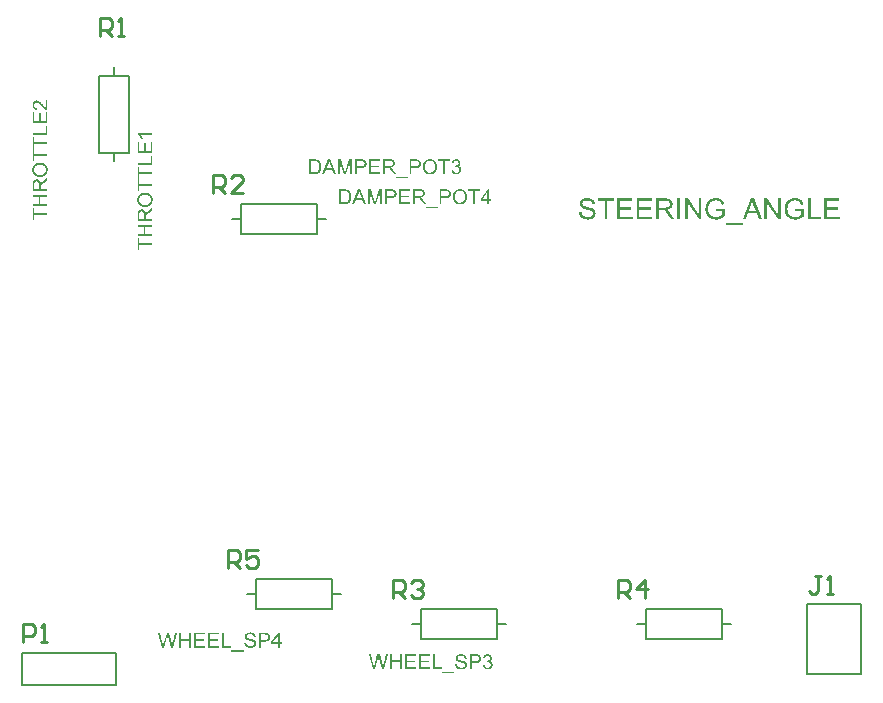
<source format=gbr>
%TF.GenerationSoftware,Altium Limited,Altium Designer,23.10.1 (27)*%
G04 Layer_Color=65535*
%FSLAX45Y45*%
%MOMM*%
%TF.SameCoordinates,2F64780F-F911-4696-9FF2-54DBC27FC154*%
%TF.FilePolarity,Positive*%
%TF.FileFunction,Legend,Top*%
%TF.Part,Single*%
G01*
G75*
%TA.AperFunction,NonConductor*%
%ADD45C,0.20000*%
%ADD46C,0.25400*%
G36*
X4583303Y2723886D02*
X4584504D01*
X4585924Y2723777D01*
X4587563Y2723667D01*
X4589310Y2723449D01*
X4591167Y2723231D01*
X4593133Y2722903D01*
X4597283Y2722029D01*
X4601543Y2720937D01*
X4605693Y2719408D01*
X4605802D01*
X4606130Y2719189D01*
X4606676Y2718971D01*
X4607441Y2718534D01*
X4608314Y2718097D01*
X4609407Y2717551D01*
X4610499Y2716896D01*
X4611809Y2716022D01*
X4614431Y2714165D01*
X4617161Y2711872D01*
X4619782Y2709250D01*
X4621093Y2707721D01*
X4622185Y2706083D01*
X4622295Y2705974D01*
X4622404Y2705646D01*
X4622731Y2705209D01*
X4623059Y2704554D01*
X4623496Y2703680D01*
X4624042Y2702697D01*
X4624588Y2701605D01*
X4625134Y2700294D01*
X4625680Y2698984D01*
X4626226Y2697455D01*
X4626773Y2695816D01*
X4627209Y2694069D01*
X4627974Y2690355D01*
X4628302Y2688389D01*
X4628411Y2686314D01*
X4612465Y2685113D01*
Y2685222D01*
X4612356Y2685659D01*
X4612246Y2686205D01*
X4612137Y2687079D01*
X4611919Y2688062D01*
X4611700Y2689154D01*
X4611263Y2690465D01*
X4610826Y2691884D01*
X4609734Y2694724D01*
X4608970Y2696253D01*
X4608205Y2697782D01*
X4607222Y2699202D01*
X4606130Y2700622D01*
X4604929Y2701933D01*
X4603618Y2703134D01*
X4603509Y2703243D01*
X4603290Y2703352D01*
X4602853Y2703680D01*
X4602198Y2704117D01*
X4601434Y2704554D01*
X4600560Y2705100D01*
X4599358Y2705646D01*
X4598048Y2706192D01*
X4596628Y2706738D01*
X4594990Y2707284D01*
X4593242Y2707831D01*
X4591276Y2708267D01*
X4589092Y2708704D01*
X4586798Y2709032D01*
X4584286Y2709141D01*
X4581665Y2709250D01*
X4580245D01*
X4579153Y2709141D01*
X4577951Y2709032D01*
X4576531Y2708923D01*
X4574893Y2708813D01*
X4573255Y2708595D01*
X4569541Y2707940D01*
X4565937Y2706957D01*
X4564189Y2706301D01*
X4562442Y2705537D01*
X4560913Y2704663D01*
X4559493Y2703680D01*
X4559384Y2703571D01*
X4559165Y2703462D01*
X4558838Y2703134D01*
X4558401Y2702697D01*
X4557855Y2702151D01*
X4557309Y2701496D01*
X4556107Y2699967D01*
X4554797Y2698001D01*
X4553704Y2695707D01*
X4553267Y2694396D01*
X4552940Y2693086D01*
X4552721Y2691666D01*
X4552612Y2690246D01*
Y2690137D01*
Y2689918D01*
Y2689591D01*
X4552721Y2689154D01*
X4552831Y2687843D01*
X4553267Y2686314D01*
X4553814Y2684567D01*
X4554687Y2682710D01*
X4555889Y2680853D01*
X4556653Y2679979D01*
X4557527Y2679106D01*
X4557636D01*
X4557746Y2678887D01*
X4558073Y2678669D01*
X4558619Y2678341D01*
X4559275Y2677904D01*
X4560148Y2677467D01*
X4561241Y2676921D01*
X4562442Y2676375D01*
X4563971Y2675720D01*
X4565828Y2674955D01*
X4567794Y2674300D01*
X4570197Y2673535D01*
X4572818Y2672662D01*
X4575767Y2671897D01*
X4579043Y2671023D01*
X4582648Y2670150D01*
X4582866D01*
X4583521Y2669931D01*
X4584614Y2669713D01*
X4585924Y2669385D01*
X4587672Y2668948D01*
X4589529Y2668511D01*
X4591604Y2667965D01*
X4593788Y2667419D01*
X4598485Y2666218D01*
X4603072Y2664907D01*
X4605256Y2664143D01*
X4607331Y2663487D01*
X4609188Y2662832D01*
X4610717Y2662177D01*
X4610826Y2662067D01*
X4611154Y2661958D01*
X4611809Y2661630D01*
X4612465Y2661303D01*
X4613448Y2660757D01*
X4614431Y2660101D01*
X4615632Y2659446D01*
X4616834Y2658681D01*
X4619455Y2656825D01*
X4622185Y2654531D01*
X4624697Y2652019D01*
X4625790Y2650708D01*
X4626882Y2649289D01*
X4626991Y2649179D01*
X4627100Y2648961D01*
X4627428Y2648524D01*
X4627756Y2647869D01*
X4628083Y2647213D01*
X4628629Y2646340D01*
X4629066Y2645247D01*
X4629612Y2644155D01*
X4630049Y2642845D01*
X4630595Y2641534D01*
X4631360Y2638476D01*
X4632015Y2635090D01*
X4632124Y2633233D01*
X4632234Y2631376D01*
Y2631267D01*
Y2630940D01*
Y2630394D01*
X4632124Y2629629D01*
X4632015Y2628755D01*
X4631906Y2627772D01*
X4631797Y2626571D01*
X4631469Y2625260D01*
X4630814Y2622311D01*
X4629831Y2619144D01*
X4629175Y2617506D01*
X4628411Y2615867D01*
X4627428Y2614120D01*
X4626445Y2612481D01*
X4626336Y2612372D01*
X4626226Y2612045D01*
X4625790Y2611608D01*
X4625353Y2611062D01*
X4624807Y2610297D01*
X4624042Y2609423D01*
X4623168Y2608440D01*
X4622185Y2607457D01*
X4621093Y2606365D01*
X4619892Y2605273D01*
X4618472Y2604071D01*
X4617052Y2602979D01*
X4615414Y2601778D01*
X4613666Y2600686D01*
X4611809Y2599703D01*
X4609843Y2598720D01*
X4609734D01*
X4609407Y2598501D01*
X4608751Y2598283D01*
X4607987Y2597955D01*
X4606895Y2597628D01*
X4605693Y2597191D01*
X4604273Y2596754D01*
X4602744Y2596317D01*
X4600997Y2595771D01*
X4599140Y2595334D01*
X4597174Y2594897D01*
X4595099Y2594569D01*
X4592805Y2594242D01*
X4590512Y2594023D01*
X4588109Y2593914D01*
X4585597Y2593805D01*
X4583958D01*
X4582757Y2593914D01*
X4581228D01*
X4579590Y2594023D01*
X4577624Y2594242D01*
X4575548Y2594460D01*
X4573364Y2594679D01*
X4571070Y2595006D01*
X4566265Y2595880D01*
X4561459Y2597081D01*
X4559056Y2597846D01*
X4556872Y2598720D01*
X4556763Y2598829D01*
X4556326Y2598938D01*
X4555780Y2599266D01*
X4555015Y2599703D01*
X4554032Y2600140D01*
X4552831Y2600795D01*
X4551629Y2601559D01*
X4550319Y2602433D01*
X4548789Y2603525D01*
X4547370Y2604618D01*
X4545841Y2605819D01*
X4544311Y2607130D01*
X4542892Y2608659D01*
X4541363Y2610188D01*
X4540052Y2611826D01*
X4538741Y2613683D01*
X4538632Y2613792D01*
X4538414Y2614120D01*
X4538086Y2614666D01*
X4537758Y2615430D01*
X4537212Y2616413D01*
X4536666Y2617506D01*
X4536011Y2618816D01*
X4535465Y2620345D01*
X4534809Y2621874D01*
X4534154Y2623622D01*
X4533608Y2625479D01*
X4533062Y2627554D01*
X4532297Y2631813D01*
X4531970Y2634107D01*
X4531860Y2636401D01*
X4547588Y2637820D01*
Y2637711D01*
X4547697Y2637384D01*
Y2636947D01*
X4547806Y2636291D01*
X4547916Y2635418D01*
X4548134Y2634544D01*
X4548353Y2633452D01*
X4548680Y2632359D01*
X4549336Y2629847D01*
X4550209Y2627226D01*
X4551302Y2624605D01*
X4552721Y2622202D01*
Y2622093D01*
X4552940Y2621984D01*
X4553158Y2621656D01*
X4553486Y2621219D01*
X4554469Y2620127D01*
X4555889Y2618707D01*
X4557636Y2617069D01*
X4559821Y2615430D01*
X4562442Y2613901D01*
X4565391Y2612372D01*
X4565500D01*
X4565828Y2612263D01*
X4566265Y2612045D01*
X4566920Y2611826D01*
X4567685Y2611498D01*
X4568668Y2611171D01*
X4569760Y2610843D01*
X4571070Y2610515D01*
X4572490Y2610188D01*
X4573910Y2609860D01*
X4577187Y2609205D01*
X4580900Y2608768D01*
X4584832Y2608659D01*
X4586470D01*
X4587235Y2608768D01*
X4588218D01*
X4589310Y2608877D01*
X4590512Y2608986D01*
X4593133Y2609314D01*
X4595973Y2609860D01*
X4598812Y2610515D01*
X4601652Y2611498D01*
X4601761D01*
X4601980Y2611608D01*
X4602307Y2611826D01*
X4602853Y2612045D01*
X4604164Y2612700D01*
X4605802Y2613574D01*
X4607550Y2614666D01*
X4609297Y2615976D01*
X4611045Y2617506D01*
X4612574Y2619253D01*
Y2619362D01*
X4612683Y2619472D01*
X4613120Y2620127D01*
X4613666Y2621110D01*
X4614431Y2622420D01*
X4615086Y2624059D01*
X4615632Y2625915D01*
X4616069Y2627881D01*
X4616178Y2630066D01*
Y2630175D01*
Y2630284D01*
Y2630612D01*
Y2631049D01*
X4615960Y2632141D01*
X4615741Y2633561D01*
X4615304Y2635199D01*
X4614758Y2636838D01*
X4613885Y2638694D01*
X4612683Y2640333D01*
X4612574Y2640551D01*
X4612028Y2641097D01*
X4611154Y2641862D01*
X4609953Y2642954D01*
X4608424Y2644155D01*
X4606458Y2645357D01*
X4604055Y2646558D01*
X4601324Y2647760D01*
X4601215D01*
X4601106Y2647869D01*
X4600778Y2647978D01*
X4600232Y2648087D01*
X4599577Y2648306D01*
X4598812Y2648633D01*
X4597829Y2648961D01*
X4596628Y2649289D01*
X4595208Y2649616D01*
X4593570Y2650162D01*
X4591713Y2650599D01*
X4589638Y2651145D01*
X4587344Y2651801D01*
X4584723Y2652456D01*
X4581883Y2653111D01*
X4578716Y2653876D01*
X4578497D01*
X4577951Y2654094D01*
X4577077Y2654313D01*
X4575876Y2654640D01*
X4574456Y2654968D01*
X4572818Y2655405D01*
X4571070Y2655951D01*
X4569214Y2656497D01*
X4565172Y2657699D01*
X4561131Y2659009D01*
X4559165Y2659664D01*
X4557418Y2660320D01*
X4555780Y2661084D01*
X4554360Y2661740D01*
X4554250Y2661849D01*
X4553923Y2661958D01*
X4553486Y2662286D01*
X4552940Y2662613D01*
X4552175Y2663050D01*
X4551302Y2663596D01*
X4549336Y2665016D01*
X4547151Y2666764D01*
X4544967Y2668730D01*
X4542782Y2671023D01*
X4540926Y2673535D01*
Y2673645D01*
X4540707Y2673863D01*
X4540489Y2674191D01*
X4540270Y2674737D01*
X4539943Y2675392D01*
X4539506Y2676157D01*
X4539178Y2677140D01*
X4538741Y2678123D01*
X4537977Y2680416D01*
X4537212Y2683038D01*
X4536775Y2685986D01*
X4536557Y2689154D01*
Y2689263D01*
Y2689591D01*
Y2690137D01*
X4536666Y2690792D01*
X4536775Y2691666D01*
X4536884Y2692649D01*
X4536994Y2693741D01*
X4537212Y2695052D01*
X4537867Y2697782D01*
X4538850Y2700731D01*
X4539397Y2702370D01*
X4540161Y2703899D01*
X4540926Y2705537D01*
X4541909Y2707066D01*
X4542018Y2707175D01*
X4542127Y2707394D01*
X4542455Y2707831D01*
X4542892Y2708486D01*
X4543547Y2709141D01*
X4544202Y2709906D01*
X4544967Y2710779D01*
X4545950Y2711762D01*
X4547042Y2712745D01*
X4548134Y2713838D01*
X4549445Y2714821D01*
X4550865Y2715913D01*
X4552394Y2716896D01*
X4554141Y2717879D01*
X4555889Y2718753D01*
X4557746Y2719626D01*
X4557855D01*
X4558182Y2719845D01*
X4558838Y2720063D01*
X4559602Y2720282D01*
X4560585Y2720609D01*
X4561787Y2721046D01*
X4563097Y2721374D01*
X4564626Y2721811D01*
X4566265Y2722248D01*
X4568012Y2722575D01*
X4569869Y2723012D01*
X4571944Y2723340D01*
X4576313Y2723777D01*
X4580900Y2723995D01*
X4582320D01*
X4583303Y2723886D01*
D02*
G37*
G36*
X4079253Y2595880D02*
X4062542D01*
Y2655186D01*
X3997338D01*
Y2595880D01*
X3980627D01*
Y2721811D01*
X3997338D01*
Y2670040D01*
X4062542D01*
Y2721811D01*
X4079253D01*
Y2595880D01*
D02*
G37*
G36*
X3929840D02*
X3913566D01*
X3887135Y2691775D01*
Y2691884D01*
X3887026Y2692321D01*
X3886807Y2692867D01*
X3886589Y2693741D01*
X3886370Y2694615D01*
X3886043Y2695707D01*
X3885387Y2698110D01*
X3884623Y2700622D01*
X3883967Y2703025D01*
X3883749Y2704117D01*
X3883421Y2705100D01*
X3883203Y2705865D01*
X3883094Y2706520D01*
Y2706411D01*
X3882984Y2706192D01*
X3882875Y2705646D01*
X3882766Y2705100D01*
X3882547Y2704335D01*
X3882329Y2703462D01*
X3881892Y2701496D01*
X3881346Y2699202D01*
X3880691Y2696690D01*
X3880035Y2694287D01*
X3879380Y2691884D01*
X3852840Y2595880D01*
X3835692D01*
X3802380Y2721811D01*
X3819418D01*
X3838532Y2639131D01*
Y2639022D01*
X3838641Y2638585D01*
X3838859Y2637820D01*
X3839078Y2636947D01*
X3839296Y2635745D01*
X3839624Y2634435D01*
X3840061Y2632796D01*
X3840389Y2631049D01*
X3840825Y2629192D01*
X3841262Y2627226D01*
X3841699Y2625042D01*
X3842136Y2622857D01*
X3843010Y2618270D01*
X3843884Y2613464D01*
Y2613574D01*
X3843993Y2613683D01*
X3844102Y2614338D01*
X3844320Y2615321D01*
X3844648Y2616632D01*
X3844976Y2618270D01*
X3845413Y2620018D01*
X3845959Y2621984D01*
X3846396Y2623950D01*
X3847379Y2627991D01*
X3847816Y2629957D01*
X3848362Y2631813D01*
X3848689Y2633452D01*
X3849126Y2634872D01*
X3849345Y2635964D01*
X3849563Y2636728D01*
X3873482Y2721811D01*
X3893579D01*
X3911600Y2658026D01*
Y2657917D01*
X3911709Y2657808D01*
X3911818Y2657371D01*
X3911928Y2656934D01*
X3912037Y2656388D01*
X3912255Y2655733D01*
X3912474Y2654859D01*
X3912692Y2653985D01*
X3913238Y2651910D01*
X3913894Y2649398D01*
X3914658Y2646558D01*
X3915423Y2643500D01*
X3916187Y2640223D01*
X3916952Y2636728D01*
X3917826Y2633015D01*
X3918590Y2629192D01*
X3920119Y2621328D01*
X3921430Y2613464D01*
Y2613574D01*
X3921539Y2614011D01*
X3921648Y2614666D01*
X3921867Y2615540D01*
X3922085Y2616741D01*
X3922413Y2618052D01*
X3922740Y2619581D01*
X3923177Y2621328D01*
X3923614Y2623294D01*
X3924051Y2625369D01*
X3924597Y2627663D01*
X3925143Y2630066D01*
X3925689Y2632578D01*
X3926345Y2635199D01*
X3927655Y2640879D01*
X3947424Y2721811D01*
X3964244D01*
X3929840Y2595880D01*
D02*
G37*
G36*
X4831123Y2640223D02*
X4848161D01*
Y2626025D01*
X4831123D01*
Y2595880D01*
X4815614D01*
Y2626025D01*
X4761004D01*
Y2640223D01*
X4818454Y2721811D01*
X4831123D01*
Y2640223D01*
D02*
G37*
G36*
X4706831Y2721701D02*
X4709561D01*
X4712619Y2721483D01*
X4715787Y2721265D01*
X4718845Y2721046D01*
X4720265Y2720828D01*
X4721576Y2720609D01*
X4721685D01*
X4722012Y2720500D01*
X4722449Y2720391D01*
X4723105Y2720282D01*
X4723869Y2720063D01*
X4724852Y2719845D01*
X4727037Y2719299D01*
X4729439Y2718425D01*
X4732061Y2717442D01*
X4734682Y2716131D01*
X4737085Y2714602D01*
X4737194D01*
X4737412Y2714384D01*
X4737740Y2714165D01*
X4738177Y2713838D01*
X4739269Y2712855D01*
X4740689Y2711544D01*
X4742327Y2709796D01*
X4744075Y2707721D01*
X4745713Y2705209D01*
X4747242Y2702479D01*
Y2702370D01*
X4747461Y2702151D01*
X4747570Y2701714D01*
X4747898Y2701168D01*
X4748116Y2700404D01*
X4748444Y2699530D01*
X4748881Y2698547D01*
X4749208Y2697455D01*
X4749536Y2696253D01*
X4749973Y2694943D01*
X4750519Y2691994D01*
X4750956Y2688717D01*
X4751174Y2685331D01*
Y2685113D01*
Y2684676D01*
X4751065Y2683802D01*
Y2682601D01*
X4750846Y2681290D01*
X4750628Y2679652D01*
X4750300Y2677904D01*
X4749864Y2675938D01*
X4749317Y2673863D01*
X4748662Y2671679D01*
X4747788Y2669385D01*
X4746805Y2667091D01*
X4745713Y2664798D01*
X4744293Y2662504D01*
X4742764Y2660320D01*
X4740907Y2658135D01*
X4740798Y2658026D01*
X4740471Y2657699D01*
X4739815Y2657152D01*
X4738941Y2656388D01*
X4737740Y2655623D01*
X4736211Y2654640D01*
X4734463Y2653657D01*
X4732388Y2652674D01*
X4730095Y2651582D01*
X4727364Y2650599D01*
X4724306Y2649616D01*
X4720920Y2648852D01*
X4717207Y2648087D01*
X4713166Y2647541D01*
X4708688Y2647213D01*
X4703882Y2647104D01*
X4671662D01*
Y2595880D01*
X4654951D01*
Y2721811D01*
X4705629D01*
X4706831Y2721701D01*
D02*
G37*
G36*
X4357873Y2610734D02*
X4419910D01*
Y2595880D01*
X4341162D01*
Y2721811D01*
X4357873D01*
Y2610734D01*
D02*
G37*
G36*
X4315823Y2706957D02*
X4241444D01*
Y2668511D01*
X4311127D01*
Y2653657D01*
X4241444D01*
Y2610734D01*
X4318772D01*
Y2595880D01*
X4224734D01*
Y2721811D01*
X4315823D01*
Y2706957D01*
D02*
G37*
G36*
X4198412D02*
X4124033D01*
Y2668511D01*
X4193715D01*
Y2653657D01*
X4124033D01*
Y2610734D01*
X4201361D01*
Y2595880D01*
X4107322D01*
Y2721811D01*
X4198412D01*
Y2706957D01*
D02*
G37*
G36*
X4525853Y2560930D02*
X4423514D01*
Y2572070D01*
X4525853D01*
Y2560930D01*
D02*
G37*
G36*
X6368923Y2541006D02*
X6370124D01*
X6371544Y2540897D01*
X6373183Y2540787D01*
X6374930Y2540569D01*
X6376787Y2540351D01*
X6378753Y2540023D01*
X6382903Y2539149D01*
X6387163Y2538057D01*
X6391313Y2536528D01*
X6391422D01*
X6391750Y2536309D01*
X6392296Y2536091D01*
X6393061Y2535654D01*
X6393934Y2535217D01*
X6395027Y2534671D01*
X6396119Y2534016D01*
X6397429Y2533142D01*
X6400051Y2531285D01*
X6402781Y2528992D01*
X6405402Y2526370D01*
X6406713Y2524841D01*
X6407805Y2523203D01*
X6407915Y2523094D01*
X6408024Y2522766D01*
X6408351Y2522329D01*
X6408679Y2521674D01*
X6409116Y2520800D01*
X6409662Y2519817D01*
X6410208Y2518725D01*
X6410754Y2517414D01*
X6411300Y2516104D01*
X6411846Y2514575D01*
X6412393Y2512936D01*
X6412829Y2511189D01*
X6413594Y2507475D01*
X6413922Y2505509D01*
X6414031Y2503434D01*
X6398085Y2502233D01*
Y2502342D01*
X6397976Y2502779D01*
X6397866Y2503325D01*
X6397757Y2504199D01*
X6397539Y2505182D01*
X6397320Y2506274D01*
X6396883Y2507585D01*
X6396446Y2509004D01*
X6395354Y2511844D01*
X6394590Y2513373D01*
X6393825Y2514902D01*
X6392842Y2516322D01*
X6391750Y2517742D01*
X6390549Y2519053D01*
X6389238Y2520254D01*
X6389129Y2520363D01*
X6388910Y2520472D01*
X6388473Y2520800D01*
X6387818Y2521237D01*
X6387054Y2521674D01*
X6386180Y2522220D01*
X6384978Y2522766D01*
X6383668Y2523312D01*
X6382248Y2523858D01*
X6380610Y2524404D01*
X6378862Y2524950D01*
X6376896Y2525387D01*
X6374712Y2525824D01*
X6372418Y2526152D01*
X6369906Y2526261D01*
X6367285Y2526370D01*
X6365865D01*
X6364773Y2526261D01*
X6363571Y2526152D01*
X6362151Y2526043D01*
X6360513Y2525933D01*
X6358875Y2525715D01*
X6355161Y2525060D01*
X6351557Y2524077D01*
X6349809Y2523421D01*
X6348062Y2522657D01*
X6346533Y2521783D01*
X6345113Y2520800D01*
X6345004Y2520691D01*
X6344785Y2520582D01*
X6344458Y2520254D01*
X6344021Y2519817D01*
X6343475Y2519271D01*
X6342929Y2518616D01*
X6341727Y2517087D01*
X6340417Y2515121D01*
X6339324Y2512827D01*
X6338887Y2511516D01*
X6338560Y2510206D01*
X6338341Y2508786D01*
X6338232Y2507366D01*
Y2507257D01*
Y2507038D01*
Y2506711D01*
X6338341Y2506274D01*
X6338451Y2504963D01*
X6338887Y2503434D01*
X6339434Y2501687D01*
X6340307Y2499830D01*
X6341509Y2497973D01*
X6342273Y2497099D01*
X6343147Y2496226D01*
X6343256D01*
X6343366Y2496007D01*
X6343693Y2495789D01*
X6344239Y2495461D01*
X6344895Y2495024D01*
X6345768Y2494587D01*
X6346861Y2494041D01*
X6348062Y2493495D01*
X6349591Y2492840D01*
X6351448Y2492075D01*
X6353414Y2491420D01*
X6355817Y2490655D01*
X6358438Y2489782D01*
X6361387Y2489017D01*
X6364663Y2488143D01*
X6368268Y2487270D01*
X6368486D01*
X6369141Y2487051D01*
X6370234Y2486833D01*
X6371544Y2486505D01*
X6373292Y2486068D01*
X6375149Y2485631D01*
X6377224Y2485085D01*
X6379408Y2484539D01*
X6384105Y2483338D01*
X6388692Y2482027D01*
X6390876Y2481263D01*
X6392951Y2480607D01*
X6394808Y2479952D01*
X6396337Y2479297D01*
X6396446Y2479187D01*
X6396774Y2479078D01*
X6397429Y2478750D01*
X6398085Y2478423D01*
X6399068Y2477877D01*
X6400051Y2477221D01*
X6401252Y2476566D01*
X6402454Y2475802D01*
X6405075Y2473945D01*
X6407805Y2471651D01*
X6410317Y2469139D01*
X6411410Y2467828D01*
X6412502Y2466409D01*
X6412611Y2466299D01*
X6412720Y2466081D01*
X6413048Y2465644D01*
X6413376Y2464989D01*
X6413703Y2464333D01*
X6414249Y2463460D01*
X6414686Y2462367D01*
X6415232Y2461275D01*
X6415669Y2459965D01*
X6416215Y2458654D01*
X6416980Y2455596D01*
X6417635Y2452210D01*
X6417744Y2450353D01*
X6417854Y2448496D01*
Y2448387D01*
Y2448060D01*
Y2447514D01*
X6417744Y2446749D01*
X6417635Y2445875D01*
X6417526Y2444892D01*
X6417417Y2443691D01*
X6417089Y2442380D01*
X6416434Y2439431D01*
X6415451Y2436264D01*
X6414795Y2434626D01*
X6414031Y2432987D01*
X6413048Y2431240D01*
X6412065Y2429601D01*
X6411956Y2429492D01*
X6411846Y2429165D01*
X6411410Y2428728D01*
X6410973Y2428182D01*
X6410427Y2427417D01*
X6409662Y2426543D01*
X6408788Y2425560D01*
X6407805Y2424577D01*
X6406713Y2423485D01*
X6405512Y2422393D01*
X6404092Y2421192D01*
X6402672Y2420099D01*
X6401034Y2418898D01*
X6399286Y2417806D01*
X6397429Y2416823D01*
X6395463Y2415840D01*
X6395354D01*
X6395027Y2415621D01*
X6394371Y2415403D01*
X6393607Y2415075D01*
X6392515Y2414748D01*
X6391313Y2414311D01*
X6389893Y2413874D01*
X6388364Y2413437D01*
X6386617Y2412891D01*
X6384760Y2412454D01*
X6382794Y2412017D01*
X6380719Y2411689D01*
X6378425Y2411362D01*
X6376132Y2411143D01*
X6373729Y2411034D01*
X6371217Y2410925D01*
X6369578D01*
X6368377Y2411034D01*
X6366848D01*
X6365210Y2411143D01*
X6363244Y2411362D01*
X6361168Y2411580D01*
X6358984Y2411799D01*
X6356690Y2412126D01*
X6351885Y2413000D01*
X6347079Y2414201D01*
X6344676Y2414966D01*
X6342492Y2415840D01*
X6342383Y2415949D01*
X6341946Y2416058D01*
X6341400Y2416386D01*
X6340635Y2416823D01*
X6339652Y2417260D01*
X6338451Y2417915D01*
X6337249Y2418679D01*
X6335939Y2419553D01*
X6334409Y2420645D01*
X6332990Y2421738D01*
X6331461Y2422939D01*
X6329931Y2424250D01*
X6328512Y2425779D01*
X6326983Y2427308D01*
X6325672Y2428946D01*
X6324361Y2430803D01*
X6324252Y2430912D01*
X6324034Y2431240D01*
X6323706Y2431786D01*
X6323378Y2432550D01*
X6322832Y2433533D01*
X6322286Y2434626D01*
X6321631Y2435936D01*
X6321085Y2437465D01*
X6320429Y2438994D01*
X6319774Y2440742D01*
X6319228Y2442599D01*
X6318682Y2444674D01*
X6317917Y2448933D01*
X6317590Y2451227D01*
X6317480Y2453521D01*
X6333208Y2454940D01*
Y2454831D01*
X6333317Y2454504D01*
Y2454067D01*
X6333427Y2453411D01*
X6333536Y2452538D01*
X6333754Y2451664D01*
X6333973Y2450572D01*
X6334300Y2449479D01*
X6334956Y2446967D01*
X6335829Y2444346D01*
X6336922Y2441725D01*
X6338341Y2439322D01*
Y2439213D01*
X6338560Y2439104D01*
X6338778Y2438776D01*
X6339106Y2438339D01*
X6340089Y2437247D01*
X6341509Y2435827D01*
X6343256Y2434189D01*
X6345441Y2432550D01*
X6348062Y2431021D01*
X6351011Y2429492D01*
X6351120D01*
X6351448Y2429383D01*
X6351885Y2429165D01*
X6352540Y2428946D01*
X6353305Y2428618D01*
X6354288Y2428291D01*
X6355380Y2427963D01*
X6356690Y2427635D01*
X6358110Y2427308D01*
X6359530Y2426980D01*
X6362807Y2426325D01*
X6366520Y2425888D01*
X6370452Y2425779D01*
X6372090D01*
X6372855Y2425888D01*
X6373838D01*
X6374930Y2425997D01*
X6376132Y2426106D01*
X6378753Y2426434D01*
X6381593Y2426980D01*
X6384432Y2427635D01*
X6387272Y2428618D01*
X6387381D01*
X6387600Y2428728D01*
X6387927Y2428946D01*
X6388473Y2429165D01*
X6389784Y2429820D01*
X6391422Y2430694D01*
X6393170Y2431786D01*
X6394917Y2433096D01*
X6396665Y2434626D01*
X6398194Y2436373D01*
Y2436482D01*
X6398303Y2436592D01*
X6398740Y2437247D01*
X6399286Y2438230D01*
X6400051Y2439540D01*
X6400706Y2441179D01*
X6401252Y2443035D01*
X6401689Y2445001D01*
X6401798Y2447186D01*
Y2447295D01*
Y2447404D01*
Y2447732D01*
Y2448169D01*
X6401580Y2449261D01*
X6401361Y2450681D01*
X6400924Y2452319D01*
X6400378Y2453957D01*
X6399505Y2455814D01*
X6398303Y2457453D01*
X6398194Y2457671D01*
X6397648Y2458217D01*
X6396774Y2458982D01*
X6395573Y2460074D01*
X6394044Y2461275D01*
X6392078Y2462477D01*
X6389675Y2463678D01*
X6386944Y2464879D01*
X6386835D01*
X6386726Y2464989D01*
X6386398Y2465098D01*
X6385852Y2465207D01*
X6385197Y2465426D01*
X6384432Y2465753D01*
X6383449Y2466081D01*
X6382248Y2466409D01*
X6380828Y2466736D01*
X6379190Y2467282D01*
X6377333Y2467719D01*
X6375258Y2468265D01*
X6372964Y2468921D01*
X6370343Y2469576D01*
X6367503Y2470231D01*
X6364336Y2470996D01*
X6364117D01*
X6363571Y2471214D01*
X6362697Y2471433D01*
X6361496Y2471760D01*
X6360076Y2472088D01*
X6358438Y2472525D01*
X6356690Y2473071D01*
X6354834Y2473617D01*
X6350792Y2474819D01*
X6346751Y2476129D01*
X6344785Y2476784D01*
X6343038Y2477440D01*
X6341400Y2478204D01*
X6339980Y2478860D01*
X6339870Y2478969D01*
X6339543Y2479078D01*
X6339106Y2479406D01*
X6338560Y2479733D01*
X6337795Y2480170D01*
X6336922Y2480716D01*
X6334956Y2482136D01*
X6332771Y2483884D01*
X6330587Y2485850D01*
X6328402Y2488143D01*
X6326546Y2490655D01*
Y2490765D01*
X6326327Y2490983D01*
X6326109Y2491311D01*
X6325890Y2491857D01*
X6325563Y2492512D01*
X6325126Y2493277D01*
X6324798Y2494260D01*
X6324361Y2495243D01*
X6323597Y2497536D01*
X6322832Y2500158D01*
X6322395Y2503106D01*
X6322177Y2506274D01*
Y2506383D01*
Y2506711D01*
Y2507257D01*
X6322286Y2507912D01*
X6322395Y2508786D01*
X6322504Y2509769D01*
X6322614Y2510861D01*
X6322832Y2512172D01*
X6323487Y2514902D01*
X6324470Y2517851D01*
X6325017Y2519489D01*
X6325781Y2521019D01*
X6326546Y2522657D01*
X6327529Y2524186D01*
X6327638Y2524295D01*
X6327747Y2524514D01*
X6328075Y2524950D01*
X6328512Y2525606D01*
X6329167Y2526261D01*
X6329822Y2527026D01*
X6330587Y2527899D01*
X6331570Y2528882D01*
X6332662Y2529865D01*
X6333754Y2530958D01*
X6335065Y2531941D01*
X6336485Y2533033D01*
X6338014Y2534016D01*
X6339761Y2534999D01*
X6341509Y2535872D01*
X6343366Y2536746D01*
X6343475D01*
X6343802Y2536965D01*
X6344458Y2537183D01*
X6345222Y2537402D01*
X6346205Y2537729D01*
X6347407Y2538166D01*
X6348717Y2538494D01*
X6350246Y2538931D01*
X6351885Y2539368D01*
X6353632Y2539695D01*
X6355489Y2540132D01*
X6357564Y2540460D01*
X6361933Y2540897D01*
X6366520Y2541115D01*
X6367940D01*
X6368923Y2541006D01*
D02*
G37*
G36*
X5864873Y2413000D02*
X5848162D01*
Y2472306D01*
X5782958D01*
Y2413000D01*
X5766247D01*
Y2538931D01*
X5782958D01*
Y2487160D01*
X5848162D01*
Y2538931D01*
X5864873D01*
Y2413000D01*
D02*
G37*
G36*
X6592933Y2539258D02*
X6593807D01*
X6594899Y2539149D01*
X6596101Y2539040D01*
X6597411Y2538821D01*
X6600360Y2538275D01*
X6603637Y2537511D01*
X6606913Y2536419D01*
X6610190Y2534890D01*
X6610299D01*
X6610627Y2534671D01*
X6611064Y2534453D01*
X6611610Y2534125D01*
X6612374Y2533688D01*
X6613139Y2533142D01*
X6615105Y2531722D01*
X6617180Y2530084D01*
X6619364Y2528009D01*
X6621549Y2525606D01*
X6623406Y2522875D01*
X6623515Y2522766D01*
X6623624Y2522548D01*
X6623842Y2522111D01*
X6624170Y2521565D01*
X6624498Y2520800D01*
X6624935Y2520036D01*
X6625372Y2519053D01*
X6625808Y2517960D01*
X6626573Y2515558D01*
X6627338Y2512827D01*
X6627884Y2509769D01*
X6628102Y2508240D01*
Y2506602D01*
Y2506492D01*
Y2506274D01*
Y2505837D01*
X6627993Y2505291D01*
Y2504526D01*
X6627884Y2503653D01*
X6627556Y2501687D01*
X6627010Y2499393D01*
X6626245Y2496881D01*
X6625153Y2494369D01*
X6623624Y2491748D01*
Y2491638D01*
X6623406Y2491420D01*
X6623187Y2491092D01*
X6622859Y2490655D01*
X6621767Y2489454D01*
X6620347Y2487925D01*
X6618600Y2486287D01*
X6616306Y2484430D01*
X6613685Y2482792D01*
X6610736Y2481153D01*
X6610845D01*
X6611282Y2481044D01*
X6611828Y2480826D01*
X6612593Y2480607D01*
X6613467Y2480280D01*
X6614559Y2479952D01*
X6615760Y2479406D01*
X6617071Y2478860D01*
X6619911Y2477440D01*
X6621330Y2476566D01*
X6622750Y2475583D01*
X6624170Y2474491D01*
X6625590Y2473180D01*
X6626901Y2471870D01*
X6628102Y2470450D01*
X6628211Y2470340D01*
X6628320Y2470122D01*
X6628648Y2469576D01*
X6629085Y2469030D01*
X6629522Y2468156D01*
X6630068Y2467282D01*
X6630614Y2466190D01*
X6631269Y2464879D01*
X6631816Y2463460D01*
X6632362Y2461931D01*
X6632908Y2460292D01*
X6633345Y2458436D01*
X6633782Y2456579D01*
X6634109Y2454504D01*
X6634218Y2452428D01*
X6634328Y2450135D01*
Y2449916D01*
Y2449370D01*
X6634218Y2448496D01*
X6634109Y2447404D01*
X6634000Y2445984D01*
X6633672Y2444346D01*
X6633345Y2442489D01*
X6632799Y2440414D01*
X6632143Y2438339D01*
X6631379Y2436045D01*
X6630396Y2433752D01*
X6629194Y2431349D01*
X6627774Y2429055D01*
X6626245Y2426653D01*
X6624389Y2424359D01*
X6622204Y2422174D01*
X6622095Y2422065D01*
X6621658Y2421738D01*
X6621003Y2421082D01*
X6620020Y2420427D01*
X6618818Y2419553D01*
X6617399Y2418570D01*
X6615760Y2417587D01*
X6613903Y2416495D01*
X6611828Y2415403D01*
X6609535Y2414420D01*
X6607023Y2413437D01*
X6604292Y2412563D01*
X6601452Y2411908D01*
X6598394Y2411362D01*
X6595227Y2410925D01*
X6591841Y2410816D01*
X6591076D01*
X6590203Y2410925D01*
X6589111D01*
X6587691Y2411143D01*
X6586052Y2411362D01*
X6584196Y2411689D01*
X6582230Y2412017D01*
X6580045Y2412563D01*
X6577861Y2413218D01*
X6575567Y2413983D01*
X6573274Y2414966D01*
X6570871Y2416058D01*
X6568686Y2417369D01*
X6566393Y2418898D01*
X6564318Y2420645D01*
X6564208Y2420755D01*
X6563881Y2421082D01*
X6563335Y2421628D01*
X6562570Y2422502D01*
X6561696Y2423485D01*
X6560823Y2424577D01*
X6559730Y2425997D01*
X6558638Y2427635D01*
X6557546Y2429383D01*
X6556454Y2431240D01*
X6555471Y2433424D01*
X6554488Y2435718D01*
X6553614Y2438121D01*
X6552849Y2440742D01*
X6552303Y2443472D01*
X6551866Y2446312D01*
X6567376Y2448387D01*
Y2448278D01*
X6567485Y2447841D01*
X6567703Y2447186D01*
X6567922Y2446203D01*
X6568140Y2445111D01*
X6568577Y2443909D01*
X6569014Y2442489D01*
X6569451Y2441070D01*
X6570762Y2437902D01*
X6572291Y2434844D01*
X6573164Y2433315D01*
X6574147Y2431895D01*
X6575240Y2430584D01*
X6576332Y2429383D01*
X6576441Y2429274D01*
X6576659Y2429165D01*
X6576987Y2428837D01*
X6577533Y2428509D01*
X6578079Y2428072D01*
X6578844Y2427526D01*
X6579718Y2426980D01*
X6580701Y2426543D01*
X6582994Y2425451D01*
X6585615Y2424468D01*
X6588674Y2423813D01*
X6590312Y2423704D01*
X6591950Y2423594D01*
X6593042D01*
X6593807Y2423704D01*
X6594681Y2423813D01*
X6595773Y2424031D01*
X6596974Y2424250D01*
X6598394Y2424577D01*
X6599814Y2424905D01*
X6601234Y2425451D01*
X6602763Y2425997D01*
X6604401Y2426762D01*
X6605930Y2427635D01*
X6607459Y2428618D01*
X6608989Y2429820D01*
X6610408Y2431131D01*
X6610518Y2431240D01*
X6610736Y2431458D01*
X6611064Y2431895D01*
X6611610Y2432441D01*
X6612156Y2433206D01*
X6612811Y2434079D01*
X6613467Y2435172D01*
X6614231Y2436264D01*
X6614886Y2437574D01*
X6615542Y2438994D01*
X6616197Y2440523D01*
X6616743Y2442162D01*
X6617289Y2443909D01*
X6617617Y2445766D01*
X6617835Y2447732D01*
X6617945Y2449807D01*
Y2449916D01*
Y2450244D01*
Y2450790D01*
X6617835Y2451555D01*
X6617726Y2452538D01*
X6617617Y2453521D01*
X6617399Y2454722D01*
X6617071Y2456033D01*
X6616197Y2458763D01*
X6615651Y2460292D01*
X6614996Y2461712D01*
X6614231Y2463241D01*
X6613248Y2464661D01*
X6612156Y2466081D01*
X6610955Y2467392D01*
X6610845Y2467501D01*
X6610627Y2467719D01*
X6610190Y2468047D01*
X6609753Y2468484D01*
X6608989Y2469030D01*
X6608224Y2469576D01*
X6607241Y2470231D01*
X6606149Y2470887D01*
X6604947Y2471433D01*
X6603528Y2472088D01*
X6602108Y2472634D01*
X6600579Y2473180D01*
X6598831Y2473617D01*
X6597084Y2473945D01*
X6595227Y2474163D01*
X6593261Y2474272D01*
X6592496D01*
X6591513Y2474163D01*
X6590312Y2474054D01*
X6588674Y2473836D01*
X6586817Y2473617D01*
X6584742Y2473180D01*
X6582339Y2472634D01*
X6584086Y2486177D01*
X6584305D01*
X6584960Y2486068D01*
X6585834Y2485959D01*
X6587581D01*
X6588237Y2486068D01*
X6589111D01*
X6590094Y2486287D01*
X6591295Y2486396D01*
X6592496Y2486614D01*
X6595227Y2487270D01*
X6598176Y2488143D01*
X6601234Y2489454D01*
X6602763Y2490219D01*
X6604292Y2491092D01*
X6604401Y2491202D01*
X6604620Y2491311D01*
X6605057Y2491638D01*
X6605494Y2492075D01*
X6606149Y2492621D01*
X6606804Y2493277D01*
X6607459Y2494041D01*
X6608224Y2495024D01*
X6608989Y2496116D01*
X6609644Y2497209D01*
X6610299Y2498519D01*
X6610955Y2499939D01*
X6611391Y2501577D01*
X6611828Y2503216D01*
X6612047Y2505072D01*
X6612156Y2507038D01*
Y2507148D01*
Y2507366D01*
Y2507803D01*
X6612047Y2508458D01*
X6611938Y2509114D01*
X6611828Y2509987D01*
X6611391Y2511953D01*
X6610736Y2514138D01*
X6609753Y2516541D01*
X6609098Y2517633D01*
X6608333Y2518834D01*
X6607350Y2519926D01*
X6606367Y2521019D01*
X6606258Y2521128D01*
X6606149Y2521237D01*
X6605821Y2521565D01*
X6605275Y2521892D01*
X6604729Y2522329D01*
X6604074Y2522766D01*
X6603309Y2523312D01*
X6602326Y2523858D01*
X6600251Y2524950D01*
X6597630Y2525824D01*
X6594790Y2526480D01*
X6593152Y2526589D01*
X6591513Y2526698D01*
X6590640D01*
X6589984Y2526589D01*
X6589220Y2526480D01*
X6588346Y2526370D01*
X6586271Y2526043D01*
X6583977Y2525278D01*
X6581465Y2524295D01*
X6580154Y2523640D01*
X6578953Y2522875D01*
X6577752Y2522002D01*
X6576550Y2521019D01*
X6576441Y2520909D01*
X6576332Y2520800D01*
X6576004Y2520472D01*
X6575567Y2519926D01*
X6575130Y2519380D01*
X6574584Y2518616D01*
X6573929Y2517742D01*
X6573383Y2516759D01*
X6572728Y2515667D01*
X6572072Y2514356D01*
X6571417Y2512936D01*
X6570762Y2511407D01*
X6570215Y2509769D01*
X6569669Y2508021D01*
X6569232Y2506055D01*
X6568905Y2503980D01*
X6553396Y2506711D01*
Y2506929D01*
X6553505Y2507366D01*
X6553723Y2508240D01*
X6553942Y2509223D01*
X6554379Y2510533D01*
X6554815Y2512063D01*
X6555362Y2513701D01*
X6556017Y2515558D01*
X6556781Y2517414D01*
X6557764Y2519380D01*
X6558747Y2521346D01*
X6559949Y2523421D01*
X6561259Y2525387D01*
X6562788Y2527244D01*
X6564427Y2529101D01*
X6566174Y2530739D01*
X6566284Y2530848D01*
X6566611Y2531067D01*
X6567157Y2531504D01*
X6568031Y2532050D01*
X6569014Y2532705D01*
X6570106Y2533470D01*
X6571526Y2534234D01*
X6573055Y2535108D01*
X6574803Y2535872D01*
X6576659Y2536637D01*
X6578735Y2537402D01*
X6580919Y2538057D01*
X6583322Y2538603D01*
X6585834Y2539040D01*
X6588455Y2539258D01*
X6591186Y2539368D01*
X6592169D01*
X6592933Y2539258D01*
D02*
G37*
G36*
X5715460Y2413000D02*
X5699186D01*
X5672755Y2508895D01*
Y2509004D01*
X5672645Y2509441D01*
X5672427Y2509987D01*
X5672209Y2510861D01*
X5671990Y2511735D01*
X5671663Y2512827D01*
X5671007Y2515230D01*
X5670243Y2517742D01*
X5669587Y2520145D01*
X5669369Y2521237D01*
X5669041Y2522220D01*
X5668823Y2522985D01*
X5668714Y2523640D01*
Y2523531D01*
X5668604Y2523312D01*
X5668495Y2522766D01*
X5668386Y2522220D01*
X5668167Y2521455D01*
X5667949Y2520582D01*
X5667512Y2518616D01*
X5666966Y2516322D01*
X5666311Y2513810D01*
X5665655Y2511407D01*
X5665000Y2509004D01*
X5638460Y2413000D01*
X5621312D01*
X5588000Y2538931D01*
X5605038D01*
X5624152Y2456251D01*
Y2456142D01*
X5624261Y2455705D01*
X5624479Y2454940D01*
X5624698Y2454067D01*
X5624916Y2452865D01*
X5625244Y2451555D01*
X5625681Y2449916D01*
X5626009Y2448169D01*
X5626445Y2446312D01*
X5626882Y2444346D01*
X5627319Y2442162D01*
X5627756Y2439977D01*
X5628630Y2435390D01*
X5629504Y2430584D01*
Y2430694D01*
X5629613Y2430803D01*
X5629722Y2431458D01*
X5629940Y2432441D01*
X5630268Y2433752D01*
X5630596Y2435390D01*
X5631033Y2437138D01*
X5631579Y2439104D01*
X5632016Y2441070D01*
X5632999Y2445111D01*
X5633436Y2447077D01*
X5633982Y2448933D01*
X5634309Y2450572D01*
X5634746Y2451992D01*
X5634965Y2453084D01*
X5635183Y2453848D01*
X5659102Y2538931D01*
X5679199D01*
X5697220Y2475146D01*
Y2475037D01*
X5697329Y2474928D01*
X5697438Y2474491D01*
X5697548Y2474054D01*
X5697657Y2473508D01*
X5697875Y2472853D01*
X5698094Y2471979D01*
X5698312Y2471105D01*
X5698858Y2469030D01*
X5699514Y2466518D01*
X5700278Y2463678D01*
X5701043Y2460620D01*
X5701807Y2457343D01*
X5702572Y2453848D01*
X5703446Y2450135D01*
X5704210Y2446312D01*
X5705739Y2438448D01*
X5707050Y2430584D01*
Y2430694D01*
X5707159Y2431131D01*
X5707268Y2431786D01*
X5707487Y2432660D01*
X5707705Y2433861D01*
X5708033Y2435172D01*
X5708360Y2436701D01*
X5708797Y2438448D01*
X5709234Y2440414D01*
X5709671Y2442489D01*
X5710217Y2444783D01*
X5710763Y2447186D01*
X5711309Y2449698D01*
X5711965Y2452319D01*
X5713275Y2457999D01*
X5733044Y2538931D01*
X5749864D01*
X5715460Y2413000D01*
D02*
G37*
G36*
X6492451Y2538821D02*
X6495181D01*
X6498239Y2538603D01*
X6501407Y2538385D01*
X6504465Y2538166D01*
X6505885Y2537948D01*
X6507196Y2537729D01*
X6507305D01*
X6507632Y2537620D01*
X6508069Y2537511D01*
X6508725Y2537402D01*
X6509489Y2537183D01*
X6510472Y2536965D01*
X6512657Y2536419D01*
X6515059Y2535545D01*
X6517681Y2534562D01*
X6520302Y2533251D01*
X6522705Y2531722D01*
X6522814D01*
X6523032Y2531504D01*
X6523360Y2531285D01*
X6523797Y2530958D01*
X6524889Y2529975D01*
X6526309Y2528664D01*
X6527947Y2526916D01*
X6529695Y2524841D01*
X6531333Y2522329D01*
X6532862Y2519599D01*
Y2519489D01*
X6533081Y2519271D01*
X6533190Y2518834D01*
X6533518Y2518288D01*
X6533736Y2517524D01*
X6534064Y2516650D01*
X6534501Y2515667D01*
X6534828Y2514575D01*
X6535156Y2513373D01*
X6535593Y2512063D01*
X6536139Y2509114D01*
X6536576Y2505837D01*
X6536794Y2502451D01*
Y2502233D01*
Y2501796D01*
X6536685Y2500922D01*
Y2499721D01*
X6536466Y2498410D01*
X6536248Y2496772D01*
X6535920Y2495024D01*
X6535483Y2493058D01*
X6534937Y2490983D01*
X6534282Y2488799D01*
X6533408Y2486505D01*
X6532425Y2484211D01*
X6531333Y2481918D01*
X6529913Y2479624D01*
X6528384Y2477440D01*
X6526527Y2475255D01*
X6526418Y2475146D01*
X6526091Y2474819D01*
X6525435Y2474272D01*
X6524562Y2473508D01*
X6523360Y2472743D01*
X6521831Y2471760D01*
X6520083Y2470777D01*
X6518008Y2469794D01*
X6515715Y2468702D01*
X6512984Y2467719D01*
X6509926Y2466736D01*
X6506540Y2465972D01*
X6502827Y2465207D01*
X6498786Y2464661D01*
X6494308Y2464333D01*
X6489502Y2464224D01*
X6457282D01*
Y2413000D01*
X6440571D01*
Y2538931D01*
X6491249D01*
X6492451Y2538821D01*
D02*
G37*
G36*
X6143493Y2427854D02*
X6205530D01*
Y2413000D01*
X6126782D01*
Y2538931D01*
X6143493D01*
Y2427854D01*
D02*
G37*
G36*
X6101443Y2524077D02*
X6027064D01*
Y2485631D01*
X6096747D01*
Y2470777D01*
X6027064D01*
Y2427854D01*
X6104392D01*
Y2413000D01*
X6010354D01*
Y2538931D01*
X6101443D01*
Y2524077D01*
D02*
G37*
G36*
X5984032D02*
X5909653D01*
Y2485631D01*
X5979335D01*
Y2470777D01*
X5909653D01*
Y2427854D01*
X5986981D01*
Y2413000D01*
X5892942D01*
Y2538931D01*
X5984032D01*
Y2524077D01*
D02*
G37*
G36*
X6311473Y2378050D02*
X6209134D01*
Y2389190D01*
X6311473D01*
Y2378050D01*
D02*
G37*
G36*
X2865120Y7145170D02*
X2865011D01*
X2864902D01*
X2864574D01*
X2864137D01*
X2863045D01*
X2861734Y7145279D01*
X2860096Y7145498D01*
X2858239Y7145825D01*
X2856382Y7146262D01*
X2854416Y7146917D01*
X2854307D01*
X2853980Y7147027D01*
X2853543Y7147245D01*
X2852997Y7147573D01*
X2852232Y7147900D01*
X2851249Y7148337D01*
X2850266Y7148774D01*
X2849174Y7149429D01*
X2846553Y7150740D01*
X2843822Y7152597D01*
X2840764Y7154672D01*
X2837706Y7157075D01*
X2837597Y7157184D01*
X2837378Y7157403D01*
X2836832Y7157839D01*
X2836286Y7158385D01*
X2835521Y7159150D01*
X2834538Y7160024D01*
X2833446Y7161007D01*
X2832245Y7162208D01*
X2830934Y7163628D01*
X2829514Y7165048D01*
X2827876Y7166795D01*
X2826238Y7168543D01*
X2824490Y7170509D01*
X2822633Y7172584D01*
X2820667Y7174878D01*
X2818701Y7177281D01*
Y7177390D01*
X2818483Y7177499D01*
X2817937Y7178154D01*
X2817063Y7179247D01*
X2815862Y7180557D01*
X2814442Y7182305D01*
X2812804Y7184161D01*
X2810947Y7186237D01*
X2808981Y7188421D01*
X2806906Y7190715D01*
X2804721Y7193117D01*
X2802537Y7195411D01*
X2800243Y7197705D01*
X2798059Y7199780D01*
X2795875Y7201746D01*
X2793909Y7203493D01*
X2791943Y7205022D01*
X2791833Y7205132D01*
X2791506Y7205350D01*
X2790960Y7205678D01*
X2790304Y7206115D01*
X2789431Y7206661D01*
X2788338Y7207316D01*
X2787246Y7207971D01*
X2785935Y7208627D01*
X2783096Y7209937D01*
X2779928Y7211139D01*
X2778290Y7211576D01*
X2776652Y7211903D01*
X2775013Y7212122D01*
X2773375Y7212231D01*
X2773266D01*
X2772938D01*
X2772501D01*
X2771846Y7212122D01*
X2771082Y7212013D01*
X2770099Y7211903D01*
X2769116Y7211685D01*
X2768023Y7211466D01*
X2765511Y7210593D01*
X2764310Y7210156D01*
X2762999Y7209500D01*
X2761689Y7208736D01*
X2760378Y7207862D01*
X2759067Y7206879D01*
X2757866Y7205678D01*
X2757757Y7205569D01*
X2757538Y7205350D01*
X2757320Y7205022D01*
X2756883Y7204476D01*
X2756446Y7203821D01*
X2755900Y7203056D01*
X2755245Y7202183D01*
X2754699Y7201090D01*
X2754152Y7199889D01*
X2753497Y7198578D01*
X2752951Y7197159D01*
X2752514Y7195629D01*
X2752077Y7194100D01*
X2751750Y7192353D01*
X2751640Y7190496D01*
X2751531Y7188530D01*
Y7187438D01*
X2751640Y7186673D01*
X2751750Y7185800D01*
X2751859Y7184708D01*
X2752077Y7183397D01*
X2752405Y7182086D01*
X2753170Y7179247D01*
X2753716Y7177827D01*
X2754371Y7176298D01*
X2755135Y7174878D01*
X2756118Y7173458D01*
X2757101Y7172038D01*
X2758303Y7170727D01*
X2758412Y7170618D01*
X2758630Y7170400D01*
X2758958Y7170072D01*
X2759504Y7169744D01*
X2760269Y7169198D01*
X2761033Y7168652D01*
X2762016Y7167997D01*
X2763109Y7167451D01*
X2764419Y7166795D01*
X2765839Y7166140D01*
X2767368Y7165594D01*
X2769006Y7165157D01*
X2770754Y7164720D01*
X2772720Y7164393D01*
X2774686Y7164174D01*
X2776870Y7164065D01*
X2775232Y7148119D01*
X2775013D01*
X2774467Y7148228D01*
X2773484Y7148337D01*
X2772283Y7148556D01*
X2770863Y7148774D01*
X2769116Y7149211D01*
X2767259Y7149648D01*
X2765184Y7150194D01*
X2762999Y7150959D01*
X2760815Y7151723D01*
X2758521Y7152706D01*
X2756337Y7153907D01*
X2754043Y7155218D01*
X2751968Y7156638D01*
X2750002Y7158385D01*
X2748145Y7160242D01*
X2748036Y7160351D01*
X2747708Y7160788D01*
X2747272Y7161334D01*
X2746726Y7162208D01*
X2745961Y7163300D01*
X2745196Y7164611D01*
X2744323Y7166140D01*
X2743449Y7167888D01*
X2742575Y7169744D01*
X2741701Y7171929D01*
X2740937Y7174332D01*
X2740172Y7176844D01*
X2739626Y7179574D01*
X2739189Y7182523D01*
X2738862Y7185581D01*
X2738752Y7188858D01*
Y7189622D01*
X2738862Y7190605D01*
Y7191807D01*
X2739080Y7193336D01*
X2739299Y7195193D01*
X2739626Y7197159D01*
X2739954Y7199234D01*
X2740500Y7201527D01*
X2741155Y7203821D01*
X2742029Y7206224D01*
X2743012Y7208627D01*
X2744104Y7211030D01*
X2745524Y7213323D01*
X2747053Y7215508D01*
X2748801Y7217583D01*
X2748910Y7217692D01*
X2749238Y7218020D01*
X2749784Y7218566D01*
X2750548Y7219221D01*
X2751531Y7220095D01*
X2752733Y7220969D01*
X2754152Y7221842D01*
X2755682Y7222934D01*
X2757429Y7223917D01*
X2759286Y7224791D01*
X2761361Y7225774D01*
X2763545Y7226539D01*
X2765839Y7227194D01*
X2768351Y7227740D01*
X2770972Y7228068D01*
X2773703Y7228177D01*
X2773812D01*
X2774031D01*
X2774467D01*
X2775013D01*
X2775669Y7228068D01*
X2776543D01*
X2778399Y7227740D01*
X2780693Y7227413D01*
X2783205Y7226866D01*
X2785935Y7226102D01*
X2788666Y7225010D01*
X2788775D01*
X2788994Y7224900D01*
X2789431Y7224682D01*
X2789867Y7224464D01*
X2790632Y7224136D01*
X2791396Y7223699D01*
X2792270Y7223153D01*
X2793253Y7222607D01*
X2795547Y7221187D01*
X2798168Y7219439D01*
X2801008Y7217255D01*
X2803957Y7214743D01*
X2804066Y7214634D01*
X2804284Y7214415D01*
X2804831Y7213978D01*
X2805486Y7213432D01*
X2806250Y7212559D01*
X2807233Y7211576D01*
X2808435Y7210483D01*
X2809745Y7209173D01*
X2811275Y7207534D01*
X2812913Y7205787D01*
X2814770Y7203930D01*
X2816736Y7201746D01*
X2818811Y7199452D01*
X2821104Y7196831D01*
X2823507Y7194100D01*
X2826128Y7191042D01*
X2826238Y7190933D01*
X2826675Y7190387D01*
X2827221Y7189732D01*
X2827985Y7188749D01*
X2828968Y7187656D01*
X2830060Y7186455D01*
X2831262Y7185035D01*
X2832463Y7183615D01*
X2835084Y7180557D01*
X2837706Y7177608D01*
X2838907Y7176298D01*
X2840109Y7174987D01*
X2841092Y7174004D01*
X2841965Y7173130D01*
X2842184Y7172912D01*
X2842621Y7172475D01*
X2843494Y7171710D01*
X2844587Y7170837D01*
X2845788Y7169854D01*
X2847208Y7168761D01*
X2848737Y7167669D01*
X2850266Y7166686D01*
Y7228395D01*
X2865120D01*
Y7145170D01*
D02*
G37*
G36*
Y7036278D02*
X2739189D01*
Y7127367D01*
X2754043D01*
Y7052988D01*
X2792489D01*
Y7122671D01*
X2807343D01*
Y7052988D01*
X2850266D01*
Y7130316D01*
X2865120D01*
Y7036278D01*
D02*
G37*
G36*
Y6937433D02*
X2739189D01*
Y6954144D01*
X2850266D01*
Y7016181D01*
X2865120D01*
Y6937433D01*
D02*
G37*
G36*
X2754043Y6879438D02*
X2865120D01*
Y6862727D01*
X2754043D01*
Y6821223D01*
X2739189D01*
Y6921160D01*
X2754043D01*
Y6879438D01*
D02*
G37*
G36*
Y6771965D02*
X2865120D01*
Y6755254D01*
X2754043D01*
Y6713751D01*
X2739189D01*
Y6813687D01*
X2754043D01*
Y6771965D01*
D02*
G37*
G36*
X2805595Y6701627D02*
X2807233Y6701518D01*
X2809199Y6701300D01*
X2811384Y6701081D01*
X2813787Y6700754D01*
X2816408Y6700317D01*
X2819138Y6699880D01*
X2821978Y6699225D01*
X2824927Y6698460D01*
X2827876Y6697586D01*
X2830825Y6696494D01*
X2833774Y6695402D01*
X2836614Y6693982D01*
X2836832Y6693873D01*
X2837269Y6693654D01*
X2838033Y6693218D01*
X2839126Y6692562D01*
X2840327Y6691798D01*
X2841747Y6690815D01*
X2843385Y6689613D01*
X2845133Y6688303D01*
X2846880Y6686883D01*
X2848846Y6685244D01*
X2850703Y6683388D01*
X2852560Y6681422D01*
X2854416Y6679347D01*
X2856273Y6677053D01*
X2857911Y6674650D01*
X2859441Y6672029D01*
X2859550Y6671920D01*
X2859768Y6671373D01*
X2860205Y6670609D01*
X2860642Y6669517D01*
X2861188Y6668206D01*
X2861843Y6666677D01*
X2862608Y6664930D01*
X2863263Y6662854D01*
X2864028Y6660670D01*
X2864792Y6658376D01*
X2865448Y6655755D01*
X2865994Y6653134D01*
X2866431Y6650403D01*
X2866868Y6647454D01*
X2867086Y6644505D01*
X2867195Y6641447D01*
Y6640683D01*
X2867086Y6639700D01*
Y6638498D01*
X2866977Y6636860D01*
X2866758Y6635112D01*
X2866431Y6633037D01*
X2866103Y6630853D01*
X2865666Y6628450D01*
X2865120Y6625829D01*
X2864465Y6623207D01*
X2863591Y6620586D01*
X2862608Y6617746D01*
X2861516Y6615016D01*
X2860205Y6612285D01*
X2858676Y6609664D01*
X2858567Y6609555D01*
X2858239Y6609009D01*
X2857802Y6608354D01*
X2857038Y6607371D01*
X2856164Y6606169D01*
X2855181Y6604859D01*
X2853870Y6603329D01*
X2852450Y6601800D01*
X2850921Y6600053D01*
X2849174Y6598305D01*
X2847208Y6596558D01*
X2845133Y6594810D01*
X2842839Y6593063D01*
X2840436Y6591424D01*
X2837924Y6589895D01*
X2835194Y6588476D01*
X2834975Y6588366D01*
X2834538Y6588148D01*
X2833665Y6587820D01*
X2832572Y6587383D01*
X2831262Y6586837D01*
X2829623Y6586182D01*
X2827767Y6585527D01*
X2825692Y6584871D01*
X2823398Y6584216D01*
X2820995Y6583561D01*
X2818374Y6582905D01*
X2815753Y6582359D01*
X2812913Y6581922D01*
X2809964Y6581595D01*
X2806906Y6581376D01*
X2803848Y6581267D01*
X2803738D01*
X2803520D01*
X2803083D01*
X2802428D01*
X2801772Y6581376D01*
X2800789D01*
X2799806Y6581485D01*
X2798714D01*
X2797404Y6581595D01*
X2795984Y6581813D01*
X2793035Y6582141D01*
X2789649Y6582687D01*
X2785935Y6583342D01*
X2782113Y6584216D01*
X2778072Y6585417D01*
X2774031Y6586728D01*
X2769880Y6588366D01*
X2765948Y6590332D01*
X2762016Y6592517D01*
X2758303Y6595138D01*
X2754808Y6598087D01*
X2754589Y6598305D01*
X2754043Y6598851D01*
X2753170Y6599834D01*
X2751968Y6601145D01*
X2750657Y6602783D01*
X2749128Y6604859D01*
X2747599Y6607152D01*
X2745852Y6609883D01*
X2744213Y6612832D01*
X2742684Y6616108D01*
X2741155Y6619712D01*
X2739735Y6623535D01*
X2738643Y6627685D01*
X2737769Y6632054D01*
X2737223Y6636642D01*
X2737005Y6641556D01*
Y6643304D01*
X2737114Y6644505D01*
X2737223Y6646034D01*
X2737442Y6647782D01*
X2737660Y6649857D01*
X2738097Y6652042D01*
X2738534Y6654444D01*
X2739080Y6656956D01*
X2739735Y6659578D01*
X2740500Y6662199D01*
X2741483Y6664930D01*
X2742684Y6667660D01*
X2743886Y6670391D01*
X2745415Y6673012D01*
X2745524Y6673121D01*
X2745852Y6673667D01*
X2746289Y6674322D01*
X2746944Y6675305D01*
X2747818Y6676507D01*
X2748801Y6677817D01*
X2750002Y6679347D01*
X2751422Y6680876D01*
X2752951Y6682623D01*
X2754699Y6684371D01*
X2756665Y6686118D01*
X2758740Y6687866D01*
X2760924Y6689613D01*
X2763327Y6691252D01*
X2765948Y6692890D01*
X2768679Y6694310D01*
X2768897Y6694419D01*
X2769334Y6694637D01*
X2770208Y6694965D01*
X2771300Y6695511D01*
X2772720Y6696057D01*
X2774358Y6696713D01*
X2776324Y6697368D01*
X2778399Y6698023D01*
X2780802Y6698678D01*
X2783423Y6699443D01*
X2786154Y6699989D01*
X2789103Y6700535D01*
X2792270Y6701081D01*
X2795438Y6701409D01*
X2798823Y6701627D01*
X2802318Y6701737D01*
X2802537D01*
X2803192D01*
X2804175D01*
X2805595Y6701627D01*
D02*
G37*
G36*
X2865120Y6549484D02*
X2838907Y6532883D01*
X2838798Y6532773D01*
X2838361Y6532555D01*
X2837815Y6532227D01*
X2837050Y6531681D01*
X2836067Y6531026D01*
X2834975Y6530370D01*
X2833774Y6529497D01*
X2832572Y6528623D01*
X2829733Y6526766D01*
X2826893Y6524691D01*
X2824162Y6522725D01*
X2822852Y6521742D01*
X2821650Y6520868D01*
X2821541D01*
X2821432Y6520650D01*
X2821104Y6520431D01*
X2820667Y6520104D01*
X2819575Y6519230D01*
X2818265Y6518029D01*
X2816954Y6516718D01*
X2815534Y6515298D01*
X2814223Y6513769D01*
X2813240Y6512349D01*
X2813131Y6512240D01*
X2812804Y6511694D01*
X2812476Y6510929D01*
X2811930Y6510056D01*
X2811384Y6508854D01*
X2810838Y6507653D01*
X2810292Y6506233D01*
X2809855Y6504813D01*
Y6504704D01*
X2809745Y6504267D01*
X2809636Y6503612D01*
X2809527Y6502629D01*
X2809418Y6501318D01*
X2809309Y6499680D01*
X2809199Y6497823D01*
Y6476307D01*
X2865120D01*
Y6459596D01*
X2739189D01*
Y6518138D01*
X2739299Y6519558D01*
X2739408Y6521196D01*
X2739517Y6522944D01*
X2739626Y6524909D01*
X2740063Y6529060D01*
X2740609Y6533319D01*
X2741046Y6535395D01*
X2741483Y6537361D01*
X2742029Y6539217D01*
X2742684Y6540965D01*
Y6541074D01*
X2742794Y6541402D01*
X2743012Y6541839D01*
X2743340Y6542385D01*
X2743777Y6543149D01*
X2744213Y6544023D01*
X2745415Y6545989D01*
X2747053Y6548173D01*
X2748036Y6549375D01*
X2749128Y6550576D01*
X2750330Y6551668D01*
X2751750Y6552870D01*
X2753170Y6553962D01*
X2754699Y6554945D01*
X2754808Y6555054D01*
X2755135Y6555163D01*
X2755572Y6555382D01*
X2756228Y6555819D01*
X2756992Y6556146D01*
X2757975Y6556583D01*
X2759067Y6557129D01*
X2760269Y6557566D01*
X2761579Y6558112D01*
X2762999Y6558549D01*
X2766276Y6559423D01*
X2769771Y6559969D01*
X2771628Y6560078D01*
X2773594Y6560188D01*
X2773703D01*
X2774140D01*
X2774904D01*
X2775778Y6560078D01*
X2776979Y6559969D01*
X2778290Y6559751D01*
X2779819Y6559423D01*
X2781457Y6559095D01*
X2783096Y6558658D01*
X2784953Y6558112D01*
X2786809Y6557348D01*
X2788775Y6556474D01*
X2790632Y6555491D01*
X2792598Y6554290D01*
X2794455Y6552979D01*
X2796202Y6551450D01*
X2796311Y6551341D01*
X2796639Y6551013D01*
X2797076Y6550576D01*
X2797622Y6549812D01*
X2798387Y6548938D01*
X2799260Y6547736D01*
X2800134Y6546426D01*
X2801117Y6544897D01*
X2802100Y6543149D01*
X2803083Y6541183D01*
X2804066Y6538890D01*
X2804940Y6536487D01*
X2805814Y6533866D01*
X2806578Y6531026D01*
X2807233Y6527968D01*
X2807780Y6524691D01*
Y6524800D01*
X2807889Y6525019D01*
X2808107Y6525346D01*
X2808326Y6525783D01*
X2808981Y6526985D01*
X2809745Y6528405D01*
X2810728Y6530043D01*
X2811821Y6531790D01*
X2812913Y6533319D01*
X2814114Y6534739D01*
X2814223Y6534848D01*
X2814442Y6535067D01*
X2814770Y6535504D01*
X2815316Y6535941D01*
X2815971Y6536596D01*
X2816736Y6537361D01*
X2817609Y6538234D01*
X2818701Y6539217D01*
X2819903Y6540200D01*
X2821104Y6541292D01*
X2823944Y6543586D01*
X2827221Y6546098D01*
X2830825Y6548501D01*
X2865120Y6570345D01*
Y6549484D01*
D02*
G37*
G36*
Y6414816D02*
X2805814D01*
Y6349611D01*
X2865120D01*
Y6332901D01*
X2739189D01*
Y6349611D01*
X2790960D01*
Y6414816D01*
X2739189D01*
Y6431526D01*
X2865120D01*
Y6414816D01*
D02*
G37*
G36*
X2754043Y6273594D02*
X2865120D01*
Y6256884D01*
X2754043D01*
Y6215380D01*
X2739189D01*
Y6315316D01*
X2754043D01*
Y6273594D01*
D02*
G37*
G36*
X3754120Y6935841D02*
X3655713D01*
X3655822Y6935732D01*
X3655931Y6935622D01*
X3656259Y6935295D01*
X3656587Y6934858D01*
X3657133Y6934203D01*
X3657679Y6933547D01*
X3658334Y6932783D01*
X3659099Y6931909D01*
X3660628Y6929725D01*
X3662484Y6927212D01*
X3664450Y6924373D01*
X3666416Y6921096D01*
X3666526Y6920987D01*
X3666635Y6920659D01*
X3666962Y6920222D01*
X3667290Y6919567D01*
X3667727Y6918803D01*
X3668164Y6917929D01*
X3668819Y6916837D01*
X3669365Y6915744D01*
X3670676Y6913232D01*
X3671987Y6910502D01*
X3673297Y6907662D01*
X3674389Y6904932D01*
X3659426D01*
X3659317Y6905041D01*
X3659099Y6905478D01*
X3658771Y6906242D01*
X3658334Y6907116D01*
X3657788Y6908208D01*
X3657023Y6909519D01*
X3656259Y6910939D01*
X3655276Y6912577D01*
X3654293Y6914324D01*
X3653091Y6916072D01*
X3650579Y6919895D01*
X3647740Y6923827D01*
X3644682Y6927540D01*
X3644572Y6927649D01*
X3644245Y6927977D01*
X3643808Y6928414D01*
X3643152Y6929178D01*
X3642388Y6929943D01*
X3641514Y6930817D01*
X3640422Y6931800D01*
X3639330Y6932892D01*
X3636708Y6935186D01*
X3633869Y6937479D01*
X3630811Y6939554D01*
X3629282Y6940537D01*
X3627752Y6941302D01*
Y6951350D01*
X3754120D01*
Y6935841D01*
D02*
G37*
G36*
Y6782278D02*
X3628189D01*
Y6873367D01*
X3643043D01*
Y6798988D01*
X3681489D01*
Y6868671D01*
X3696343D01*
Y6798988D01*
X3739266D01*
Y6876316D01*
X3754120D01*
Y6782278D01*
D02*
G37*
G36*
Y6683433D02*
X3628189D01*
Y6700144D01*
X3739266D01*
Y6762181D01*
X3754120D01*
Y6683433D01*
D02*
G37*
G36*
X3643043Y6625438D02*
X3754120D01*
Y6608727D01*
X3643043D01*
Y6567223D01*
X3628189D01*
Y6667160D01*
X3643043D01*
Y6625438D01*
D02*
G37*
G36*
Y6517965D02*
X3754120D01*
Y6501254D01*
X3643043D01*
Y6459751D01*
X3628189D01*
Y6559687D01*
X3643043D01*
Y6517965D01*
D02*
G37*
G36*
X3694595Y6447627D02*
X3696233Y6447518D01*
X3698199Y6447300D01*
X3700384Y6447081D01*
X3702787Y6446754D01*
X3705408Y6446317D01*
X3708138Y6445880D01*
X3710978Y6445225D01*
X3713927Y6444460D01*
X3716876Y6443586D01*
X3719825Y6442494D01*
X3722774Y6441402D01*
X3725614Y6439982D01*
X3725832Y6439873D01*
X3726269Y6439654D01*
X3727033Y6439217D01*
X3728126Y6438562D01*
X3729327Y6437798D01*
X3730747Y6436815D01*
X3732385Y6435613D01*
X3734133Y6434303D01*
X3735880Y6432883D01*
X3737846Y6431244D01*
X3739703Y6429388D01*
X3741560Y6427422D01*
X3743416Y6425347D01*
X3745273Y6423053D01*
X3746911Y6420650D01*
X3748441Y6418029D01*
X3748550Y6417920D01*
X3748768Y6417373D01*
X3749205Y6416609D01*
X3749642Y6415517D01*
X3750188Y6414206D01*
X3750843Y6412677D01*
X3751608Y6410930D01*
X3752263Y6408854D01*
X3753028Y6406670D01*
X3753792Y6404376D01*
X3754448Y6401755D01*
X3754994Y6399134D01*
X3755431Y6396403D01*
X3755868Y6393454D01*
X3756086Y6390505D01*
X3756195Y6387447D01*
Y6386683D01*
X3756086Y6385700D01*
Y6384498D01*
X3755977Y6382860D01*
X3755758Y6381112D01*
X3755431Y6379037D01*
X3755103Y6376853D01*
X3754666Y6374450D01*
X3754120Y6371829D01*
X3753465Y6369207D01*
X3752591Y6366586D01*
X3751608Y6363746D01*
X3750516Y6361016D01*
X3749205Y6358285D01*
X3747676Y6355664D01*
X3747567Y6355555D01*
X3747239Y6355009D01*
X3746802Y6354354D01*
X3746038Y6353371D01*
X3745164Y6352169D01*
X3744181Y6350859D01*
X3742870Y6349329D01*
X3741450Y6347800D01*
X3739921Y6346053D01*
X3738174Y6344305D01*
X3736208Y6342558D01*
X3734133Y6340810D01*
X3731839Y6339063D01*
X3729436Y6337424D01*
X3726924Y6335895D01*
X3724194Y6334476D01*
X3723975Y6334366D01*
X3723538Y6334148D01*
X3722665Y6333820D01*
X3721572Y6333383D01*
X3720262Y6332837D01*
X3718623Y6332182D01*
X3716767Y6331527D01*
X3714692Y6330871D01*
X3712398Y6330216D01*
X3709995Y6329561D01*
X3707374Y6328905D01*
X3704753Y6328359D01*
X3701913Y6327922D01*
X3698964Y6327595D01*
X3695906Y6327376D01*
X3692848Y6327267D01*
X3692738D01*
X3692520D01*
X3692083D01*
X3691428D01*
X3690772Y6327376D01*
X3689789D01*
X3688806Y6327485D01*
X3687714D01*
X3686404Y6327595D01*
X3684984Y6327813D01*
X3682035Y6328141D01*
X3678649Y6328687D01*
X3674936Y6329342D01*
X3671113Y6330216D01*
X3667072Y6331417D01*
X3663031Y6332728D01*
X3658880Y6334366D01*
X3654948Y6336332D01*
X3651016Y6338517D01*
X3647303Y6341138D01*
X3643808Y6344087D01*
X3643589Y6344305D01*
X3643043Y6344851D01*
X3642169Y6345834D01*
X3640968Y6347145D01*
X3639657Y6348783D01*
X3638128Y6350859D01*
X3636599Y6353152D01*
X3634852Y6355883D01*
X3633213Y6358832D01*
X3631684Y6362108D01*
X3630155Y6365712D01*
X3628735Y6369535D01*
X3627643Y6373685D01*
X3626769Y6378054D01*
X3626223Y6382642D01*
X3626005Y6387556D01*
Y6389304D01*
X3626114Y6390505D01*
X3626223Y6392034D01*
X3626442Y6393782D01*
X3626660Y6395857D01*
X3627097Y6398042D01*
X3627534Y6400444D01*
X3628080Y6402956D01*
X3628735Y6405578D01*
X3629500Y6408199D01*
X3630483Y6410930D01*
X3631684Y6413660D01*
X3632886Y6416391D01*
X3634415Y6419012D01*
X3634524Y6419121D01*
X3634852Y6419667D01*
X3635289Y6420322D01*
X3635944Y6421305D01*
X3636818Y6422507D01*
X3637801Y6423817D01*
X3639002Y6425347D01*
X3640422Y6426876D01*
X3641951Y6428623D01*
X3643699Y6430371D01*
X3645665Y6432118D01*
X3647740Y6433866D01*
X3649924Y6435613D01*
X3652327Y6437252D01*
X3654948Y6438890D01*
X3657679Y6440310D01*
X3657897Y6440419D01*
X3658334Y6440637D01*
X3659208Y6440965D01*
X3660300Y6441511D01*
X3661720Y6442057D01*
X3663358Y6442713D01*
X3665324Y6443368D01*
X3667399Y6444023D01*
X3669802Y6444678D01*
X3672423Y6445443D01*
X3675154Y6445989D01*
X3678103Y6446535D01*
X3681270Y6447081D01*
X3684438Y6447409D01*
X3687823Y6447627D01*
X3691318Y6447737D01*
X3691537D01*
X3692192D01*
X3693175D01*
X3694595Y6447627D01*
D02*
G37*
G36*
X3754120Y6295484D02*
X3727907Y6278883D01*
X3727798Y6278773D01*
X3727361Y6278555D01*
X3726815Y6278227D01*
X3726050Y6277681D01*
X3725067Y6277026D01*
X3723975Y6276370D01*
X3722774Y6275497D01*
X3721572Y6274623D01*
X3718733Y6272766D01*
X3715893Y6270691D01*
X3713162Y6268725D01*
X3711852Y6267742D01*
X3710650Y6266868D01*
X3710541D01*
X3710432Y6266650D01*
X3710104Y6266431D01*
X3709667Y6266104D01*
X3708575Y6265230D01*
X3707265Y6264029D01*
X3705954Y6262718D01*
X3704534Y6261298D01*
X3703223Y6259769D01*
X3702240Y6258349D01*
X3702131Y6258240D01*
X3701804Y6257694D01*
X3701476Y6256929D01*
X3700930Y6256056D01*
X3700384Y6254854D01*
X3699838Y6253653D01*
X3699292Y6252233D01*
X3698855Y6250813D01*
Y6250704D01*
X3698745Y6250267D01*
X3698636Y6249612D01*
X3698527Y6248629D01*
X3698418Y6247318D01*
X3698309Y6245680D01*
X3698199Y6243823D01*
Y6222307D01*
X3754120D01*
Y6205596D01*
X3628189D01*
Y6264138D01*
X3628299Y6265558D01*
X3628408Y6267196D01*
X3628517Y6268944D01*
X3628626Y6270909D01*
X3629063Y6275060D01*
X3629609Y6279319D01*
X3630046Y6281395D01*
X3630483Y6283361D01*
X3631029Y6285217D01*
X3631684Y6286965D01*
Y6287074D01*
X3631794Y6287402D01*
X3632012Y6287839D01*
X3632340Y6288385D01*
X3632777Y6289149D01*
X3633213Y6290023D01*
X3634415Y6291989D01*
X3636053Y6294173D01*
X3637036Y6295375D01*
X3638128Y6296576D01*
X3639330Y6297668D01*
X3640750Y6298870D01*
X3642169Y6299962D01*
X3643699Y6300945D01*
X3643808Y6301054D01*
X3644135Y6301163D01*
X3644572Y6301382D01*
X3645228Y6301819D01*
X3645992Y6302146D01*
X3646975Y6302583D01*
X3648067Y6303129D01*
X3649269Y6303566D01*
X3650579Y6304112D01*
X3651999Y6304549D01*
X3655276Y6305423D01*
X3658771Y6305969D01*
X3660628Y6306078D01*
X3662594Y6306188D01*
X3662703D01*
X3663140D01*
X3663904D01*
X3664778Y6306078D01*
X3665979Y6305969D01*
X3667290Y6305751D01*
X3668819Y6305423D01*
X3670457Y6305095D01*
X3672096Y6304658D01*
X3673953Y6304112D01*
X3675809Y6303348D01*
X3677775Y6302474D01*
X3679632Y6301491D01*
X3681598Y6300290D01*
X3683455Y6298979D01*
X3685202Y6297450D01*
X3685311Y6297341D01*
X3685639Y6297013D01*
X3686076Y6296576D01*
X3686622Y6295812D01*
X3687387Y6294938D01*
X3688260Y6293736D01*
X3689134Y6292426D01*
X3690117Y6290897D01*
X3691100Y6289149D01*
X3692083Y6287183D01*
X3693066Y6284890D01*
X3693940Y6282487D01*
X3694814Y6279866D01*
X3695578Y6277026D01*
X3696233Y6273968D01*
X3696780Y6270691D01*
Y6270800D01*
X3696889Y6271019D01*
X3697107Y6271346D01*
X3697326Y6271783D01*
X3697981Y6272985D01*
X3698745Y6274405D01*
X3699728Y6276043D01*
X3700821Y6277790D01*
X3701913Y6279319D01*
X3703114Y6280739D01*
X3703223Y6280848D01*
X3703442Y6281067D01*
X3703770Y6281504D01*
X3704316Y6281941D01*
X3704971Y6282596D01*
X3705736Y6283361D01*
X3706609Y6284234D01*
X3707701Y6285217D01*
X3708903Y6286200D01*
X3710104Y6287292D01*
X3712944Y6289586D01*
X3716221Y6292098D01*
X3719825Y6294501D01*
X3754120Y6316345D01*
Y6295484D01*
D02*
G37*
G36*
Y6160816D02*
X3694814D01*
Y6095611D01*
X3754120D01*
Y6078901D01*
X3628189D01*
Y6095611D01*
X3679960D01*
Y6160816D01*
X3628189D01*
Y6177526D01*
X3754120D01*
Y6160816D01*
D02*
G37*
G36*
X3643043Y6019594D02*
X3754120D01*
Y6002884D01*
X3643043D01*
Y5961380D01*
X3628189D01*
Y6061316D01*
X3643043D01*
Y6019594D01*
D02*
G37*
G36*
X7438020Y6402208D02*
X7439702D01*
X7441689Y6402055D01*
X7443983Y6401902D01*
X7446430Y6401597D01*
X7449029Y6401291D01*
X7451781Y6400832D01*
X7457592Y6399609D01*
X7463555Y6398080D01*
X7469366Y6395939D01*
X7469519D01*
X7469977Y6395633D01*
X7470742Y6395327D01*
X7471812Y6394716D01*
X7473036Y6394104D01*
X7474565Y6393340D01*
X7476094Y6392422D01*
X7477929Y6391199D01*
X7481598Y6388599D01*
X7485421Y6385388D01*
X7489091Y6381719D01*
X7490926Y6379578D01*
X7492455Y6377284D01*
X7492608Y6377131D01*
X7492761Y6376673D01*
X7493219Y6376061D01*
X7493678Y6375143D01*
X7494290Y6373920D01*
X7495054Y6372544D01*
X7495819Y6371015D01*
X7496583Y6369180D01*
X7497348Y6367345D01*
X7498113Y6365204D01*
X7498877Y6362911D01*
X7499489Y6360464D01*
X7500559Y6355265D01*
X7501018Y6352513D01*
X7501171Y6349608D01*
X7478846Y6347926D01*
Y6348079D01*
X7478693Y6348690D01*
X7478540Y6349455D01*
X7478387Y6350678D01*
X7478082Y6352054D01*
X7477776Y6353583D01*
X7477164Y6355418D01*
X7476552Y6357406D01*
X7475023Y6361382D01*
X7473953Y6363522D01*
X7472883Y6365663D01*
X7471507Y6367651D01*
X7469977Y6369639D01*
X7468295Y6371474D01*
X7466461Y6373156D01*
X7466308Y6373309D01*
X7466002Y6373461D01*
X7465390Y6373920D01*
X7464473Y6374532D01*
X7463402Y6375143D01*
X7462179Y6375908D01*
X7460497Y6376673D01*
X7458662Y6377437D01*
X7456674Y6378202D01*
X7454381Y6378966D01*
X7451934Y6379731D01*
X7449182Y6380342D01*
X7446124Y6380954D01*
X7442913Y6381413D01*
X7439396Y6381566D01*
X7435726Y6381719D01*
X7433738D01*
X7432209Y6381566D01*
X7430527Y6381413D01*
X7428539Y6381260D01*
X7426246Y6381107D01*
X7423952Y6380801D01*
X7418753Y6379884D01*
X7413707Y6378507D01*
X7411261Y6377590D01*
X7408814Y6376520D01*
X7406674Y6375296D01*
X7404686Y6373920D01*
X7404533Y6373767D01*
X7404227Y6373614D01*
X7403768Y6373156D01*
X7403157Y6372544D01*
X7402392Y6371779D01*
X7401628Y6370862D01*
X7399946Y6368721D01*
X7398111Y6365969D01*
X7396582Y6362758D01*
X7395970Y6360923D01*
X7395511Y6359088D01*
X7395205Y6357100D01*
X7395053Y6355113D01*
Y6354960D01*
Y6354654D01*
Y6354195D01*
X7395205Y6353583D01*
X7395358Y6351749D01*
X7395970Y6349608D01*
X7396735Y6347161D01*
X7397958Y6344562D01*
X7399640Y6341962D01*
X7400710Y6340739D01*
X7401933Y6339516D01*
X7402086D01*
X7402239Y6339210D01*
X7402698Y6338904D01*
X7403462Y6338446D01*
X7404380Y6337834D01*
X7405603Y6337222D01*
X7407132Y6336458D01*
X7408814Y6335693D01*
X7410955Y6334776D01*
X7413554Y6333705D01*
X7416307Y6332788D01*
X7419671Y6331718D01*
X7423340Y6330494D01*
X7427469Y6329424D01*
X7432056Y6328201D01*
X7437102Y6326977D01*
X7437408D01*
X7438325Y6326672D01*
X7439855Y6326366D01*
X7441689Y6325907D01*
X7444136Y6325295D01*
X7446735Y6324684D01*
X7449641Y6323919D01*
X7452699Y6323155D01*
X7459274Y6321473D01*
X7465696Y6319638D01*
X7468754Y6318568D01*
X7471659Y6317650D01*
X7474259Y6316733D01*
X7476400Y6315815D01*
X7476552Y6315662D01*
X7477011Y6315509D01*
X7477929Y6315051D01*
X7478846Y6314592D01*
X7480222Y6313827D01*
X7481598Y6312910D01*
X7483280Y6311992D01*
X7484962Y6310922D01*
X7488632Y6308323D01*
X7492455Y6305112D01*
X7495972Y6301595D01*
X7497501Y6299760D01*
X7499030Y6297772D01*
X7499183Y6297619D01*
X7499336Y6297313D01*
X7499795Y6296702D01*
X7500253Y6295784D01*
X7500712Y6294867D01*
X7501476Y6293643D01*
X7502088Y6292114D01*
X7502853Y6290585D01*
X7503464Y6288750D01*
X7504229Y6286916D01*
X7505299Y6282634D01*
X7506217Y6277894D01*
X7506370Y6275295D01*
X7506522Y6272695D01*
Y6272542D01*
Y6272083D01*
Y6271319D01*
X7506370Y6270249D01*
X7506217Y6269025D01*
X7506064Y6267649D01*
X7505911Y6265967D01*
X7505452Y6264132D01*
X7504535Y6260004D01*
X7503158Y6255569D01*
X7502241Y6253276D01*
X7501171Y6250982D01*
X7499795Y6248536D01*
X7498418Y6246242D01*
X7498265Y6246089D01*
X7498113Y6245630D01*
X7497501Y6245019D01*
X7496889Y6244254D01*
X7496125Y6243184D01*
X7495054Y6241961D01*
X7493831Y6240584D01*
X7492455Y6239208D01*
X7490926Y6237679D01*
X7489244Y6236150D01*
X7487256Y6234468D01*
X7485268Y6232939D01*
X7482975Y6231257D01*
X7480528Y6229728D01*
X7477929Y6228352D01*
X7475176Y6226976D01*
X7475023D01*
X7474565Y6226670D01*
X7473647Y6226364D01*
X7472577Y6225905D01*
X7471048Y6225447D01*
X7469366Y6224835D01*
X7467378Y6224223D01*
X7465237Y6223612D01*
X7462791Y6222847D01*
X7460191Y6222235D01*
X7457439Y6221624D01*
X7454534Y6221165D01*
X7451323Y6220706D01*
X7448112Y6220401D01*
X7444748Y6220248D01*
X7441231Y6220095D01*
X7438937D01*
X7437255Y6220248D01*
X7435114D01*
X7432821Y6220401D01*
X7430068Y6220706D01*
X7427163Y6221012D01*
X7424105Y6221318D01*
X7420894Y6221777D01*
X7414166Y6223000D01*
X7407438Y6224682D01*
X7404074Y6225752D01*
X7401016Y6226976D01*
X7400863Y6227129D01*
X7400251Y6227281D01*
X7399487Y6227740D01*
X7398416Y6228352D01*
X7397040Y6228963D01*
X7395358Y6229881D01*
X7393676Y6230951D01*
X7391841Y6232174D01*
X7389701Y6233704D01*
X7387713Y6235233D01*
X7385572Y6236915D01*
X7383432Y6238750D01*
X7381444Y6240890D01*
X7379303Y6243031D01*
X7377468Y6245325D01*
X7375633Y6247924D01*
X7375480Y6248077D01*
X7375174Y6248536D01*
X7374716Y6249300D01*
X7374257Y6250371D01*
X7373492Y6251747D01*
X7372728Y6253276D01*
X7371811Y6255111D01*
X7371046Y6257251D01*
X7370129Y6259392D01*
X7369211Y6261839D01*
X7368447Y6264438D01*
X7367682Y6267343D01*
X7366612Y6273307D01*
X7366153Y6276518D01*
X7366000Y6279729D01*
X7388019Y6281717D01*
Y6281564D01*
X7388172Y6281105D01*
Y6280493D01*
X7388325Y6279576D01*
X7388477Y6278353D01*
X7388783Y6277129D01*
X7389089Y6275600D01*
X7389548Y6274071D01*
X7390465Y6270554D01*
X7391689Y6266885D01*
X7393218Y6263215D01*
X7395205Y6259851D01*
Y6259698D01*
X7395511Y6259545D01*
X7395817Y6259086D01*
X7396276Y6258475D01*
X7397652Y6256946D01*
X7399640Y6254958D01*
X7402086Y6252664D01*
X7405144Y6250371D01*
X7408814Y6248230D01*
X7412943Y6246089D01*
X7413096D01*
X7413554Y6245936D01*
X7414166Y6245630D01*
X7415083Y6245325D01*
X7416154Y6244866D01*
X7417530Y6244407D01*
X7419059Y6243948D01*
X7420894Y6243490D01*
X7422882Y6243031D01*
X7424870Y6242572D01*
X7429457Y6241655D01*
X7434656Y6241043D01*
X7440160Y6240890D01*
X7442454D01*
X7443524Y6241043D01*
X7444901D01*
X7446430Y6241196D01*
X7448112Y6241349D01*
X7451781Y6241808D01*
X7455757Y6242572D01*
X7459733Y6243490D01*
X7463708Y6244866D01*
X7463861D01*
X7464167Y6245019D01*
X7464626Y6245325D01*
X7465390Y6245630D01*
X7467225Y6246548D01*
X7469519Y6247771D01*
X7471965Y6249300D01*
X7474412Y6251135D01*
X7476858Y6253276D01*
X7478999Y6255722D01*
Y6255875D01*
X7479152Y6256028D01*
X7479764Y6256946D01*
X7480528Y6258322D01*
X7481598Y6260157D01*
X7482516Y6262450D01*
X7483280Y6265050D01*
X7483892Y6267802D01*
X7484045Y6270860D01*
Y6271013D01*
Y6271166D01*
Y6271625D01*
Y6272236D01*
X7483739Y6273765D01*
X7483433Y6275753D01*
X7482822Y6278047D01*
X7482057Y6280340D01*
X7480834Y6282940D01*
X7479152Y6285234D01*
X7478999Y6285539D01*
X7478234Y6286304D01*
X7477011Y6287374D01*
X7475329Y6288903D01*
X7473189Y6290585D01*
X7470436Y6292267D01*
X7467072Y6293949D01*
X7463249Y6295631D01*
X7463097D01*
X7462944Y6295784D01*
X7462485Y6295937D01*
X7461720Y6296090D01*
X7460803Y6296396D01*
X7459733Y6296855D01*
X7458356Y6297313D01*
X7456674Y6297772D01*
X7454687Y6298231D01*
X7452393Y6298995D01*
X7449794Y6299607D01*
X7446888Y6300371D01*
X7443677Y6301289D01*
X7440007Y6302206D01*
X7436032Y6303124D01*
X7431598Y6304194D01*
X7431292D01*
X7430527Y6304500D01*
X7429304Y6304806D01*
X7427622Y6305265D01*
X7425634Y6305723D01*
X7423340Y6306335D01*
X7420894Y6307099D01*
X7418295Y6307864D01*
X7412637Y6309546D01*
X7406979Y6311381D01*
X7404227Y6312298D01*
X7401780Y6313216D01*
X7399487Y6314286D01*
X7397499Y6315204D01*
X7397346Y6315356D01*
X7396887Y6315509D01*
X7396276Y6315968D01*
X7395511Y6316427D01*
X7394441Y6317038D01*
X7393218Y6317803D01*
X7390465Y6319791D01*
X7387407Y6322237D01*
X7384349Y6324990D01*
X7381291Y6328201D01*
X7378691Y6331718D01*
Y6331870D01*
X7378386Y6332176D01*
X7378080Y6332635D01*
X7377774Y6333400D01*
X7377315Y6334317D01*
X7376704Y6335387D01*
X7376245Y6336764D01*
X7375633Y6338140D01*
X7374563Y6341351D01*
X7373492Y6345021D01*
X7372881Y6349149D01*
X7372575Y6353583D01*
Y6353736D01*
Y6354195D01*
Y6354960D01*
X7372728Y6355877D01*
X7372881Y6357100D01*
X7373034Y6358476D01*
X7373187Y6360006D01*
X7373492Y6361840D01*
X7374410Y6365663D01*
X7375786Y6369792D01*
X7376551Y6372085D01*
X7377621Y6374226D01*
X7378691Y6376520D01*
X7380068Y6378660D01*
X7380220Y6378813D01*
X7380373Y6379119D01*
X7380832Y6379731D01*
X7381444Y6380648D01*
X7382361Y6381566D01*
X7383279Y6382636D01*
X7384349Y6383859D01*
X7385725Y6385235D01*
X7387254Y6386612D01*
X7388783Y6388141D01*
X7390618Y6389517D01*
X7392606Y6391046D01*
X7394747Y6392422D01*
X7397193Y6393798D01*
X7399640Y6395022D01*
X7402239Y6396245D01*
X7402392D01*
X7402851Y6396551D01*
X7403768Y6396856D01*
X7404839Y6397162D01*
X7406215Y6397621D01*
X7407897Y6398233D01*
X7409732Y6398691D01*
X7411872Y6399303D01*
X7414166Y6399915D01*
X7416613Y6400373D01*
X7419212Y6400985D01*
X7422117Y6401444D01*
X7428234Y6402055D01*
X7434656Y6402361D01*
X7436643D01*
X7438020Y6402208D01*
D02*
G37*
G36*
X9198144D02*
X9199826D01*
X9201813Y6402055D01*
X9203954Y6401902D01*
X9206401Y6401597D01*
X9209000Y6401291D01*
X9211752Y6400832D01*
X9217563Y6399762D01*
X9223526Y6398233D01*
X9229490Y6396092D01*
X9229643D01*
X9230101Y6395786D01*
X9231019Y6395480D01*
X9232089Y6394869D01*
X9233312Y6394257D01*
X9234842Y6393492D01*
X9236524Y6392575D01*
X9238358Y6391505D01*
X9242181Y6389058D01*
X9246157Y6386153D01*
X9250132Y6382636D01*
X9251967Y6380648D01*
X9253649Y6378660D01*
X9253802Y6378507D01*
X9254108Y6378202D01*
X9254414Y6377590D01*
X9255025Y6376673D01*
X9255790Y6375602D01*
X9256707Y6374226D01*
X9257625Y6372697D01*
X9258542Y6371015D01*
X9259613Y6369027D01*
X9260683Y6366734D01*
X9261906Y6364440D01*
X9262977Y6361840D01*
X9264047Y6359088D01*
X9265117Y6356183D01*
X9266035Y6353125D01*
X9266952Y6349914D01*
X9246004Y6344103D01*
Y6344256D01*
X9245851Y6344715D01*
X9245545Y6345326D01*
X9245239Y6346397D01*
X9244934Y6347467D01*
X9244475Y6348843D01*
X9243252Y6351749D01*
X9241875Y6355113D01*
X9240193Y6358629D01*
X9238206Y6362146D01*
X9236065Y6365204D01*
Y6365357D01*
X9235759Y6365510D01*
X9234994Y6366428D01*
X9233618Y6367957D01*
X9231783Y6369639D01*
X9229337Y6371627D01*
X9226585Y6373767D01*
X9223068Y6375755D01*
X9219245Y6377590D01*
X9219092D01*
X9218786Y6377743D01*
X9218175Y6378049D01*
X9217410Y6378355D01*
X9216340Y6378660D01*
X9215116Y6379119D01*
X9213740Y6379578D01*
X9212211Y6380037D01*
X9210376Y6380342D01*
X9208541Y6380801D01*
X9204413Y6381566D01*
X9199826Y6382177D01*
X9194933Y6382330D01*
X9192333D01*
X9190957Y6382177D01*
X9189275Y6382024D01*
X9187440Y6381871D01*
X9185452Y6381719D01*
X9181171Y6381107D01*
X9176584Y6380342D01*
X9171843Y6379119D01*
X9167256Y6377437D01*
X9167103D01*
X9166798Y6377284D01*
X9166186Y6376978D01*
X9165268Y6376520D01*
X9164351Y6376061D01*
X9163281Y6375449D01*
X9160528Y6374073D01*
X9157623Y6372085D01*
X9154412Y6369945D01*
X9151354Y6367498D01*
X9148449Y6364593D01*
Y6364440D01*
X9148143Y6364287D01*
X9147837Y6363828D01*
X9147225Y6363217D01*
X9146002Y6361535D01*
X9144473Y6359394D01*
X9142638Y6356794D01*
X9140803Y6353889D01*
X9139121Y6350678D01*
X9137439Y6347161D01*
Y6347008D01*
X9137133Y6346397D01*
X9136828Y6345479D01*
X9136369Y6344256D01*
X9135910Y6342727D01*
X9135298Y6341045D01*
X9134687Y6338904D01*
X9134075Y6336611D01*
X9133464Y6334011D01*
X9132852Y6331259D01*
X9132240Y6328354D01*
X9131782Y6325295D01*
X9131017Y6318720D01*
X9130864Y6315204D01*
X9130711Y6311687D01*
Y6311381D01*
Y6310616D01*
Y6309393D01*
X9130864Y6307711D01*
X9131017Y6305723D01*
X9131170Y6303430D01*
X9131323Y6300830D01*
X9131782Y6297925D01*
X9132087Y6294867D01*
X9132699Y6291656D01*
X9134075Y6285081D01*
X9134993Y6281717D01*
X9136216Y6278506D01*
X9137439Y6275295D01*
X9138815Y6272236D01*
X9138968Y6272083D01*
X9139274Y6271625D01*
X9139733Y6270707D01*
X9140344Y6269637D01*
X9141109Y6268414D01*
X9142179Y6266885D01*
X9143403Y6265203D01*
X9144779Y6263368D01*
X9146308Y6261533D01*
X9148143Y6259545D01*
X9150131Y6257710D01*
X9152118Y6255722D01*
X9154412Y6253887D01*
X9156858Y6252053D01*
X9159611Y6250371D01*
X9162363Y6248841D01*
X9162516Y6248689D01*
X9163128Y6248536D01*
X9163892Y6248077D01*
X9165116Y6247618D01*
X9166492Y6247007D01*
X9168174Y6246395D01*
X9170161Y6245783D01*
X9172302Y6245019D01*
X9174749Y6244254D01*
X9177348Y6243643D01*
X9179948Y6243031D01*
X9182853Y6242419D01*
X9188969Y6241502D01*
X9192180Y6241349D01*
X9195391Y6241196D01*
X9196920D01*
X9197991Y6241349D01*
X9199367D01*
X9200896Y6241502D01*
X9202731Y6241655D01*
X9204719Y6241961D01*
X9206859Y6242266D01*
X9209306Y6242572D01*
X9214199Y6243643D01*
X9219551Y6245019D01*
X9224903Y6247007D01*
X9225055D01*
X9225514Y6247312D01*
X9226279Y6247618D01*
X9227349Y6248077D01*
X9228572Y6248536D01*
X9229949Y6249147D01*
X9233160Y6250676D01*
X9236676Y6252664D01*
X9240346Y6254652D01*
X9243863Y6256946D01*
X9245392Y6258169D01*
X9246921Y6259392D01*
Y6292114D01*
X9195085D01*
Y6312910D01*
X9269705D01*
Y6247465D01*
X9269552Y6247312D01*
X9268940Y6246854D01*
X9268023Y6246242D01*
X9266799Y6245172D01*
X9265117Y6244101D01*
X9263282Y6242725D01*
X9261142Y6241349D01*
X9258848Y6239820D01*
X9256249Y6238138D01*
X9253343Y6236456D01*
X9250438Y6234774D01*
X9247380Y6233092D01*
X9240805Y6229881D01*
X9237441Y6228352D01*
X9234077Y6226976D01*
X9233924D01*
X9233312Y6226670D01*
X9232242Y6226364D01*
X9230866Y6225905D01*
X9229337Y6225447D01*
X9227349Y6224835D01*
X9225055Y6224223D01*
X9222609Y6223612D01*
X9219857Y6222847D01*
X9216951Y6222235D01*
X9213893Y6221624D01*
X9210529Y6221165D01*
X9203801Y6220401D01*
X9200284Y6220248D01*
X9196615Y6220095D01*
X9195391D01*
X9194168Y6220248D01*
X9192180D01*
X9190040Y6220401D01*
X9187287Y6220706D01*
X9184382Y6221012D01*
X9181018Y6221471D01*
X9177501Y6222083D01*
X9173831Y6222847D01*
X9169856Y6223612D01*
X9165880Y6224682D01*
X9161752Y6226058D01*
X9157623Y6227434D01*
X9153495Y6229116D01*
X9149519Y6231104D01*
X9149213Y6231257D01*
X9148601Y6231563D01*
X9147531Y6232327D01*
X9146002Y6233245D01*
X9144320Y6234315D01*
X9142179Y6235691D01*
X9140039Y6237373D01*
X9137592Y6239361D01*
X9134993Y6241502D01*
X9132393Y6243795D01*
X9129641Y6246548D01*
X9127041Y6249300D01*
X9124442Y6252511D01*
X9121843Y6255875D01*
X9119549Y6259392D01*
X9117408Y6263215D01*
X9117255Y6263521D01*
X9116950Y6264132D01*
X9116491Y6265356D01*
X9115726Y6266885D01*
X9114962Y6268872D01*
X9114044Y6271319D01*
X9113127Y6273918D01*
X9112056Y6276977D01*
X9111139Y6280340D01*
X9110069Y6284010D01*
X9109151Y6287833D01*
X9108387Y6291962D01*
X9107622Y6296243D01*
X9107163Y6300830D01*
X9106858Y6305570D01*
X9106705Y6310310D01*
Y6310616D01*
Y6311534D01*
Y6312757D01*
X9106858Y6314745D01*
X9107010Y6316886D01*
X9107316Y6319638D01*
X9107622Y6322696D01*
X9108081Y6325907D01*
X9108540Y6329577D01*
X9109304Y6333400D01*
X9110222Y6337375D01*
X9111292Y6341351D01*
X9112515Y6345632D01*
X9113891Y6349914D01*
X9115573Y6354042D01*
X9117408Y6358324D01*
X9117561Y6358629D01*
X9117867Y6359241D01*
X9118479Y6360464D01*
X9119396Y6361993D01*
X9120466Y6363828D01*
X9121843Y6365969D01*
X9123525Y6368263D01*
X9125359Y6370862D01*
X9127347Y6373461D01*
X9129641Y6376214D01*
X9132240Y6378966D01*
X9134993Y6381719D01*
X9137898Y6384471D01*
X9141109Y6386917D01*
X9144626Y6389364D01*
X9148296Y6391505D01*
X9148601Y6391658D01*
X9149213Y6391963D01*
X9150283Y6392575D01*
X9151813Y6393187D01*
X9153800Y6393951D01*
X9156094Y6394869D01*
X9158693Y6395939D01*
X9161752Y6397009D01*
X9164963Y6397927D01*
X9168632Y6398997D01*
X9172455Y6399915D01*
X9176431Y6400679D01*
X9180865Y6401291D01*
X9185299Y6401902D01*
X9190040Y6402208D01*
X9194933Y6402361D01*
X9196767D01*
X9198144Y6402208D01*
D02*
G37*
G36*
X8527336D02*
X8529018D01*
X8531006Y6402055D01*
X8533147Y6401902D01*
X8535593Y6401597D01*
X8538193Y6401291D01*
X8540945Y6400832D01*
X8546756Y6399762D01*
X8552719Y6398233D01*
X8558682Y6396092D01*
X8558835D01*
X8559294Y6395786D01*
X8560211Y6395480D01*
X8561282Y6394869D01*
X8562505Y6394257D01*
X8564034Y6393492D01*
X8565716Y6392575D01*
X8567551Y6391505D01*
X8571374Y6389058D01*
X8575349Y6386153D01*
X8579325Y6382636D01*
X8581160Y6380648D01*
X8582842Y6378660D01*
X8582995Y6378507D01*
X8583301Y6378202D01*
X8583606Y6377590D01*
X8584218Y6376673D01*
X8584983Y6375602D01*
X8585900Y6374226D01*
X8586817Y6372697D01*
X8587735Y6371015D01*
X8588805Y6369027D01*
X8589876Y6366734D01*
X8591099Y6364440D01*
X8592169Y6361840D01*
X8593240Y6359088D01*
X8594310Y6356183D01*
X8595227Y6353125D01*
X8596145Y6349914D01*
X8575196Y6344103D01*
Y6344256D01*
X8575044Y6344715D01*
X8574738Y6345326D01*
X8574432Y6346397D01*
X8574126Y6347467D01*
X8573667Y6348843D01*
X8572444Y6351749D01*
X8571068Y6355113D01*
X8569386Y6358629D01*
X8567398Y6362146D01*
X8565257Y6365204D01*
Y6365357D01*
X8564952Y6365510D01*
X8564187Y6366428D01*
X8562811Y6367957D01*
X8560976Y6369639D01*
X8558529Y6371627D01*
X8555777Y6373767D01*
X8552260Y6375755D01*
X8548438Y6377590D01*
X8548285D01*
X8547979Y6377743D01*
X8547367Y6378049D01*
X8546603Y6378355D01*
X8545532Y6378660D01*
X8544309Y6379119D01*
X8542933Y6379578D01*
X8541404Y6380037D01*
X8539569Y6380342D01*
X8537734Y6380801D01*
X8533605Y6381566D01*
X8529018Y6382177D01*
X8524125Y6382330D01*
X8521526D01*
X8520150Y6382177D01*
X8518468Y6382024D01*
X8516633Y6381871D01*
X8514645Y6381719D01*
X8510363Y6381107D01*
X8505776Y6380342D01*
X8501036Y6379119D01*
X8496449Y6377437D01*
X8496296D01*
X8495990Y6377284D01*
X8495378Y6376978D01*
X8494461Y6376520D01*
X8493544Y6376061D01*
X8492473Y6375449D01*
X8489721Y6374073D01*
X8486816Y6372085D01*
X8483605Y6369945D01*
X8480546Y6367498D01*
X8477641Y6364593D01*
Y6364440D01*
X8477335Y6364287D01*
X8477030Y6363828D01*
X8476418Y6363217D01*
X8475195Y6361535D01*
X8473666Y6359394D01*
X8471831Y6356794D01*
X8469996Y6353889D01*
X8468314Y6350678D01*
X8466632Y6347161D01*
Y6347008D01*
X8466326Y6346397D01*
X8466020Y6345479D01*
X8465561Y6344256D01*
X8465103Y6342727D01*
X8464491Y6341045D01*
X8463879Y6338904D01*
X8463268Y6336611D01*
X8462656Y6334011D01*
X8462045Y6331259D01*
X8461433Y6328354D01*
X8460974Y6325295D01*
X8460210Y6318720D01*
X8460057Y6315204D01*
X8459904Y6311687D01*
Y6311381D01*
Y6310616D01*
Y6309393D01*
X8460057Y6307711D01*
X8460210Y6305723D01*
X8460363Y6303430D01*
X8460515Y6300830D01*
X8460974Y6297925D01*
X8461280Y6294867D01*
X8461892Y6291656D01*
X8463268Y6285081D01*
X8464185Y6281717D01*
X8465409Y6278506D01*
X8466632Y6275295D01*
X8468008Y6272236D01*
X8468161Y6272083D01*
X8468467Y6271625D01*
X8468925Y6270707D01*
X8469537Y6269637D01*
X8470302Y6268414D01*
X8471372Y6266885D01*
X8472595Y6265203D01*
X8473971Y6263368D01*
X8475500Y6261533D01*
X8477335Y6259545D01*
X8479323Y6257710D01*
X8481311Y6255722D01*
X8483605Y6253887D01*
X8486051Y6252053D01*
X8488803Y6250371D01*
X8491556Y6248841D01*
X8491709Y6248689D01*
X8492320Y6248536D01*
X8493085Y6248077D01*
X8494308Y6247618D01*
X8495684Y6247007D01*
X8497366Y6246395D01*
X8499354Y6245783D01*
X8501495Y6245019D01*
X8503941Y6244254D01*
X8506541Y6243643D01*
X8509140Y6243031D01*
X8512045Y6242419D01*
X8518162Y6241502D01*
X8521373Y6241349D01*
X8524584Y6241196D01*
X8526113D01*
X8527183Y6241349D01*
X8528560D01*
X8530089Y6241502D01*
X8531923Y6241655D01*
X8533911Y6241961D01*
X8536052Y6242266D01*
X8538499Y6242572D01*
X8543392Y6243643D01*
X8548743Y6245019D01*
X8554095Y6247007D01*
X8554248D01*
X8554707Y6247312D01*
X8555471Y6247618D01*
X8556542Y6248077D01*
X8557765Y6248536D01*
X8559141Y6249147D01*
X8562352Y6250676D01*
X8565869Y6252664D01*
X8569539Y6254652D01*
X8573056Y6256946D01*
X8574585Y6258169D01*
X8576114Y6259392D01*
Y6292114D01*
X8524278D01*
Y6312910D01*
X8598897D01*
Y6247465D01*
X8598744Y6247312D01*
X8598133Y6246854D01*
X8597215Y6246242D01*
X8595992Y6245172D01*
X8594310Y6244101D01*
X8592475Y6242725D01*
X8590334Y6241349D01*
X8588041Y6239820D01*
X8585441Y6238138D01*
X8582536Y6236456D01*
X8579631Y6234774D01*
X8576573Y6233092D01*
X8569998Y6229881D01*
X8566634Y6228352D01*
X8563270Y6226976D01*
X8563117D01*
X8562505Y6226670D01*
X8561435Y6226364D01*
X8560059Y6225905D01*
X8558529Y6225447D01*
X8556542Y6224835D01*
X8554248Y6224223D01*
X8551802Y6223612D01*
X8549049Y6222847D01*
X8546144Y6222235D01*
X8543086Y6221624D01*
X8539722Y6221165D01*
X8532994Y6220401D01*
X8529477Y6220248D01*
X8525807Y6220095D01*
X8524584D01*
X8523361Y6220248D01*
X8521373D01*
X8519232Y6220401D01*
X8516480Y6220706D01*
X8513575Y6221012D01*
X8510211Y6221471D01*
X8506694Y6222083D01*
X8503024Y6222847D01*
X8499048Y6223612D01*
X8495073Y6224682D01*
X8490944Y6226058D01*
X8486816Y6227434D01*
X8482687Y6229116D01*
X8478712Y6231104D01*
X8478406Y6231257D01*
X8477794Y6231563D01*
X8476724Y6232327D01*
X8475195Y6233245D01*
X8473513Y6234315D01*
X8471372Y6235691D01*
X8469231Y6237373D01*
X8466785Y6239361D01*
X8464185Y6241502D01*
X8461586Y6243795D01*
X8458833Y6246548D01*
X8456234Y6249300D01*
X8453635Y6252511D01*
X8451035Y6255875D01*
X8448742Y6259392D01*
X8446601Y6263215D01*
X8446448Y6263521D01*
X8446142Y6264132D01*
X8445683Y6265356D01*
X8444919Y6266885D01*
X8444154Y6268872D01*
X8443237Y6271319D01*
X8442319Y6273918D01*
X8441249Y6276977D01*
X8440332Y6280340D01*
X8439261Y6284010D01*
X8438344Y6287833D01*
X8437579Y6291962D01*
X8436815Y6296243D01*
X8436356Y6300830D01*
X8436050Y6305570D01*
X8435897Y6310310D01*
Y6310616D01*
Y6311534D01*
Y6312757D01*
X8436050Y6314745D01*
X8436203Y6316886D01*
X8436509Y6319638D01*
X8436815Y6322696D01*
X8437273Y6325907D01*
X8437732Y6329577D01*
X8438497Y6333400D01*
X8439414Y6337375D01*
X8440485Y6341351D01*
X8441708Y6345632D01*
X8443084Y6349914D01*
X8444766Y6354042D01*
X8446601Y6358324D01*
X8446754Y6358629D01*
X8447060Y6359241D01*
X8447671Y6360464D01*
X8448589Y6361993D01*
X8449659Y6363828D01*
X8451035Y6365969D01*
X8452717Y6368263D01*
X8454552Y6370862D01*
X8456540Y6373461D01*
X8458833Y6376214D01*
X8461433Y6378966D01*
X8464185Y6381719D01*
X8467091Y6384471D01*
X8470302Y6386917D01*
X8473818Y6389364D01*
X8477488Y6391505D01*
X8477794Y6391658D01*
X8478406Y6391963D01*
X8479476Y6392575D01*
X8481005Y6393187D01*
X8482993Y6393951D01*
X8485287Y6394869D01*
X8487886Y6395939D01*
X8490944Y6397009D01*
X8494155Y6397927D01*
X8497825Y6398997D01*
X8501648Y6399915D01*
X8505623Y6400679D01*
X8510058Y6401291D01*
X8514492Y6401902D01*
X8519232Y6402208D01*
X8524125Y6402361D01*
X8525960D01*
X8527336Y6402208D01*
D02*
G37*
G36*
X9073371Y6223000D02*
X9049364D01*
X8956855Y6361382D01*
Y6223000D01*
X8934530D01*
Y6399303D01*
X8958384D01*
X9051046Y6260768D01*
Y6399303D01*
X9073371D01*
Y6223000D01*
D02*
G37*
G36*
X8402563D02*
X8378557D01*
X8286047Y6361382D01*
Y6223000D01*
X8263723D01*
Y6399303D01*
X8287577D01*
X8380239Y6260768D01*
Y6399303D01*
X8402563D01*
Y6223000D01*
D02*
G37*
G36*
X9569098Y6378507D02*
X9464968D01*
Y6324684D01*
X9562523D01*
Y6303888D01*
X9464968D01*
Y6243795D01*
X9573227D01*
Y6223000D01*
X9441573D01*
Y6399303D01*
X9569098D01*
Y6378507D01*
D02*
G37*
G36*
X9326586Y6243795D02*
X9413438D01*
Y6223000D01*
X9303191D01*
Y6399303D01*
X9326586D01*
Y6243795D01*
D02*
G37*
G36*
X8915875Y6223000D02*
X8889422D01*
X8869086Y6276365D01*
X8794925D01*
X8775812Y6223000D01*
X8751194D01*
X8818779Y6399303D01*
X8843856D01*
X8915875Y6223000D01*
D02*
G37*
G36*
X8222744D02*
X8199349D01*
Y6399303D01*
X8222744D01*
Y6223000D01*
D02*
G37*
G36*
X8101946Y6399150D02*
X8104240Y6398997D01*
X8106686Y6398844D01*
X8109439Y6398691D01*
X8115249Y6398080D01*
X8121213Y6397315D01*
X8124118Y6396703D01*
X8126870Y6396092D01*
X8129470Y6395327D01*
X8131916Y6394410D01*
X8132069D01*
X8132528Y6394257D01*
X8133139Y6393951D01*
X8133904Y6393492D01*
X8134974Y6392881D01*
X8136198Y6392269D01*
X8138950Y6390587D01*
X8142008Y6388294D01*
X8143690Y6386917D01*
X8145372Y6385388D01*
X8146901Y6383706D01*
X8148583Y6381719D01*
X8150112Y6379731D01*
X8151488Y6377590D01*
X8151641Y6377437D01*
X8151794Y6376978D01*
X8152100Y6376367D01*
X8152712Y6375449D01*
X8153170Y6374379D01*
X8153782Y6373003D01*
X8154547Y6371474D01*
X8155158Y6369792D01*
X8155923Y6367957D01*
X8156534Y6365969D01*
X8157758Y6361382D01*
X8158522Y6356489D01*
X8158675Y6353889D01*
X8158828Y6351137D01*
Y6350984D01*
Y6350372D01*
Y6349302D01*
X8158675Y6348079D01*
X8158522Y6346397D01*
X8158216Y6344562D01*
X8157758Y6342421D01*
X8157299Y6340128D01*
X8156687Y6337834D01*
X8155923Y6335234D01*
X8154852Y6332635D01*
X8153629Y6329883D01*
X8152253Y6327283D01*
X8150571Y6324531D01*
X8148736Y6321931D01*
X8146595Y6319485D01*
X8146442Y6319332D01*
X8145984Y6318873D01*
X8145372Y6318262D01*
X8144302Y6317497D01*
X8143078Y6316427D01*
X8141396Y6315204D01*
X8139562Y6313980D01*
X8137421Y6312604D01*
X8134974Y6311228D01*
X8132222Y6309852D01*
X8129011Y6308476D01*
X8125647Y6307252D01*
X8121977Y6306029D01*
X8118002Y6304959D01*
X8113720Y6304041D01*
X8109133Y6303277D01*
X8109286D01*
X8109592Y6303124D01*
X8110050Y6302818D01*
X8110662Y6302512D01*
X8112344Y6301595D01*
X8114332Y6300524D01*
X8116625Y6299148D01*
X8119072Y6297619D01*
X8121213Y6296090D01*
X8123200Y6294408D01*
X8123353Y6294255D01*
X8123659Y6293949D01*
X8124271Y6293491D01*
X8124882Y6292726D01*
X8125800Y6291809D01*
X8126870Y6290738D01*
X8128093Y6289515D01*
X8129470Y6287986D01*
X8130846Y6286304D01*
X8132375Y6284622D01*
X8135586Y6280646D01*
X8139103Y6276059D01*
X8142467Y6271013D01*
X8173048Y6223000D01*
X8143843D01*
X8120601Y6259698D01*
X8120448Y6259851D01*
X8120142Y6260462D01*
X8119684Y6261227D01*
X8118919Y6262297D01*
X8118002Y6263674D01*
X8117084Y6265203D01*
X8115861Y6266885D01*
X8114638Y6268567D01*
X8112038Y6272542D01*
X8109133Y6276518D01*
X8106381Y6280340D01*
X8105004Y6282175D01*
X8103781Y6283857D01*
Y6284010D01*
X8103475Y6284163D01*
X8103169Y6284622D01*
X8102711Y6285234D01*
X8101487Y6286763D01*
X8099805Y6288598D01*
X8097971Y6290432D01*
X8095983Y6292420D01*
X8093842Y6294255D01*
X8091854Y6295631D01*
X8091701Y6295784D01*
X8090937Y6296243D01*
X8089866Y6296702D01*
X8088643Y6297466D01*
X8086961Y6298231D01*
X8085279Y6298995D01*
X8083291Y6299760D01*
X8081304Y6300371D01*
X8081151D01*
X8080539Y6300524D01*
X8079622Y6300677D01*
X8078245Y6300830D01*
X8076411Y6300983D01*
X8074117Y6301136D01*
X8071518Y6301289D01*
X8041395D01*
Y6223000D01*
X8018000D01*
Y6399303D01*
X8099958D01*
X8101946Y6399150D01*
D02*
G37*
G36*
X7981149Y6378507D02*
X7877019D01*
Y6324684D01*
X7974574D01*
Y6303888D01*
X7877019D01*
Y6243795D01*
X7985277D01*
Y6223000D01*
X7853624D01*
Y6399303D01*
X7981149D01*
Y6378507D01*
D02*
G37*
G36*
X7816773D02*
X7712642D01*
Y6324684D01*
X7810198D01*
Y6303888D01*
X7712642D01*
Y6243795D01*
X7820901D01*
Y6223000D01*
X7689248D01*
Y6399303D01*
X7816773D01*
Y6378507D01*
D02*
G37*
G36*
X7665088D02*
X7606677D01*
Y6223000D01*
X7583282D01*
Y6378507D01*
X7525177D01*
Y6399303D01*
X7665088D01*
Y6378507D01*
D02*
G37*
G36*
X8753946Y6174069D02*
X8610671D01*
Y6189666D01*
X8753946D01*
Y6174069D01*
D02*
G37*
G36*
X5698249Y6350000D02*
X5682193D01*
Y6455397D01*
X5645386Y6350000D01*
X5630423D01*
X5594053Y6457254D01*
Y6350000D01*
X5577997D01*
Y6475931D01*
X5603009D01*
X5632826Y6386698D01*
Y6386589D01*
X5633044Y6386152D01*
X5633263Y6385496D01*
X5633481Y6384623D01*
X5633809Y6383640D01*
X5634246Y6382438D01*
X5634683Y6381128D01*
X5635120Y6379708D01*
X5636103Y6376650D01*
X5637085Y6373592D01*
X5638068Y6370643D01*
X5638505Y6369223D01*
X5638833Y6368021D01*
Y6368131D01*
X5638942Y6368349D01*
X5639051Y6368786D01*
X5639270Y6369332D01*
X5639488Y6369987D01*
X5639816Y6370861D01*
X5640144Y6371953D01*
X5640471Y6373155D01*
X5640908Y6374465D01*
X5641454Y6375994D01*
X5642000Y6377633D01*
X5642656Y6379489D01*
X5643311Y6381455D01*
X5643966Y6383531D01*
X5644731Y6385824D01*
X5645605Y6388227D01*
X5675749Y6475931D01*
X5698249D01*
Y6350000D01*
D02*
G37*
G36*
X6605212Y6394343D02*
X6622250D01*
Y6380145D01*
X6605212D01*
Y6350000D01*
X6589702D01*
Y6380145D01*
X6535092D01*
Y6394343D01*
X6592542Y6475931D01*
X6605212D01*
Y6394343D01*
D02*
G37*
G36*
X6529522Y6461077D02*
X6487800D01*
Y6350000D01*
X6471089D01*
Y6461077D01*
X6429586D01*
Y6475931D01*
X6529522D01*
Y6461077D01*
D02*
G37*
G36*
X6236594Y6475821D02*
X6239325D01*
X6242383Y6475603D01*
X6245550Y6475385D01*
X6248608Y6475166D01*
X6250028Y6474948D01*
X6251339Y6474729D01*
X6251448D01*
X6251776Y6474620D01*
X6252213Y6474511D01*
X6252868Y6474402D01*
X6253632Y6474183D01*
X6254615Y6473965D01*
X6256800Y6473419D01*
X6259203Y6472545D01*
X6261824Y6471562D01*
X6264445Y6470251D01*
X6266848Y6468722D01*
X6266957D01*
X6267176Y6468504D01*
X6267503Y6468285D01*
X6267940Y6467958D01*
X6269032Y6466975D01*
X6270452Y6465664D01*
X6272091Y6463916D01*
X6273838Y6461841D01*
X6275476Y6459329D01*
X6277005Y6456599D01*
Y6456489D01*
X6277224Y6456271D01*
X6277333Y6455834D01*
X6277661Y6455288D01*
X6277879Y6454524D01*
X6278207Y6453650D01*
X6278644Y6452667D01*
X6278971Y6451575D01*
X6279299Y6450373D01*
X6279736Y6449063D01*
X6280282Y6446114D01*
X6280719Y6442837D01*
X6280937Y6439451D01*
Y6439233D01*
Y6438796D01*
X6280828Y6437922D01*
Y6436721D01*
X6280610Y6435410D01*
X6280391Y6433772D01*
X6280064Y6432024D01*
X6279627Y6430058D01*
X6279081Y6427983D01*
X6278425Y6425799D01*
X6277552Y6423505D01*
X6276569Y6421211D01*
X6275476Y6418918D01*
X6274057Y6416624D01*
X6272527Y6414440D01*
X6270671Y6412255D01*
X6270562Y6412146D01*
X6270234Y6411819D01*
X6269579Y6411272D01*
X6268705Y6410508D01*
X6267503Y6409743D01*
X6265974Y6408760D01*
X6264227Y6407777D01*
X6262152Y6406794D01*
X6259858Y6405702D01*
X6257127Y6404719D01*
X6254069Y6403736D01*
X6250683Y6402972D01*
X6246970Y6402207D01*
X6242929Y6401661D01*
X6238451Y6401333D01*
X6233645Y6401224D01*
X6201425D01*
Y6350000D01*
X6184715D01*
Y6475931D01*
X6235393D01*
X6236594Y6475821D01*
D02*
G37*
G36*
X6020120D02*
X6021758Y6475712D01*
X6023506Y6475603D01*
X6025472Y6475494D01*
X6029622Y6475057D01*
X6033882Y6474511D01*
X6035957Y6474074D01*
X6037923Y6473637D01*
X6039780Y6473091D01*
X6041527Y6472436D01*
X6041636D01*
X6041964Y6472326D01*
X6042401Y6472108D01*
X6042947Y6471780D01*
X6043712Y6471343D01*
X6044585Y6470907D01*
X6046551Y6469705D01*
X6048736Y6468067D01*
X6049937Y6467084D01*
X6051139Y6465992D01*
X6052231Y6464790D01*
X6053432Y6463370D01*
X6054524Y6461950D01*
X6055507Y6460421D01*
X6055617Y6460312D01*
X6055726Y6459985D01*
X6055944Y6459548D01*
X6056381Y6458892D01*
X6056709Y6458128D01*
X6057146Y6457145D01*
X6057692Y6456053D01*
X6058129Y6454851D01*
X6058675Y6453541D01*
X6059112Y6452121D01*
X6059985Y6448844D01*
X6060531Y6445349D01*
X6060641Y6443492D01*
X6060750Y6441526D01*
Y6441417D01*
Y6440980D01*
Y6440216D01*
X6060641Y6439342D01*
X6060531Y6438141D01*
X6060313Y6436830D01*
X6059985Y6435301D01*
X6059658Y6433663D01*
X6059221Y6432024D01*
X6058675Y6430167D01*
X6057910Y6428311D01*
X6057036Y6426345D01*
X6056053Y6424488D01*
X6054852Y6422522D01*
X6053541Y6420665D01*
X6052012Y6418918D01*
X6051903Y6418809D01*
X6051575Y6418481D01*
X6051139Y6418044D01*
X6050374Y6417498D01*
X6049500Y6416733D01*
X6048299Y6415860D01*
X6046988Y6414986D01*
X6045459Y6414003D01*
X6043712Y6413020D01*
X6041746Y6412037D01*
X6039452Y6411054D01*
X6037049Y6410180D01*
X6034428Y6409306D01*
X6031588Y6408542D01*
X6028530Y6407887D01*
X6025253Y6407340D01*
X6025363D01*
X6025581Y6407231D01*
X6025909Y6407013D01*
X6026346Y6406794D01*
X6027547Y6406139D01*
X6028967Y6405375D01*
X6030605Y6404392D01*
X6032353Y6403299D01*
X6033882Y6402207D01*
X6035302Y6401006D01*
X6035411Y6400897D01*
X6035629Y6400678D01*
X6036066Y6400350D01*
X6036503Y6399804D01*
X6037158Y6399149D01*
X6037923Y6398384D01*
X6038797Y6397511D01*
X6039780Y6396419D01*
X6040763Y6395217D01*
X6041855Y6394016D01*
X6044148Y6391176D01*
X6046660Y6387899D01*
X6049063Y6384295D01*
X6070907Y6350000D01*
X6050046D01*
X6033445Y6376213D01*
X6033336Y6376322D01*
X6033117Y6376759D01*
X6032790Y6377305D01*
X6032243Y6378070D01*
X6031588Y6379053D01*
X6030933Y6380145D01*
X6030059Y6381346D01*
X6029185Y6382548D01*
X6027329Y6385387D01*
X6025253Y6388227D01*
X6023287Y6390957D01*
X6022304Y6392268D01*
X6021431Y6393470D01*
Y6393579D01*
X6021212Y6393688D01*
X6020994Y6394016D01*
X6020666Y6394453D01*
X6019792Y6395545D01*
X6018591Y6396855D01*
X6017280Y6398166D01*
X6015860Y6399586D01*
X6014331Y6400897D01*
X6012912Y6401879D01*
X6012802Y6401989D01*
X6012256Y6402316D01*
X6011492Y6402644D01*
X6010618Y6403190D01*
X6009416Y6403736D01*
X6008215Y6404282D01*
X6006795Y6404828D01*
X6005375Y6405265D01*
X6005266D01*
X6004829Y6405375D01*
X6004174Y6405484D01*
X6003191Y6405593D01*
X6001880Y6405702D01*
X6000242Y6405811D01*
X5998385Y6405921D01*
X5976869D01*
Y6350000D01*
X5960158D01*
Y6475931D01*
X6018700D01*
X6020120Y6475821D01*
D02*
G37*
G36*
X5933836Y6461077D02*
X5859457D01*
Y6422631D01*
X5929140D01*
Y6407777D01*
X5859457D01*
Y6364854D01*
X5936785D01*
Y6350000D01*
X5842747D01*
Y6475931D01*
X5933836D01*
Y6461077D01*
D02*
G37*
G36*
X5776887Y6475821D02*
X5779618D01*
X5782676Y6475603D01*
X5785843Y6475385D01*
X5788901Y6475166D01*
X5790321Y6474948D01*
X5791632Y6474729D01*
X5791741D01*
X5792069Y6474620D01*
X5792506Y6474511D01*
X5793161Y6474402D01*
X5793925Y6474183D01*
X5794908Y6473965D01*
X5797093Y6473419D01*
X5799496Y6472545D01*
X5802117Y6471562D01*
X5804738Y6470251D01*
X5807141Y6468722D01*
X5807250D01*
X5807469Y6468504D01*
X5807796Y6468285D01*
X5808233Y6467958D01*
X5809325Y6466975D01*
X5810745Y6465664D01*
X5812384Y6463916D01*
X5814131Y6461841D01*
X5815769Y6459329D01*
X5817298Y6456599D01*
Y6456489D01*
X5817517Y6456271D01*
X5817626Y6455834D01*
X5817954Y6455288D01*
X5818172Y6454524D01*
X5818500Y6453650D01*
X5818937Y6452667D01*
X5819264Y6451575D01*
X5819592Y6450373D01*
X5820029Y6449063D01*
X5820575Y6446114D01*
X5821012Y6442837D01*
X5821230Y6439451D01*
Y6439233D01*
Y6438796D01*
X5821121Y6437922D01*
Y6436721D01*
X5820903Y6435410D01*
X5820684Y6433772D01*
X5820357Y6432024D01*
X5819920Y6430058D01*
X5819374Y6427983D01*
X5818718Y6425799D01*
X5817845Y6423505D01*
X5816862Y6421211D01*
X5815769Y6418918D01*
X5814350Y6416624D01*
X5812820Y6414440D01*
X5810964Y6412255D01*
X5810855Y6412146D01*
X5810527Y6411819D01*
X5809872Y6411272D01*
X5808998Y6410508D01*
X5807796Y6409743D01*
X5806267Y6408760D01*
X5804520Y6407777D01*
X5802445Y6406794D01*
X5800151Y6405702D01*
X5797420Y6404719D01*
X5794362Y6403736D01*
X5790976Y6402972D01*
X5787263Y6402207D01*
X5783222Y6401661D01*
X5778744Y6401333D01*
X5773938Y6401224D01*
X5741718D01*
Y6350000D01*
X5725008D01*
Y6475931D01*
X5775686D01*
X5776887Y6475821D01*
D02*
G37*
G36*
X5565000Y6350000D02*
X5546105D01*
X5531579Y6388118D01*
X5478607D01*
X5464955Y6350000D01*
X5447370D01*
X5495646Y6475931D01*
X5513558D01*
X5565000Y6350000D01*
D02*
G37*
G36*
X5382384Y6475821D02*
X5383914D01*
X5385661Y6475712D01*
X5389265Y6475494D01*
X5392979Y6475166D01*
X5396583Y6474729D01*
X5398221Y6474402D01*
X5399750Y6474074D01*
X5399860D01*
X5400187Y6473965D01*
X5400843Y6473855D01*
X5401607Y6473637D01*
X5402481Y6473309D01*
X5403573Y6472982D01*
X5404775Y6472545D01*
X5406085Y6471999D01*
X5409034Y6470797D01*
X5412092Y6469159D01*
X5415260Y6467302D01*
X5418209Y6465009D01*
X5418318Y6464899D01*
X5418645Y6464572D01*
X5419192Y6464135D01*
X5419847Y6463480D01*
X5420721Y6462715D01*
X5421594Y6461623D01*
X5422687Y6460531D01*
X5423779Y6459220D01*
X5424980Y6457691D01*
X5426182Y6456053D01*
X5427492Y6454305D01*
X5428694Y6452339D01*
X5429895Y6450373D01*
X5430987Y6448189D01*
X5432080Y6445895D01*
X5433063Y6443492D01*
X5433172Y6443383D01*
X5433281Y6442946D01*
X5433499Y6442182D01*
X5433827Y6441199D01*
X5434264Y6439888D01*
X5434701Y6438468D01*
X5435138Y6436721D01*
X5435575Y6434864D01*
X5436011Y6432680D01*
X5436448Y6430386D01*
X5436885Y6427983D01*
X5437322Y6425362D01*
X5437650Y6422631D01*
X5437868Y6419682D01*
X5438087Y6416624D01*
Y6413566D01*
Y6413457D01*
Y6412911D01*
Y6412146D01*
Y6411163D01*
X5437977Y6409962D01*
X5437868Y6408433D01*
X5437759Y6406794D01*
X5437650Y6405047D01*
X5437541Y6403081D01*
X5437213Y6401115D01*
X5436667Y6396746D01*
X5435793Y6392377D01*
X5434701Y6388118D01*
Y6388009D01*
X5434592Y6387681D01*
X5434373Y6387026D01*
X5434046Y6386261D01*
X5433718Y6385387D01*
X5433390Y6384295D01*
X5432844Y6382984D01*
X5432407Y6381674D01*
X5431097Y6378834D01*
X5429677Y6375776D01*
X5427929Y6372609D01*
X5426072Y6369769D01*
X5425963Y6369660D01*
X5425854Y6369441D01*
X5425526Y6369113D01*
X5425199Y6368567D01*
X5424106Y6367257D01*
X5422687Y6365618D01*
X5420939Y6363871D01*
X5418973Y6361905D01*
X5416898Y6360048D01*
X5414604Y6358410D01*
X5414495D01*
X5414277Y6358192D01*
X5413949Y6357973D01*
X5413512Y6357755D01*
X5412857Y6357427D01*
X5412202Y6356990D01*
X5411328Y6356553D01*
X5410345Y6356116D01*
X5408160Y6355024D01*
X5405648Y6354041D01*
X5402699Y6352949D01*
X5399532Y6352075D01*
X5399423D01*
X5399095Y6351966D01*
X5398658Y6351857D01*
X5398003Y6351748D01*
X5397129Y6351638D01*
X5396146Y6351420D01*
X5395054Y6351201D01*
X5393743Y6351092D01*
X5392323Y6350874D01*
X5390794Y6350655D01*
X5389047Y6350437D01*
X5387299Y6350328D01*
X5383477Y6350109D01*
X5379326Y6350000D01*
X5334000D01*
Y6475931D01*
X5380965D01*
X5382384Y6475821D01*
D02*
G37*
G36*
X6360340Y6478006D02*
X6361869Y6477897D01*
X6363617Y6477678D01*
X6365692Y6477460D01*
X6367877Y6477023D01*
X6370279Y6476586D01*
X6372791Y6476040D01*
X6375413Y6475385D01*
X6378034Y6474620D01*
X6380764Y6473637D01*
X6383495Y6472436D01*
X6386225Y6471234D01*
X6388847Y6469705D01*
X6388956Y6469596D01*
X6389502Y6469268D01*
X6390157Y6468831D01*
X6391140Y6468176D01*
X6392342Y6467302D01*
X6393652Y6466319D01*
X6395182Y6465118D01*
X6396711Y6463698D01*
X6398458Y6462169D01*
X6400206Y6460421D01*
X6401953Y6458455D01*
X6403701Y6456380D01*
X6405448Y6454196D01*
X6407086Y6451793D01*
X6408725Y6449172D01*
X6410145Y6446441D01*
X6410254Y6446223D01*
X6410472Y6445786D01*
X6410800Y6444912D01*
X6411346Y6443820D01*
X6411892Y6442400D01*
X6412547Y6440762D01*
X6413203Y6438796D01*
X6413858Y6436721D01*
X6414513Y6434318D01*
X6415278Y6431697D01*
X6415824Y6428966D01*
X6416370Y6426017D01*
X6416916Y6422850D01*
X6417244Y6419682D01*
X6417462Y6416297D01*
X6417572Y6412802D01*
Y6412583D01*
Y6411928D01*
Y6410945D01*
X6417462Y6409525D01*
X6417353Y6407887D01*
X6417135Y6405921D01*
X6416916Y6403736D01*
X6416589Y6401333D01*
X6416152Y6398712D01*
X6415715Y6395982D01*
X6415060Y6393142D01*
X6414295Y6390193D01*
X6413421Y6387244D01*
X6412329Y6384295D01*
X6411237Y6381346D01*
X6409817Y6378506D01*
X6409708Y6378288D01*
X6409489Y6377851D01*
X6409052Y6377087D01*
X6408397Y6375994D01*
X6407633Y6374793D01*
X6406650Y6373373D01*
X6405448Y6371735D01*
X6404138Y6369987D01*
X6402718Y6368240D01*
X6401079Y6366274D01*
X6399223Y6364417D01*
X6397257Y6362560D01*
X6395182Y6360704D01*
X6392888Y6358847D01*
X6390485Y6357209D01*
X6387864Y6355679D01*
X6387755Y6355570D01*
X6387208Y6355352D01*
X6386444Y6354915D01*
X6385352Y6354478D01*
X6384041Y6353932D01*
X6382512Y6353277D01*
X6380764Y6352512D01*
X6378689Y6351857D01*
X6376505Y6351092D01*
X6374211Y6350328D01*
X6371590Y6349672D01*
X6368969Y6349126D01*
X6366238Y6348689D01*
X6363289Y6348252D01*
X6360340Y6348034D01*
X6357282Y6347925D01*
X6356518D01*
X6355535Y6348034D01*
X6354333D01*
X6352695Y6348143D01*
X6350947Y6348362D01*
X6348872Y6348689D01*
X6346688Y6349017D01*
X6344285Y6349454D01*
X6341664Y6350000D01*
X6339042Y6350655D01*
X6336421Y6351529D01*
X6333581Y6352512D01*
X6330851Y6353604D01*
X6328120Y6354915D01*
X6325499Y6356444D01*
X6325390Y6356553D01*
X6324844Y6356881D01*
X6324189Y6357318D01*
X6323206Y6358082D01*
X6322004Y6358956D01*
X6320693Y6359939D01*
X6319164Y6361250D01*
X6317635Y6362670D01*
X6315888Y6364199D01*
X6314140Y6365946D01*
X6312393Y6367912D01*
X6310645Y6369987D01*
X6308898Y6372281D01*
X6307259Y6374684D01*
X6305730Y6377196D01*
X6304310Y6379926D01*
X6304201Y6380145D01*
X6303983Y6380582D01*
X6303655Y6381455D01*
X6303218Y6382548D01*
X6302672Y6383858D01*
X6302017Y6385496D01*
X6301362Y6387353D01*
X6300706Y6389428D01*
X6300051Y6391722D01*
X6299396Y6394125D01*
X6298740Y6396746D01*
X6298194Y6399367D01*
X6297757Y6402207D01*
X6297430Y6405156D01*
X6297211Y6408214D01*
X6297102Y6411272D01*
Y6411382D01*
Y6411600D01*
Y6412037D01*
Y6412692D01*
X6297211Y6413348D01*
Y6414331D01*
X6297320Y6415314D01*
Y6416406D01*
X6297430Y6417716D01*
X6297648Y6419136D01*
X6297976Y6422085D01*
X6298522Y6425471D01*
X6299177Y6429184D01*
X6300051Y6433007D01*
X6301252Y6437048D01*
X6302563Y6441089D01*
X6304201Y6445240D01*
X6306167Y6449172D01*
X6308352Y6453104D01*
X6310973Y6456817D01*
X6313922Y6460312D01*
X6314140Y6460531D01*
X6314686Y6461077D01*
X6315669Y6461950D01*
X6316980Y6463152D01*
X6318618Y6464463D01*
X6320693Y6465992D01*
X6322987Y6467521D01*
X6325718Y6469268D01*
X6328667Y6470907D01*
X6331943Y6472436D01*
X6335547Y6473965D01*
X6339370Y6475385D01*
X6343520Y6476477D01*
X6347889Y6477351D01*
X6352477Y6477897D01*
X6357391Y6478115D01*
X6359139D01*
X6360340Y6478006D01*
D02*
G37*
G36*
X6173028Y6315050D02*
X6070689D01*
Y6326190D01*
X6173028D01*
Y6315050D01*
D02*
G37*
G36*
X6327402Y6730258D02*
X6328275D01*
X6329368Y6730149D01*
X6330569Y6730040D01*
X6331880Y6729821D01*
X6334829Y6729275D01*
X6338105Y6728511D01*
X6341382Y6727419D01*
X6344658Y6725890D01*
X6344768D01*
X6345095Y6725671D01*
X6345532Y6725453D01*
X6346078Y6725125D01*
X6346843Y6724688D01*
X6347607Y6724142D01*
X6349573Y6722722D01*
X6351648Y6721084D01*
X6353833Y6719009D01*
X6356017Y6716606D01*
X6357874Y6713875D01*
X6357983Y6713766D01*
X6358092Y6713548D01*
X6358311Y6713111D01*
X6358639Y6712565D01*
X6358966Y6711800D01*
X6359403Y6711036D01*
X6359840Y6710053D01*
X6360277Y6708960D01*
X6361041Y6706558D01*
X6361806Y6703827D01*
X6362352Y6700769D01*
X6362570Y6699240D01*
Y6697602D01*
Y6697492D01*
Y6697274D01*
Y6696837D01*
X6362461Y6696291D01*
Y6695526D01*
X6362352Y6694653D01*
X6362024Y6692687D01*
X6361478Y6690393D01*
X6360714Y6687881D01*
X6359622Y6685369D01*
X6358092Y6682748D01*
Y6682638D01*
X6357874Y6682420D01*
X6357656Y6682092D01*
X6357328Y6681655D01*
X6356236Y6680454D01*
X6354816Y6678925D01*
X6353068Y6677287D01*
X6350775Y6675430D01*
X6348153Y6673792D01*
X6345204Y6672153D01*
X6345314D01*
X6345751Y6672044D01*
X6346297Y6671826D01*
X6347061Y6671607D01*
X6347935Y6671280D01*
X6349027Y6670952D01*
X6350229Y6670406D01*
X6351539Y6669860D01*
X6354379Y6668440D01*
X6355799Y6667566D01*
X6357219Y6666583D01*
X6358639Y6665491D01*
X6360058Y6664180D01*
X6361369Y6662870D01*
X6362570Y6661450D01*
X6362680Y6661340D01*
X6362789Y6661122D01*
X6363117Y6660576D01*
X6363553Y6660030D01*
X6363990Y6659156D01*
X6364536Y6658282D01*
X6365083Y6657190D01*
X6365738Y6655879D01*
X6366284Y6654460D01*
X6366830Y6652931D01*
X6367376Y6651292D01*
X6367813Y6649436D01*
X6368250Y6647579D01*
X6368578Y6645504D01*
X6368687Y6643428D01*
X6368796Y6641135D01*
Y6640916D01*
Y6640370D01*
X6368687Y6639496D01*
X6368578Y6638404D01*
X6368468Y6636984D01*
X6368141Y6635346D01*
X6367813Y6633489D01*
X6367267Y6631414D01*
X6366612Y6629339D01*
X6365847Y6627045D01*
X6364864Y6624752D01*
X6363663Y6622349D01*
X6362243Y6620055D01*
X6360714Y6617652D01*
X6358857Y6615359D01*
X6356673Y6613174D01*
X6356563Y6613065D01*
X6356126Y6612738D01*
X6355471Y6612082D01*
X6354488Y6611427D01*
X6353287Y6610553D01*
X6351867Y6609570D01*
X6350229Y6608587D01*
X6348372Y6607495D01*
X6346297Y6606403D01*
X6344003Y6605420D01*
X6341491Y6604437D01*
X6338760Y6603563D01*
X6335921Y6602908D01*
X6332863Y6602362D01*
X6329695Y6601925D01*
X6326309Y6601816D01*
X6325545D01*
X6324671Y6601925D01*
X6323579D01*
X6322159Y6602143D01*
X6320521Y6602362D01*
X6318664Y6602689D01*
X6316698Y6603017D01*
X6314514Y6603563D01*
X6312329Y6604218D01*
X6310036Y6604983D01*
X6307742Y6605966D01*
X6305339Y6607058D01*
X6303155Y6608369D01*
X6300861Y6609898D01*
X6298786Y6611645D01*
X6298677Y6611755D01*
X6298349Y6612082D01*
X6297803Y6612628D01*
X6297038Y6613502D01*
X6296165Y6614485D01*
X6295291Y6615577D01*
X6294199Y6616997D01*
X6293107Y6618635D01*
X6292014Y6620383D01*
X6290922Y6622240D01*
X6289939Y6624424D01*
X6288956Y6626718D01*
X6288082Y6629121D01*
X6287318Y6631742D01*
X6286772Y6634472D01*
X6286335Y6637312D01*
X6301844Y6639387D01*
Y6639278D01*
X6301953Y6638841D01*
X6302172Y6638186D01*
X6302390Y6637203D01*
X6302609Y6636111D01*
X6303046Y6634909D01*
X6303482Y6633489D01*
X6303919Y6632070D01*
X6305230Y6628902D01*
X6306759Y6625844D01*
X6307633Y6624315D01*
X6308616Y6622895D01*
X6309708Y6621584D01*
X6310800Y6620383D01*
X6310909Y6620274D01*
X6311128Y6620165D01*
X6311455Y6619837D01*
X6312002Y6619509D01*
X6312548Y6619072D01*
X6313312Y6618526D01*
X6314186Y6617980D01*
X6315169Y6617543D01*
X6317463Y6616451D01*
X6320084Y6615468D01*
X6323142Y6614813D01*
X6324780Y6614704D01*
X6326419Y6614594D01*
X6327511D01*
X6328275Y6614704D01*
X6329149Y6614813D01*
X6330241Y6615031D01*
X6331443Y6615250D01*
X6332863Y6615577D01*
X6334282Y6615905D01*
X6335702Y6616451D01*
X6337231Y6616997D01*
X6338870Y6617762D01*
X6340399Y6618635D01*
X6341928Y6619618D01*
X6343457Y6620820D01*
X6344877Y6622131D01*
X6344986Y6622240D01*
X6345204Y6622458D01*
X6345532Y6622895D01*
X6346078Y6623441D01*
X6346624Y6624206D01*
X6347280Y6625079D01*
X6347935Y6626172D01*
X6348700Y6627264D01*
X6349355Y6628574D01*
X6350010Y6629994D01*
X6350665Y6631523D01*
X6351212Y6633162D01*
X6351758Y6634909D01*
X6352085Y6636766D01*
X6352304Y6638732D01*
X6352413Y6640807D01*
Y6640916D01*
Y6641244D01*
Y6641790D01*
X6352304Y6642555D01*
X6352195Y6643538D01*
X6352085Y6644521D01*
X6351867Y6645722D01*
X6351539Y6647033D01*
X6350665Y6649763D01*
X6350119Y6651292D01*
X6349464Y6652712D01*
X6348700Y6654241D01*
X6347717Y6655661D01*
X6346624Y6657081D01*
X6345423Y6658392D01*
X6345314Y6658501D01*
X6345095Y6658719D01*
X6344658Y6659047D01*
X6344222Y6659484D01*
X6343457Y6660030D01*
X6342692Y6660576D01*
X6341709Y6661231D01*
X6340617Y6661887D01*
X6339416Y6662433D01*
X6337996Y6663088D01*
X6336576Y6663634D01*
X6335047Y6664180D01*
X6333299Y6664617D01*
X6331552Y6664945D01*
X6329695Y6665163D01*
X6327729Y6665272D01*
X6326965D01*
X6325982Y6665163D01*
X6324780Y6665054D01*
X6323142Y6664836D01*
X6321285Y6664617D01*
X6319210Y6664180D01*
X6316807Y6663634D01*
X6318555Y6677177D01*
X6318773D01*
X6319429Y6677068D01*
X6320302Y6676959D01*
X6322050D01*
X6322705Y6677068D01*
X6323579D01*
X6324562Y6677287D01*
X6325763Y6677396D01*
X6326965Y6677614D01*
X6329695Y6678270D01*
X6332644Y6679143D01*
X6335702Y6680454D01*
X6337231Y6681219D01*
X6338760Y6682092D01*
X6338870Y6682202D01*
X6339088Y6682311D01*
X6339525Y6682638D01*
X6339962Y6683075D01*
X6340617Y6683621D01*
X6341273Y6684277D01*
X6341928Y6685041D01*
X6342692Y6686024D01*
X6343457Y6687116D01*
X6344112Y6688209D01*
X6344768Y6689519D01*
X6345423Y6690939D01*
X6345860Y6692577D01*
X6346297Y6694216D01*
X6346515Y6696072D01*
X6346624Y6698038D01*
Y6698148D01*
Y6698366D01*
Y6698803D01*
X6346515Y6699458D01*
X6346406Y6700114D01*
X6346297Y6700987D01*
X6345860Y6702953D01*
X6345204Y6705138D01*
X6344222Y6707541D01*
X6343566Y6708633D01*
X6342802Y6709834D01*
X6341819Y6710926D01*
X6340836Y6712019D01*
X6340726Y6712128D01*
X6340617Y6712237D01*
X6340290Y6712565D01*
X6339743Y6712892D01*
X6339197Y6713329D01*
X6338542Y6713766D01*
X6337778Y6714312D01*
X6336795Y6714858D01*
X6334719Y6715950D01*
X6332098Y6716824D01*
X6329258Y6717480D01*
X6327620Y6717589D01*
X6325982Y6717698D01*
X6325108D01*
X6324453Y6717589D01*
X6323688Y6717480D01*
X6322814Y6717370D01*
X6320739Y6717043D01*
X6318446Y6716278D01*
X6315934Y6715295D01*
X6314623Y6714640D01*
X6313421Y6713875D01*
X6312220Y6713002D01*
X6311019Y6712019D01*
X6310909Y6711909D01*
X6310800Y6711800D01*
X6310473Y6711472D01*
X6310036Y6710926D01*
X6309599Y6710380D01*
X6309053Y6709616D01*
X6308397Y6708742D01*
X6307851Y6707759D01*
X6307196Y6706667D01*
X6306541Y6705356D01*
X6305885Y6703936D01*
X6305230Y6702407D01*
X6304684Y6700769D01*
X6304138Y6699021D01*
X6303701Y6697055D01*
X6303373Y6694980D01*
X6287864Y6697711D01*
Y6697929D01*
X6287973Y6698366D01*
X6288192Y6699240D01*
X6288410Y6700223D01*
X6288847Y6701533D01*
X6289284Y6703063D01*
X6289830Y6704701D01*
X6290485Y6706558D01*
X6291250Y6708414D01*
X6292233Y6710380D01*
X6293216Y6712346D01*
X6294417Y6714421D01*
X6295728Y6716387D01*
X6297257Y6718244D01*
X6298895Y6720101D01*
X6300643Y6721739D01*
X6300752Y6721848D01*
X6301080Y6722067D01*
X6301626Y6722504D01*
X6302499Y6723050D01*
X6303482Y6723705D01*
X6304575Y6724470D01*
X6305994Y6725234D01*
X6307524Y6726108D01*
X6309271Y6726873D01*
X6311128Y6727637D01*
X6313203Y6728402D01*
X6315387Y6729057D01*
X6317790Y6729603D01*
X6320302Y6730040D01*
X6322924Y6730258D01*
X6325654Y6730368D01*
X6326637D01*
X6327402Y6730258D01*
D02*
G37*
G36*
X5444249Y6604000D02*
X5428193D01*
Y6709397D01*
X5391386Y6604000D01*
X5376423D01*
X5340053Y6711254D01*
Y6604000D01*
X5323997D01*
Y6729931D01*
X5349009D01*
X5378826Y6640698D01*
Y6640589D01*
X5379044Y6640152D01*
X5379263Y6639496D01*
X5379481Y6638623D01*
X5379809Y6637640D01*
X5380246Y6636438D01*
X5380683Y6635128D01*
X5381120Y6633708D01*
X5382103Y6630650D01*
X5383085Y6627592D01*
X5384068Y6624643D01*
X5384505Y6623223D01*
X5384833Y6622021D01*
Y6622131D01*
X5384942Y6622349D01*
X5385051Y6622786D01*
X5385270Y6623332D01*
X5385488Y6623987D01*
X5385816Y6624861D01*
X5386144Y6625953D01*
X5386471Y6627155D01*
X5386908Y6628465D01*
X5387454Y6629994D01*
X5388000Y6631633D01*
X5388656Y6633489D01*
X5389311Y6635455D01*
X5389966Y6637531D01*
X5390731Y6639824D01*
X5391605Y6642227D01*
X5421749Y6729931D01*
X5444249D01*
Y6604000D01*
D02*
G37*
G36*
X6275522Y6715077D02*
X6233800D01*
Y6604000D01*
X6217089D01*
Y6715077D01*
X6175586D01*
Y6729931D01*
X6275522D01*
Y6715077D01*
D02*
G37*
G36*
X5982594Y6729821D02*
X5985325D01*
X5988383Y6729603D01*
X5991550Y6729385D01*
X5994608Y6729166D01*
X5996028Y6728948D01*
X5997339Y6728729D01*
X5997448D01*
X5997776Y6728620D01*
X5998213Y6728511D01*
X5998868Y6728402D01*
X5999632Y6728183D01*
X6000615Y6727965D01*
X6002800Y6727419D01*
X6005203Y6726545D01*
X6007824Y6725562D01*
X6010445Y6724251D01*
X6012848Y6722722D01*
X6012957D01*
X6013176Y6722504D01*
X6013503Y6722285D01*
X6013940Y6721958D01*
X6015032Y6720975D01*
X6016452Y6719664D01*
X6018091Y6717916D01*
X6019838Y6715841D01*
X6021476Y6713329D01*
X6023005Y6710599D01*
Y6710489D01*
X6023224Y6710271D01*
X6023333Y6709834D01*
X6023661Y6709288D01*
X6023879Y6708524D01*
X6024207Y6707650D01*
X6024644Y6706667D01*
X6024971Y6705575D01*
X6025299Y6704373D01*
X6025736Y6703063D01*
X6026282Y6700114D01*
X6026719Y6696837D01*
X6026937Y6693451D01*
Y6693233D01*
Y6692796D01*
X6026828Y6691922D01*
Y6690721D01*
X6026610Y6689410D01*
X6026391Y6687772D01*
X6026064Y6686024D01*
X6025627Y6684058D01*
X6025081Y6681983D01*
X6024425Y6679799D01*
X6023552Y6677505D01*
X6022569Y6675211D01*
X6021476Y6672918D01*
X6020057Y6670624D01*
X6018527Y6668440D01*
X6016671Y6666255D01*
X6016562Y6666146D01*
X6016234Y6665819D01*
X6015579Y6665272D01*
X6014705Y6664508D01*
X6013503Y6663743D01*
X6011974Y6662760D01*
X6010227Y6661777D01*
X6008152Y6660794D01*
X6005858Y6659702D01*
X6003127Y6658719D01*
X6000069Y6657736D01*
X5996683Y6656972D01*
X5992970Y6656207D01*
X5988929Y6655661D01*
X5984451Y6655333D01*
X5979645Y6655224D01*
X5947425D01*
Y6604000D01*
X5930715D01*
Y6729931D01*
X5981393D01*
X5982594Y6729821D01*
D02*
G37*
G36*
X5766120D02*
X5767758Y6729712D01*
X5769506Y6729603D01*
X5771472Y6729494D01*
X5775622Y6729057D01*
X5779882Y6728511D01*
X5781957Y6728074D01*
X5783923Y6727637D01*
X5785780Y6727091D01*
X5787527Y6726436D01*
X5787636D01*
X5787964Y6726326D01*
X5788401Y6726108D01*
X5788947Y6725780D01*
X5789712Y6725343D01*
X5790585Y6724907D01*
X5792551Y6723705D01*
X5794736Y6722067D01*
X5795937Y6721084D01*
X5797139Y6719992D01*
X5798231Y6718790D01*
X5799432Y6717370D01*
X5800524Y6715950D01*
X5801507Y6714421D01*
X5801617Y6714312D01*
X5801726Y6713985D01*
X5801944Y6713548D01*
X5802381Y6712892D01*
X5802709Y6712128D01*
X5803146Y6711145D01*
X5803692Y6710053D01*
X5804129Y6708851D01*
X5804675Y6707541D01*
X5805112Y6706121D01*
X5805985Y6702844D01*
X5806531Y6699349D01*
X5806641Y6697492D01*
X5806750Y6695526D01*
Y6695417D01*
Y6694980D01*
Y6694216D01*
X5806641Y6693342D01*
X5806531Y6692141D01*
X5806313Y6690830D01*
X5805985Y6689301D01*
X5805658Y6687663D01*
X5805221Y6686024D01*
X5804675Y6684167D01*
X5803910Y6682311D01*
X5803036Y6680345D01*
X5802053Y6678488D01*
X5800852Y6676522D01*
X5799541Y6674665D01*
X5798012Y6672918D01*
X5797903Y6672809D01*
X5797575Y6672481D01*
X5797139Y6672044D01*
X5796374Y6671498D01*
X5795500Y6670733D01*
X5794299Y6669860D01*
X5792988Y6668986D01*
X5791459Y6668003D01*
X5789712Y6667020D01*
X5787746Y6666037D01*
X5785452Y6665054D01*
X5783049Y6664180D01*
X5780428Y6663306D01*
X5777588Y6662542D01*
X5774530Y6661887D01*
X5771253Y6661340D01*
X5771363D01*
X5771581Y6661231D01*
X5771909Y6661013D01*
X5772346Y6660794D01*
X5773547Y6660139D01*
X5774967Y6659375D01*
X5776605Y6658392D01*
X5778353Y6657299D01*
X5779882Y6656207D01*
X5781302Y6655006D01*
X5781411Y6654897D01*
X5781629Y6654678D01*
X5782066Y6654350D01*
X5782503Y6653804D01*
X5783158Y6653149D01*
X5783923Y6652384D01*
X5784797Y6651511D01*
X5785780Y6650418D01*
X5786763Y6649217D01*
X5787855Y6648016D01*
X5790148Y6645176D01*
X5792660Y6641899D01*
X5795063Y6638295D01*
X5816907Y6604000D01*
X5796046D01*
X5779445Y6630213D01*
X5779336Y6630322D01*
X5779117Y6630759D01*
X5778790Y6631305D01*
X5778243Y6632070D01*
X5777588Y6633053D01*
X5776933Y6634145D01*
X5776059Y6635346D01*
X5775185Y6636548D01*
X5773329Y6639387D01*
X5771253Y6642227D01*
X5769287Y6644957D01*
X5768304Y6646268D01*
X5767431Y6647470D01*
Y6647579D01*
X5767212Y6647688D01*
X5766994Y6648016D01*
X5766666Y6648453D01*
X5765792Y6649545D01*
X5764591Y6650855D01*
X5763280Y6652166D01*
X5761860Y6653586D01*
X5760331Y6654897D01*
X5758912Y6655879D01*
X5758802Y6655989D01*
X5758256Y6656316D01*
X5757492Y6656644D01*
X5756618Y6657190D01*
X5755416Y6657736D01*
X5754215Y6658282D01*
X5752795Y6658828D01*
X5751375Y6659265D01*
X5751266D01*
X5750829Y6659375D01*
X5750174Y6659484D01*
X5749191Y6659593D01*
X5747880Y6659702D01*
X5746242Y6659811D01*
X5744385Y6659921D01*
X5722869D01*
Y6604000D01*
X5706158D01*
Y6729931D01*
X5764700D01*
X5766120Y6729821D01*
D02*
G37*
G36*
X5679836Y6715077D02*
X5605457D01*
Y6676631D01*
X5675140D01*
Y6661777D01*
X5605457D01*
Y6618854D01*
X5682785D01*
Y6604000D01*
X5588747D01*
Y6729931D01*
X5679836D01*
Y6715077D01*
D02*
G37*
G36*
X5522887Y6729821D02*
X5525618D01*
X5528676Y6729603D01*
X5531843Y6729385D01*
X5534901Y6729166D01*
X5536321Y6728948D01*
X5537632Y6728729D01*
X5537741D01*
X5538069Y6728620D01*
X5538506Y6728511D01*
X5539161Y6728402D01*
X5539925Y6728183D01*
X5540908Y6727965D01*
X5543093Y6727419D01*
X5545496Y6726545D01*
X5548117Y6725562D01*
X5550738Y6724251D01*
X5553141Y6722722D01*
X5553250D01*
X5553469Y6722504D01*
X5553796Y6722285D01*
X5554233Y6721958D01*
X5555325Y6720975D01*
X5556745Y6719664D01*
X5558384Y6717916D01*
X5560131Y6715841D01*
X5561769Y6713329D01*
X5563298Y6710599D01*
Y6710489D01*
X5563517Y6710271D01*
X5563626Y6709834D01*
X5563954Y6709288D01*
X5564172Y6708524D01*
X5564500Y6707650D01*
X5564937Y6706667D01*
X5565264Y6705575D01*
X5565592Y6704373D01*
X5566029Y6703063D01*
X5566575Y6700114D01*
X5567012Y6696837D01*
X5567230Y6693451D01*
Y6693233D01*
Y6692796D01*
X5567121Y6691922D01*
Y6690721D01*
X5566903Y6689410D01*
X5566684Y6687772D01*
X5566357Y6686024D01*
X5565920Y6684058D01*
X5565374Y6681983D01*
X5564718Y6679799D01*
X5563845Y6677505D01*
X5562862Y6675211D01*
X5561769Y6672918D01*
X5560350Y6670624D01*
X5558820Y6668440D01*
X5556964Y6666255D01*
X5556855Y6666146D01*
X5556527Y6665819D01*
X5555872Y6665272D01*
X5554998Y6664508D01*
X5553796Y6663743D01*
X5552267Y6662760D01*
X5550520Y6661777D01*
X5548445Y6660794D01*
X5546151Y6659702D01*
X5543420Y6658719D01*
X5540362Y6657736D01*
X5536976Y6656972D01*
X5533263Y6656207D01*
X5529222Y6655661D01*
X5524744Y6655333D01*
X5519938Y6655224D01*
X5487718D01*
Y6604000D01*
X5471008D01*
Y6729931D01*
X5521686D01*
X5522887Y6729821D01*
D02*
G37*
G36*
X5311000Y6604000D02*
X5292105D01*
X5277579Y6642118D01*
X5224607D01*
X5210955Y6604000D01*
X5193370D01*
X5241646Y6729931D01*
X5259558D01*
X5311000Y6604000D01*
D02*
G37*
G36*
X5128384Y6729821D02*
X5129914D01*
X5131661Y6729712D01*
X5135265Y6729494D01*
X5138979Y6729166D01*
X5142583Y6728729D01*
X5144221Y6728402D01*
X5145750Y6728074D01*
X5145860D01*
X5146187Y6727965D01*
X5146843Y6727855D01*
X5147607Y6727637D01*
X5148481Y6727309D01*
X5149573Y6726982D01*
X5150775Y6726545D01*
X5152085Y6725999D01*
X5155034Y6724797D01*
X5158092Y6723159D01*
X5161260Y6721302D01*
X5164209Y6719009D01*
X5164318Y6718899D01*
X5164645Y6718572D01*
X5165192Y6718135D01*
X5165847Y6717480D01*
X5166721Y6716715D01*
X5167594Y6715623D01*
X5168687Y6714531D01*
X5169779Y6713220D01*
X5170980Y6711691D01*
X5172182Y6710053D01*
X5173492Y6708305D01*
X5174694Y6706339D01*
X5175895Y6704373D01*
X5176987Y6702189D01*
X5178080Y6699895D01*
X5179063Y6697492D01*
X5179172Y6697383D01*
X5179281Y6696946D01*
X5179499Y6696182D01*
X5179827Y6695199D01*
X5180264Y6693888D01*
X5180701Y6692468D01*
X5181138Y6690721D01*
X5181575Y6688864D01*
X5182011Y6686680D01*
X5182448Y6684386D01*
X5182885Y6681983D01*
X5183322Y6679362D01*
X5183650Y6676631D01*
X5183868Y6673682D01*
X5184087Y6670624D01*
Y6667566D01*
Y6667457D01*
Y6666911D01*
Y6666146D01*
Y6665163D01*
X5183977Y6663962D01*
X5183868Y6662433D01*
X5183759Y6660794D01*
X5183650Y6659047D01*
X5183541Y6657081D01*
X5183213Y6655115D01*
X5182667Y6650746D01*
X5181793Y6646377D01*
X5180701Y6642118D01*
Y6642009D01*
X5180592Y6641681D01*
X5180373Y6641026D01*
X5180046Y6640261D01*
X5179718Y6639387D01*
X5179390Y6638295D01*
X5178844Y6636984D01*
X5178407Y6635674D01*
X5177097Y6632834D01*
X5175677Y6629776D01*
X5173929Y6626609D01*
X5172072Y6623769D01*
X5171963Y6623660D01*
X5171854Y6623441D01*
X5171526Y6623113D01*
X5171199Y6622567D01*
X5170106Y6621257D01*
X5168687Y6619618D01*
X5166939Y6617871D01*
X5164973Y6615905D01*
X5162898Y6614048D01*
X5160604Y6612410D01*
X5160495D01*
X5160277Y6612192D01*
X5159949Y6611973D01*
X5159512Y6611755D01*
X5158857Y6611427D01*
X5158202Y6610990D01*
X5157328Y6610553D01*
X5156345Y6610116D01*
X5154160Y6609024D01*
X5151648Y6608041D01*
X5148699Y6606949D01*
X5145532Y6606075D01*
X5145423D01*
X5145095Y6605966D01*
X5144658Y6605857D01*
X5144003Y6605748D01*
X5143129Y6605638D01*
X5142146Y6605420D01*
X5141054Y6605201D01*
X5139743Y6605092D01*
X5138323Y6604874D01*
X5136794Y6604655D01*
X5135047Y6604437D01*
X5133299Y6604328D01*
X5129477Y6604109D01*
X5125326Y6604000D01*
X5080000D01*
Y6729931D01*
X5126965D01*
X5128384Y6729821D01*
D02*
G37*
G36*
X6106340Y6732006D02*
X6107869Y6731897D01*
X6109617Y6731678D01*
X6111692Y6731460D01*
X6113877Y6731023D01*
X6116279Y6730586D01*
X6118791Y6730040D01*
X6121413Y6729385D01*
X6124034Y6728620D01*
X6126764Y6727637D01*
X6129495Y6726436D01*
X6132225Y6725234D01*
X6134847Y6723705D01*
X6134956Y6723596D01*
X6135502Y6723268D01*
X6136157Y6722831D01*
X6137140Y6722176D01*
X6138342Y6721302D01*
X6139652Y6720319D01*
X6141182Y6719118D01*
X6142711Y6717698D01*
X6144458Y6716169D01*
X6146206Y6714421D01*
X6147953Y6712455D01*
X6149701Y6710380D01*
X6151448Y6708196D01*
X6153087Y6705793D01*
X6154725Y6703172D01*
X6156145Y6700441D01*
X6156254Y6700223D01*
X6156472Y6699786D01*
X6156800Y6698912D01*
X6157346Y6697820D01*
X6157892Y6696400D01*
X6158548Y6694762D01*
X6159203Y6692796D01*
X6159858Y6690721D01*
X6160513Y6688318D01*
X6161278Y6685697D01*
X6161824Y6682966D01*
X6162370Y6680017D01*
X6162916Y6676850D01*
X6163244Y6673682D01*
X6163462Y6670297D01*
X6163572Y6666801D01*
Y6666583D01*
Y6665928D01*
Y6664945D01*
X6163462Y6663525D01*
X6163353Y6661887D01*
X6163135Y6659921D01*
X6162916Y6657736D01*
X6162589Y6655333D01*
X6162152Y6652712D01*
X6161715Y6649982D01*
X6161060Y6647142D01*
X6160295Y6644193D01*
X6159421Y6641244D01*
X6158329Y6638295D01*
X6157237Y6635346D01*
X6155817Y6632506D01*
X6155708Y6632288D01*
X6155489Y6631851D01*
X6155052Y6631087D01*
X6154397Y6629994D01*
X6153633Y6628793D01*
X6152650Y6627373D01*
X6151448Y6625735D01*
X6150138Y6623987D01*
X6148718Y6622240D01*
X6147079Y6620274D01*
X6145223Y6618417D01*
X6143257Y6616560D01*
X6141182Y6614704D01*
X6138888Y6612847D01*
X6136485Y6611209D01*
X6133864Y6609679D01*
X6133755Y6609570D01*
X6133208Y6609352D01*
X6132444Y6608915D01*
X6131352Y6608478D01*
X6130041Y6607932D01*
X6128512Y6607277D01*
X6126764Y6606512D01*
X6124689Y6605857D01*
X6122505Y6605092D01*
X6120211Y6604328D01*
X6117590Y6603672D01*
X6114969Y6603126D01*
X6112238Y6602689D01*
X6109289Y6602252D01*
X6106340Y6602034D01*
X6103282Y6601925D01*
X6102518D01*
X6101535Y6602034D01*
X6100333D01*
X6098695Y6602143D01*
X6096947Y6602362D01*
X6094872Y6602689D01*
X6092688Y6603017D01*
X6090285Y6603454D01*
X6087664Y6604000D01*
X6085042Y6604655D01*
X6082421Y6605529D01*
X6079581Y6606512D01*
X6076851Y6607604D01*
X6074120Y6608915D01*
X6071499Y6610444D01*
X6071390Y6610553D01*
X6070844Y6610881D01*
X6070189Y6611318D01*
X6069206Y6612082D01*
X6068004Y6612956D01*
X6066693Y6613939D01*
X6065164Y6615250D01*
X6063635Y6616670D01*
X6061888Y6618199D01*
X6060140Y6619946D01*
X6058393Y6621912D01*
X6056645Y6623987D01*
X6054898Y6626281D01*
X6053259Y6628684D01*
X6051730Y6631196D01*
X6050310Y6633926D01*
X6050201Y6634145D01*
X6049983Y6634582D01*
X6049655Y6635455D01*
X6049218Y6636548D01*
X6048672Y6637858D01*
X6048017Y6639496D01*
X6047362Y6641353D01*
X6046706Y6643428D01*
X6046051Y6645722D01*
X6045396Y6648125D01*
X6044740Y6650746D01*
X6044194Y6653367D01*
X6043757Y6656207D01*
X6043430Y6659156D01*
X6043211Y6662214D01*
X6043102Y6665272D01*
Y6665382D01*
Y6665600D01*
Y6666037D01*
Y6666692D01*
X6043211Y6667348D01*
Y6668331D01*
X6043320Y6669314D01*
Y6670406D01*
X6043430Y6671716D01*
X6043648Y6673136D01*
X6043976Y6676085D01*
X6044522Y6679471D01*
X6045177Y6683185D01*
X6046051Y6687007D01*
X6047252Y6691048D01*
X6048563Y6695089D01*
X6050201Y6699240D01*
X6052167Y6703172D01*
X6054352Y6707104D01*
X6056973Y6710817D01*
X6059922Y6714312D01*
X6060140Y6714531D01*
X6060686Y6715077D01*
X6061669Y6715950D01*
X6062980Y6717152D01*
X6064618Y6718463D01*
X6066693Y6719992D01*
X6068987Y6721521D01*
X6071718Y6723268D01*
X6074667Y6724907D01*
X6077943Y6726436D01*
X6081547Y6727965D01*
X6085370Y6729385D01*
X6089520Y6730477D01*
X6093889Y6731351D01*
X6098477Y6731897D01*
X6103391Y6732115D01*
X6105139D01*
X6106340Y6732006D01*
D02*
G37*
G36*
X5919028Y6569050D02*
X5816689D01*
Y6580190D01*
X5919028D01*
Y6569050D01*
D02*
G37*
%LPC*%
G36*
X4815614Y2696908D02*
X4776186Y2640223D01*
X4815614D01*
Y2696908D01*
D02*
G37*
G36*
X4707814Y2706957D02*
X4671662D01*
Y2661958D01*
X4705739D01*
X4706831Y2662067D01*
X4708141Y2662177D01*
X4709671Y2662286D01*
X4711309Y2662504D01*
X4713166Y2662723D01*
X4716879Y2663378D01*
X4720702Y2664470D01*
X4722558Y2665235D01*
X4724197Y2665999D01*
X4725726Y2666873D01*
X4727146Y2667965D01*
X4727255Y2668074D01*
X4727473Y2668293D01*
X4727801Y2668621D01*
X4728238Y2669057D01*
X4728784Y2669713D01*
X4729330Y2670477D01*
X4729985Y2671351D01*
X4730641Y2672334D01*
X4731187Y2673426D01*
X4731842Y2674737D01*
X4732388Y2676047D01*
X4732934Y2677577D01*
X4733371Y2679215D01*
X4733699Y2680962D01*
X4733917Y2682819D01*
X4734027Y2684785D01*
Y2684894D01*
Y2685113D01*
Y2685550D01*
X4733917Y2686096D01*
Y2686860D01*
X4733808Y2687625D01*
X4733480Y2689482D01*
X4733044Y2691557D01*
X4732279Y2693850D01*
X4731296Y2696144D01*
X4729985Y2698328D01*
Y2698438D01*
X4729767Y2698547D01*
X4729221Y2699202D01*
X4728347Y2700185D01*
X4727146Y2701387D01*
X4725617Y2702588D01*
X4723869Y2703899D01*
X4721685Y2704991D01*
X4719391Y2705755D01*
X4719173Y2705865D01*
X4718954D01*
X4718517Y2705974D01*
X4718080Y2706083D01*
X4717534Y2706192D01*
X4716770Y2706301D01*
X4715896Y2706411D01*
X4714913Y2706520D01*
X4713821Y2706629D01*
X4712510D01*
X4711090Y2706738D01*
X4709561Y2706848D01*
X4707814Y2706957D01*
D02*
G37*
G36*
X6493434Y2524077D02*
X6457282D01*
Y2479078D01*
X6491359D01*
X6492451Y2479187D01*
X6493761Y2479297D01*
X6495291Y2479406D01*
X6496929Y2479624D01*
X6498786Y2479843D01*
X6502499Y2480498D01*
X6506322Y2481590D01*
X6508178Y2482355D01*
X6509817Y2483119D01*
X6511346Y2483993D01*
X6512766Y2485085D01*
X6512875Y2485194D01*
X6513093Y2485413D01*
X6513421Y2485741D01*
X6513858Y2486177D01*
X6514404Y2486833D01*
X6514950Y2487597D01*
X6515605Y2488471D01*
X6516261Y2489454D01*
X6516807Y2490546D01*
X6517462Y2491857D01*
X6518008Y2493167D01*
X6518554Y2494697D01*
X6518991Y2496335D01*
X6519319Y2498082D01*
X6519537Y2499939D01*
X6519647Y2501905D01*
Y2502014D01*
Y2502233D01*
Y2502670D01*
X6519537Y2503216D01*
Y2503980D01*
X6519428Y2504745D01*
X6519100Y2506602D01*
X6518664Y2508677D01*
X6517899Y2510970D01*
X6516916Y2513264D01*
X6515605Y2515448D01*
Y2515558D01*
X6515387Y2515667D01*
X6514841Y2516322D01*
X6513967Y2517305D01*
X6512766Y2518507D01*
X6511237Y2519708D01*
X6509489Y2521019D01*
X6507305Y2522111D01*
X6505011Y2522875D01*
X6504793Y2522985D01*
X6504574D01*
X6504137Y2523094D01*
X6503700Y2523203D01*
X6503154Y2523312D01*
X6502390Y2523421D01*
X6501516Y2523531D01*
X6500533Y2523640D01*
X6499441Y2523749D01*
X6498130D01*
X6496710Y2523858D01*
X6495181Y2523968D01*
X6493434Y2524077D01*
D02*
G37*
G36*
X2802209Y6684589D02*
X2801991D01*
X2801554D01*
X2800680D01*
X2799588Y6684480D01*
X2798277D01*
X2796748Y6684371D01*
X2795001Y6684152D01*
X2793144Y6683934D01*
X2791069Y6683606D01*
X2788994Y6683278D01*
X2784516Y6682405D01*
X2779928Y6681094D01*
X2777635Y6680220D01*
X2775450Y6679347D01*
X2775341Y6679237D01*
X2774904Y6679128D01*
X2774358Y6678800D01*
X2773594Y6678364D01*
X2772611Y6677817D01*
X2771518Y6677162D01*
X2770208Y6676398D01*
X2768897Y6675524D01*
X2767477Y6674432D01*
X2766057Y6673339D01*
X2764528Y6672029D01*
X2763109Y6670718D01*
X2761689Y6669189D01*
X2760269Y6667551D01*
X2758849Y6665913D01*
X2757648Y6664056D01*
X2757538Y6663947D01*
X2757320Y6663619D01*
X2757101Y6663073D01*
X2756665Y6662308D01*
X2756228Y6661325D01*
X2755682Y6660233D01*
X2755026Y6658922D01*
X2754480Y6657503D01*
X2753934Y6655973D01*
X2753279Y6654226D01*
X2752733Y6652369D01*
X2752296Y6650403D01*
X2751859Y6648328D01*
X2751531Y6646253D01*
X2751422Y6643959D01*
X2751313Y6641666D01*
Y6640901D01*
X2751422Y6639918D01*
X2751531Y6638717D01*
X2751640Y6637188D01*
X2751968Y6635331D01*
X2752296Y6633365D01*
X2752842Y6631181D01*
X2753497Y6628887D01*
X2754262Y6626375D01*
X2755245Y6623863D01*
X2756446Y6621242D01*
X2757866Y6618620D01*
X2759504Y6616108D01*
X2761361Y6613487D01*
X2763545Y6611084D01*
X2763655Y6610975D01*
X2764091Y6610538D01*
X2764856Y6609883D01*
X2765839Y6609118D01*
X2767259Y6608135D01*
X2768897Y6607043D01*
X2770863Y6605951D01*
X2773157Y6604749D01*
X2775778Y6603548D01*
X2778727Y6602456D01*
X2782113Y6601363D01*
X2785717Y6600380D01*
X2789758Y6599616D01*
X2794127Y6598961D01*
X2798933Y6598524D01*
X2804066Y6598415D01*
X2804175D01*
X2804284D01*
X2804612D01*
X2805049D01*
X2805595D01*
X2806250Y6598524D01*
X2807780Y6598633D01*
X2809745Y6598742D01*
X2811930Y6599070D01*
X2814442Y6599398D01*
X2817063Y6599944D01*
X2819903Y6600599D01*
X2822743Y6601363D01*
X2825801Y6602346D01*
X2828750Y6603548D01*
X2831699Y6604968D01*
X2834538Y6606606D01*
X2837378Y6608463D01*
X2839890Y6610647D01*
X2839999Y6610756D01*
X2840436Y6611193D01*
X2841092Y6611849D01*
X2841965Y6612832D01*
X2842948Y6614033D01*
X2844041Y6615453D01*
X2845133Y6617200D01*
X2846334Y6619057D01*
X2847645Y6621242D01*
X2848737Y6623535D01*
X2849829Y6626047D01*
X2850812Y6628778D01*
X2851686Y6631617D01*
X2852341Y6634676D01*
X2852778Y6637952D01*
X2852887Y6641338D01*
Y6642212D01*
X2852778Y6643195D01*
X2852669Y6644505D01*
X2852450Y6646144D01*
X2852232Y6648000D01*
X2851795Y6650076D01*
X2851249Y6652260D01*
X2850594Y6654663D01*
X2849720Y6657175D01*
X2848628Y6659796D01*
X2847317Y6662417D01*
X2845897Y6665039D01*
X2844150Y6667551D01*
X2842075Y6670063D01*
X2839781Y6672356D01*
X2839672Y6672466D01*
X2839126Y6672903D01*
X2838361Y6673449D01*
X2837378Y6674322D01*
X2835958Y6675196D01*
X2834320Y6676179D01*
X2832354Y6677381D01*
X2830170Y6678473D01*
X2827548Y6679565D01*
X2824818Y6680766D01*
X2821760Y6681749D01*
X2818374Y6682732D01*
X2814770Y6683497D01*
X2810838Y6684043D01*
X2806687Y6684480D01*
X2802209Y6684589D01*
D02*
G37*
G36*
X2773594Y6543040D02*
X2773484D01*
X2773157D01*
X2772720D01*
X2772065Y6542931D01*
X2771300Y6542822D01*
X2770426Y6542712D01*
X2768351Y6542275D01*
X2766057Y6541402D01*
X2764856Y6540965D01*
X2763545Y6540309D01*
X2762344Y6539545D01*
X2761143Y6538671D01*
X2759941Y6537688D01*
X2758849Y6536487D01*
X2758740Y6536378D01*
X2758630Y6536159D01*
X2758303Y6535831D01*
X2757975Y6535285D01*
X2757538Y6534521D01*
X2756992Y6533756D01*
X2756446Y6532664D01*
X2755900Y6531572D01*
X2755463Y6530152D01*
X2754917Y6528623D01*
X2754371Y6526985D01*
X2753934Y6525128D01*
X2753606Y6523162D01*
X2753279Y6520978D01*
X2753170Y6518575D01*
X2753060Y6516063D01*
Y6476307D01*
X2794782D01*
Y6513878D01*
X2794673Y6514861D01*
Y6515953D01*
X2794564Y6517155D01*
X2794455Y6518465D01*
X2794236Y6521414D01*
X2793799Y6524363D01*
X2793253Y6527203D01*
X2792926Y6528514D01*
X2792489Y6529824D01*
Y6529934D01*
X2792379Y6530152D01*
X2792270Y6530480D01*
X2792052Y6530917D01*
X2791506Y6532009D01*
X2790632Y6533429D01*
X2789540Y6535067D01*
X2788338Y6536705D01*
X2786700Y6538234D01*
X2784953Y6539654D01*
X2784843D01*
X2784734Y6539763D01*
X2784406Y6539982D01*
X2784079Y6540200D01*
X2782987Y6540746D01*
X2781567Y6541402D01*
X2779819Y6541948D01*
X2777962Y6542494D01*
X2775887Y6542931D01*
X2773594Y6543040D01*
D02*
G37*
G36*
X3691209Y6430589D02*
X3690991D01*
X3690554D01*
X3689680D01*
X3688588Y6430480D01*
X3687277D01*
X3685748Y6430371D01*
X3684001Y6430152D01*
X3682144Y6429934D01*
X3680069Y6429606D01*
X3677994Y6429278D01*
X3673516Y6428405D01*
X3668928Y6427094D01*
X3666635Y6426220D01*
X3664450Y6425347D01*
X3664341Y6425237D01*
X3663904Y6425128D01*
X3663358Y6424800D01*
X3662594Y6424364D01*
X3661611Y6423817D01*
X3660518Y6423162D01*
X3659208Y6422398D01*
X3657897Y6421524D01*
X3656477Y6420432D01*
X3655057Y6419339D01*
X3653528Y6418029D01*
X3652109Y6416718D01*
X3650689Y6415189D01*
X3649269Y6413551D01*
X3647849Y6411912D01*
X3646648Y6410056D01*
X3646538Y6409947D01*
X3646320Y6409619D01*
X3646101Y6409073D01*
X3645665Y6408308D01*
X3645228Y6407325D01*
X3644682Y6406233D01*
X3644026Y6404922D01*
X3643480Y6403503D01*
X3642934Y6401973D01*
X3642279Y6400226D01*
X3641733Y6398369D01*
X3641296Y6396403D01*
X3640859Y6394328D01*
X3640531Y6392253D01*
X3640422Y6389959D01*
X3640313Y6387666D01*
Y6386901D01*
X3640422Y6385918D01*
X3640531Y6384717D01*
X3640640Y6383188D01*
X3640968Y6381331D01*
X3641296Y6379365D01*
X3641842Y6377181D01*
X3642497Y6374887D01*
X3643262Y6372375D01*
X3644245Y6369863D01*
X3645446Y6367242D01*
X3646866Y6364620D01*
X3648504Y6362108D01*
X3650361Y6359487D01*
X3652545Y6357084D01*
X3652655Y6356975D01*
X3653091Y6356538D01*
X3653856Y6355883D01*
X3654839Y6355118D01*
X3656259Y6354135D01*
X3657897Y6353043D01*
X3659863Y6351951D01*
X3662157Y6350749D01*
X3664778Y6349548D01*
X3667727Y6348456D01*
X3671113Y6347363D01*
X3674717Y6346380D01*
X3678758Y6345616D01*
X3683127Y6344961D01*
X3687933Y6344524D01*
X3693066Y6344415D01*
X3693175D01*
X3693284D01*
X3693612D01*
X3694049D01*
X3694595D01*
X3695250Y6344524D01*
X3696780Y6344633D01*
X3698745Y6344742D01*
X3700930Y6345070D01*
X3703442Y6345398D01*
X3706063Y6345944D01*
X3708903Y6346599D01*
X3711743Y6347363D01*
X3714801Y6348346D01*
X3717750Y6349548D01*
X3720699Y6350968D01*
X3723538Y6352606D01*
X3726378Y6354463D01*
X3728890Y6356647D01*
X3728999Y6356756D01*
X3729436Y6357193D01*
X3730092Y6357849D01*
X3730965Y6358832D01*
X3731948Y6360033D01*
X3733041Y6361453D01*
X3734133Y6363200D01*
X3735334Y6365057D01*
X3736645Y6367242D01*
X3737737Y6369535D01*
X3738829Y6372047D01*
X3739812Y6374778D01*
X3740686Y6377617D01*
X3741341Y6380676D01*
X3741778Y6383952D01*
X3741887Y6387338D01*
Y6388212D01*
X3741778Y6389195D01*
X3741669Y6390505D01*
X3741450Y6392144D01*
X3741232Y6394000D01*
X3740795Y6396076D01*
X3740249Y6398260D01*
X3739594Y6400663D01*
X3738720Y6403175D01*
X3737628Y6405796D01*
X3736317Y6408417D01*
X3734897Y6411039D01*
X3733150Y6413551D01*
X3731075Y6416063D01*
X3728781Y6418356D01*
X3728672Y6418466D01*
X3728126Y6418903D01*
X3727361Y6419449D01*
X3726378Y6420322D01*
X3724958Y6421196D01*
X3723320Y6422179D01*
X3721354Y6423381D01*
X3719170Y6424473D01*
X3716548Y6425565D01*
X3713818Y6426766D01*
X3710760Y6427749D01*
X3707374Y6428732D01*
X3703770Y6429497D01*
X3699838Y6430043D01*
X3695687Y6430480D01*
X3691209Y6430589D01*
D02*
G37*
G36*
X3662594Y6289040D02*
X3662484D01*
X3662157D01*
X3661720D01*
X3661065Y6288931D01*
X3660300Y6288822D01*
X3659426Y6288712D01*
X3657351Y6288275D01*
X3655057Y6287402D01*
X3653856Y6286965D01*
X3652545Y6286309D01*
X3651344Y6285545D01*
X3650143Y6284671D01*
X3648941Y6283688D01*
X3647849Y6282487D01*
X3647740Y6282378D01*
X3647630Y6282159D01*
X3647303Y6281831D01*
X3646975Y6281285D01*
X3646538Y6280521D01*
X3645992Y6279756D01*
X3645446Y6278664D01*
X3644900Y6277572D01*
X3644463Y6276152D01*
X3643917Y6274623D01*
X3643371Y6272985D01*
X3642934Y6271128D01*
X3642606Y6269162D01*
X3642279Y6266978D01*
X3642169Y6264575D01*
X3642060Y6262063D01*
Y6222307D01*
X3683782D01*
Y6259878D01*
X3683673Y6260861D01*
Y6261953D01*
X3683564Y6263155D01*
X3683455Y6264465D01*
X3683236Y6267414D01*
X3682799Y6270363D01*
X3682253Y6273203D01*
X3681926Y6274514D01*
X3681489Y6275824D01*
Y6275934D01*
X3681379Y6276152D01*
X3681270Y6276480D01*
X3681052Y6276917D01*
X3680506Y6278009D01*
X3679632Y6279429D01*
X3678540Y6281067D01*
X3677338Y6282705D01*
X3675700Y6284234D01*
X3673953Y6285654D01*
X3673843D01*
X3673734Y6285763D01*
X3673406Y6285982D01*
X3673079Y6286200D01*
X3671987Y6286746D01*
X3670567Y6287402D01*
X3668819Y6287948D01*
X3666962Y6288494D01*
X3664887Y6288931D01*
X3662594Y6289040D01*
D02*
G37*
G36*
X8830706Y6380801D02*
Y6380648D01*
X8830553Y6380037D01*
X8830400Y6379119D01*
X8830094Y6377896D01*
X8829788Y6376367D01*
X8829330Y6374532D01*
X8828718Y6372544D01*
X8828259Y6370250D01*
X8827495Y6367804D01*
X8826883Y6365052D01*
X8825201Y6359394D01*
X8823366Y6353278D01*
X8821225Y6347008D01*
X8801806Y6295325D01*
X8861593D01*
X8843091Y6344103D01*
X8842938Y6344409D01*
X8842785Y6345021D01*
X8842327Y6346244D01*
X8841715Y6347773D01*
X8841103Y6349761D01*
X8840339Y6351901D01*
X8839421Y6354348D01*
X8838504Y6357100D01*
X8837434Y6359853D01*
X8836516Y6362911D01*
X8834376Y6369027D01*
X8832388Y6375143D01*
X8831470Y6378049D01*
X8830706Y6380801D01*
D02*
G37*
G36*
X8097053Y6379884D02*
X8041395D01*
Y6321473D01*
X8093995D01*
X8095371Y6321626D01*
X8096900D01*
X8098582Y6321779D01*
X8100417Y6321931D01*
X8104546Y6322237D01*
X8108674Y6322849D01*
X8112650Y6323613D01*
X8114485Y6324072D01*
X8116320Y6324684D01*
X8116472D01*
X8116778Y6324837D01*
X8117237Y6324990D01*
X8117849Y6325295D01*
X8119378Y6326060D01*
X8121366Y6327283D01*
X8123659Y6328812D01*
X8125953Y6330494D01*
X8128093Y6332788D01*
X8130081Y6335234D01*
Y6335387D01*
X8130234Y6335540D01*
X8130540Y6335999D01*
X8130846Y6336458D01*
X8131610Y6337987D01*
X8132528Y6339975D01*
X8133292Y6342421D01*
X8134057Y6345021D01*
X8134669Y6347926D01*
X8134821Y6351137D01*
Y6351290D01*
Y6351749D01*
Y6352360D01*
X8134669Y6353278D01*
X8134516Y6354348D01*
X8134363Y6355571D01*
X8133751Y6358476D01*
X8132528Y6361688D01*
X8131916Y6363370D01*
X8130999Y6365204D01*
X8129928Y6366886D01*
X8128705Y6368568D01*
X8127329Y6370250D01*
X8125647Y6371779D01*
X8125494Y6371932D01*
X8125188Y6372085D01*
X8124729Y6372544D01*
X8123965Y6373003D01*
X8122895Y6373614D01*
X8121824Y6374379D01*
X8120295Y6375143D01*
X8118766Y6375908D01*
X8116778Y6376520D01*
X8114638Y6377284D01*
X8112344Y6378049D01*
X8109745Y6378660D01*
X8106992Y6379119D01*
X8103934Y6379578D01*
X8100570Y6379731D01*
X8097053Y6379884D01*
D02*
G37*
G36*
X6589702Y6451028D02*
X6550274Y6394343D01*
X6589702D01*
Y6451028D01*
D02*
G37*
G36*
X6237577Y6461077D02*
X6201425D01*
Y6416078D01*
X6235502D01*
X6236594Y6416187D01*
X6237905Y6416297D01*
X6239434Y6416406D01*
X6241072Y6416624D01*
X6242929Y6416843D01*
X6246642Y6417498D01*
X6250465Y6418590D01*
X6252322Y6419355D01*
X6253960Y6420119D01*
X6255489Y6420993D01*
X6256909Y6422085D01*
X6257018Y6422194D01*
X6257237Y6422413D01*
X6257564Y6422741D01*
X6258001Y6423177D01*
X6258547Y6423833D01*
X6259093Y6424597D01*
X6259749Y6425471D01*
X6260404Y6426454D01*
X6260950Y6427546D01*
X6261605Y6428857D01*
X6262152Y6430167D01*
X6262698Y6431697D01*
X6263135Y6433335D01*
X6263462Y6435082D01*
X6263681Y6436939D01*
X6263790Y6438905D01*
Y6439014D01*
Y6439233D01*
Y6439670D01*
X6263681Y6440216D01*
Y6440980D01*
X6263571Y6441745D01*
X6263244Y6443602D01*
X6262807Y6445677D01*
X6262042Y6447970D01*
X6261059Y6450264D01*
X6259749Y6452448D01*
Y6452558D01*
X6259530Y6452667D01*
X6258984Y6453322D01*
X6258110Y6454305D01*
X6256909Y6455507D01*
X6255380Y6456708D01*
X6253632Y6458019D01*
X6251448Y6459111D01*
X6249154Y6459875D01*
X6248936Y6459985D01*
X6248718D01*
X6248281Y6460094D01*
X6247844Y6460203D01*
X6247298Y6460312D01*
X6246533Y6460421D01*
X6245659Y6460531D01*
X6244676Y6460640D01*
X6243584Y6460749D01*
X6242274D01*
X6240854Y6460858D01*
X6239325Y6460968D01*
X6237577Y6461077D01*
D02*
G37*
G36*
X6016625Y6462060D02*
X5976869D01*
Y6420338D01*
X6014441D01*
X6015424Y6420447D01*
X6016516D01*
X6017717Y6420556D01*
X6019028Y6420665D01*
X6021977Y6420884D01*
X6024926Y6421321D01*
X6027765Y6421867D01*
X6029076Y6422194D01*
X6030387Y6422631D01*
X6030496D01*
X6030714Y6422741D01*
X6031042Y6422850D01*
X6031479Y6423068D01*
X6032571Y6423614D01*
X6033991Y6424488D01*
X6035629Y6425580D01*
X6037268Y6426782D01*
X6038797Y6428420D01*
X6040217Y6430167D01*
Y6430277D01*
X6040326Y6430386D01*
X6040544Y6430714D01*
X6040763Y6431041D01*
X6041309Y6432133D01*
X6041964Y6433553D01*
X6042510Y6435301D01*
X6043056Y6437158D01*
X6043493Y6439233D01*
X6043602Y6441526D01*
Y6441636D01*
Y6441963D01*
Y6442400D01*
X6043493Y6443055D01*
X6043384Y6443820D01*
X6043275Y6444694D01*
X6042838Y6446769D01*
X6041964Y6449063D01*
X6041527Y6450264D01*
X6040872Y6451575D01*
X6040107Y6452776D01*
X6039234Y6453977D01*
X6038251Y6455179D01*
X6037049Y6456271D01*
X6036940Y6456380D01*
X6036721Y6456489D01*
X6036394Y6456817D01*
X6035848Y6457145D01*
X6035083Y6457582D01*
X6034319Y6458128D01*
X6033226Y6458674D01*
X6032134Y6459220D01*
X6030714Y6459657D01*
X6029185Y6460203D01*
X6027547Y6460749D01*
X6025690Y6461186D01*
X6023724Y6461514D01*
X6021540Y6461841D01*
X6019137Y6461950D01*
X6016625Y6462060D01*
D02*
G37*
G36*
X5777870Y6461077D02*
X5741718D01*
Y6416078D01*
X5775795D01*
X5776887Y6416187D01*
X5778198Y6416297D01*
X5779727Y6416406D01*
X5781365Y6416624D01*
X5783222Y6416843D01*
X5786935Y6417498D01*
X5790758Y6418590D01*
X5792615Y6419355D01*
X5794253Y6420119D01*
X5795782Y6420993D01*
X5797202Y6422085D01*
X5797311Y6422194D01*
X5797530Y6422413D01*
X5797857Y6422741D01*
X5798294Y6423177D01*
X5798840Y6423833D01*
X5799386Y6424597D01*
X5800042Y6425471D01*
X5800697Y6426454D01*
X5801243Y6427546D01*
X5801898Y6428857D01*
X5802445Y6430167D01*
X5802991Y6431697D01*
X5803428Y6433335D01*
X5803755Y6435082D01*
X5803974Y6436939D01*
X5804083Y6438905D01*
Y6439014D01*
Y6439233D01*
Y6439670D01*
X5803974Y6440216D01*
Y6440980D01*
X5803864Y6441745D01*
X5803537Y6443602D01*
X5803100Y6445677D01*
X5802335Y6447970D01*
X5801352Y6450264D01*
X5800042Y6452448D01*
Y6452558D01*
X5799823Y6452667D01*
X5799277Y6453322D01*
X5798403Y6454305D01*
X5797202Y6455507D01*
X5795673Y6456708D01*
X5793925Y6458019D01*
X5791741Y6459111D01*
X5789447Y6459875D01*
X5789229Y6459985D01*
X5789011D01*
X5788574Y6460094D01*
X5788137Y6460203D01*
X5787591Y6460312D01*
X5786826Y6460421D01*
X5785952Y6460531D01*
X5784969Y6460640D01*
X5783877Y6460749D01*
X5782567D01*
X5781147Y6460858D01*
X5779618Y6460968D01*
X5777870Y6461077D01*
D02*
G37*
G36*
X5504165Y6462715D02*
Y6462606D01*
X5504056Y6462169D01*
X5503946Y6461514D01*
X5503728Y6460640D01*
X5503509Y6459548D01*
X5503182Y6458237D01*
X5502745Y6456817D01*
X5502417Y6455179D01*
X5501871Y6453431D01*
X5501434Y6451465D01*
X5500233Y6447424D01*
X5498922Y6443055D01*
X5497393Y6438577D01*
X5483522Y6401661D01*
X5526227D01*
X5513012Y6436502D01*
X5512902Y6436721D01*
X5512793Y6437158D01*
X5512465Y6438031D01*
X5512029Y6439124D01*
X5511592Y6440543D01*
X5511046Y6442072D01*
X5510390Y6443820D01*
X5509735Y6445786D01*
X5508970Y6447752D01*
X5508315Y6449936D01*
X5506786Y6454305D01*
X5505366Y6458674D01*
X5504711Y6460749D01*
X5504165Y6462715D01*
D02*
G37*
G36*
X5379872Y6461077D02*
X5350711D01*
Y6364854D01*
X5379654D01*
X5380637Y6364963D01*
X5381838D01*
X5383258Y6365072D01*
X5384678Y6365182D01*
X5387845Y6365400D01*
X5391013Y6365837D01*
X5394180Y6366383D01*
X5395600Y6366711D01*
X5397020Y6367148D01*
X5397129D01*
X5397348Y6367257D01*
X5397675Y6367366D01*
X5398221Y6367584D01*
X5399532Y6368131D01*
X5401061Y6368786D01*
X5402918Y6369769D01*
X5404775Y6370861D01*
X5406631Y6372172D01*
X5408379Y6373701D01*
X5408488Y6373810D01*
X5408597Y6374028D01*
X5408925Y6374356D01*
X5409362Y6374793D01*
X5409799Y6375339D01*
X5410454Y6376104D01*
X5411109Y6376977D01*
X5411765Y6377851D01*
X5412420Y6378943D01*
X5413184Y6380145D01*
X5413949Y6381455D01*
X5414714Y6382875D01*
X5416243Y6386043D01*
X5417553Y6389538D01*
Y6389647D01*
X5417663Y6389975D01*
X5417881Y6390521D01*
X5418099Y6391285D01*
X5418318Y6392268D01*
X5418645Y6393470D01*
X5418973Y6394780D01*
X5419301Y6396309D01*
X5419519Y6398057D01*
X5419847Y6399914D01*
X5420175Y6401879D01*
X5420393Y6404064D01*
X5420611Y6406358D01*
X5420830Y6408760D01*
X5420939Y6411272D01*
Y6413894D01*
Y6414003D01*
Y6414112D01*
Y6414767D01*
Y6415750D01*
X5420830Y6417170D01*
X5420721Y6418809D01*
X5420611Y6420665D01*
X5420393Y6422850D01*
X5420175Y6425143D01*
X5419738Y6427546D01*
X5419301Y6429949D01*
X5418864Y6432570D01*
X5418209Y6435082D01*
X5417444Y6437485D01*
X5416570Y6439888D01*
X5415587Y6442182D01*
X5414386Y6444257D01*
X5414277Y6444366D01*
X5414058Y6444694D01*
X5413731Y6445240D01*
X5413184Y6446004D01*
X5412638Y6446878D01*
X5411874Y6447752D01*
X5411000Y6448844D01*
X5410017Y6450046D01*
X5407723Y6452339D01*
X5404993Y6454742D01*
X5403573Y6455834D01*
X5402044Y6456817D01*
X5400406Y6457691D01*
X5398658Y6458455D01*
X5398549D01*
X5398331Y6458565D01*
X5398003Y6458674D01*
X5397348Y6458892D01*
X5396692Y6459111D01*
X5395819Y6459329D01*
X5394726Y6459548D01*
X5393525Y6459766D01*
X5392105Y6459985D01*
X5390467Y6460203D01*
X5388719Y6460421D01*
X5386753Y6460640D01*
X5384678Y6460858D01*
X5382384Y6460968D01*
X5379872Y6461077D01*
D02*
G37*
G36*
X6357501Y6463807D02*
X6356736D01*
X6355753Y6463698D01*
X6354552Y6463589D01*
X6353023Y6463480D01*
X6351166Y6463152D01*
X6349200Y6462824D01*
X6347015Y6462278D01*
X6344722Y6461623D01*
X6342210Y6460858D01*
X6339698Y6459875D01*
X6337076Y6458674D01*
X6334455Y6457254D01*
X6331943Y6455616D01*
X6329322Y6453759D01*
X6326919Y6451575D01*
X6326810Y6451465D01*
X6326373Y6451028D01*
X6325718Y6450264D01*
X6324953Y6449281D01*
X6323970Y6447861D01*
X6322878Y6446223D01*
X6321786Y6444257D01*
X6320584Y6441963D01*
X6319383Y6439342D01*
X6318291Y6436393D01*
X6317198Y6433007D01*
X6316215Y6429403D01*
X6315451Y6425362D01*
X6314796Y6420993D01*
X6314359Y6416187D01*
X6314249Y6411054D01*
Y6410945D01*
Y6410836D01*
Y6410508D01*
Y6410071D01*
Y6409525D01*
X6314359Y6408870D01*
X6314468Y6407340D01*
X6314577Y6405375D01*
X6314905Y6403190D01*
X6315232Y6400678D01*
X6315779Y6398057D01*
X6316434Y6395217D01*
X6317198Y6392377D01*
X6318181Y6389319D01*
X6319383Y6386370D01*
X6320803Y6383421D01*
X6322441Y6380582D01*
X6324298Y6377742D01*
X6326482Y6375230D01*
X6326591Y6375121D01*
X6327028Y6374684D01*
X6327684Y6374028D01*
X6328667Y6373155D01*
X6329868Y6372172D01*
X6331288Y6371079D01*
X6333035Y6369987D01*
X6334892Y6368786D01*
X6337076Y6367475D01*
X6339370Y6366383D01*
X6341882Y6365291D01*
X6344613Y6364308D01*
X6347452Y6363434D01*
X6350511Y6362779D01*
X6353787Y6362342D01*
X6357173Y6362233D01*
X6358047D01*
X6359030Y6362342D01*
X6360340Y6362451D01*
X6361979Y6362670D01*
X6363835Y6362888D01*
X6365911Y6363325D01*
X6368095Y6363871D01*
X6370498Y6364526D01*
X6373010Y6365400D01*
X6375631Y6366492D01*
X6378252Y6367803D01*
X6380874Y6369223D01*
X6383386Y6370970D01*
X6385898Y6373045D01*
X6388191Y6375339D01*
X6388301Y6375448D01*
X6388738Y6375994D01*
X6389284Y6376759D01*
X6390157Y6377742D01*
X6391031Y6379162D01*
X6392014Y6380800D01*
X6393216Y6382766D01*
X6394308Y6384950D01*
X6395400Y6387572D01*
X6396601Y6390302D01*
X6397584Y6393360D01*
X6398567Y6396746D01*
X6399332Y6400350D01*
X6399878Y6404282D01*
X6400315Y6408433D01*
X6400424Y6412911D01*
Y6413129D01*
Y6413566D01*
Y6414440D01*
X6400315Y6415532D01*
Y6416843D01*
X6400206Y6418372D01*
X6399987Y6420119D01*
X6399769Y6421976D01*
X6399441Y6424051D01*
X6399113Y6426126D01*
X6398240Y6430604D01*
X6396929Y6435192D01*
X6396055Y6437485D01*
X6395182Y6439670D01*
X6395072Y6439779D01*
X6394963Y6440216D01*
X6394635Y6440762D01*
X6394199Y6441526D01*
X6393652Y6442509D01*
X6392997Y6443602D01*
X6392233Y6444912D01*
X6391359Y6446223D01*
X6390267Y6447643D01*
X6389174Y6449063D01*
X6387864Y6450592D01*
X6386553Y6452011D01*
X6385024Y6453431D01*
X6383386Y6454851D01*
X6381747Y6456271D01*
X6379891Y6457472D01*
X6379782Y6457582D01*
X6379454Y6457800D01*
X6378908Y6458019D01*
X6378143Y6458455D01*
X6377160Y6458892D01*
X6376068Y6459438D01*
X6374757Y6460094D01*
X6373338Y6460640D01*
X6371808Y6461186D01*
X6370061Y6461841D01*
X6368204Y6462387D01*
X6366238Y6462824D01*
X6364163Y6463261D01*
X6362088Y6463589D01*
X6359794Y6463698D01*
X6357501Y6463807D01*
D02*
G37*
G36*
X5983577Y6715077D02*
X5947425D01*
Y6670078D01*
X5981502D01*
X5982594Y6670187D01*
X5983905Y6670297D01*
X5985434Y6670406D01*
X5987072Y6670624D01*
X5988929Y6670843D01*
X5992642Y6671498D01*
X5996465Y6672590D01*
X5998322Y6673355D01*
X5999960Y6674119D01*
X6001489Y6674993D01*
X6002909Y6676085D01*
X6003018Y6676194D01*
X6003237Y6676413D01*
X6003564Y6676741D01*
X6004001Y6677177D01*
X6004547Y6677833D01*
X6005093Y6678597D01*
X6005749Y6679471D01*
X6006404Y6680454D01*
X6006950Y6681546D01*
X6007605Y6682857D01*
X6008152Y6684167D01*
X6008698Y6685697D01*
X6009135Y6687335D01*
X6009462Y6689082D01*
X6009681Y6690939D01*
X6009790Y6692905D01*
Y6693014D01*
Y6693233D01*
Y6693670D01*
X6009681Y6694216D01*
Y6694980D01*
X6009571Y6695745D01*
X6009244Y6697602D01*
X6008807Y6699677D01*
X6008042Y6701970D01*
X6007059Y6704264D01*
X6005749Y6706448D01*
Y6706558D01*
X6005530Y6706667D01*
X6004984Y6707322D01*
X6004110Y6708305D01*
X6002909Y6709507D01*
X6001380Y6710708D01*
X5999632Y6712019D01*
X5997448Y6713111D01*
X5995154Y6713875D01*
X5994936Y6713985D01*
X5994718D01*
X5994281Y6714094D01*
X5993844Y6714203D01*
X5993298Y6714312D01*
X5992533Y6714421D01*
X5991659Y6714531D01*
X5990676Y6714640D01*
X5989584Y6714749D01*
X5988274D01*
X5986854Y6714858D01*
X5985325Y6714968D01*
X5983577Y6715077D01*
D02*
G37*
G36*
X5762625Y6716060D02*
X5722869D01*
Y6674338D01*
X5760441D01*
X5761424Y6674447D01*
X5762516D01*
X5763717Y6674556D01*
X5765028Y6674665D01*
X5767977Y6674884D01*
X5770926Y6675321D01*
X5773765Y6675867D01*
X5775076Y6676194D01*
X5776387Y6676631D01*
X5776496D01*
X5776714Y6676741D01*
X5777042Y6676850D01*
X5777479Y6677068D01*
X5778571Y6677614D01*
X5779991Y6678488D01*
X5781629Y6679580D01*
X5783268Y6680782D01*
X5784797Y6682420D01*
X5786217Y6684167D01*
Y6684277D01*
X5786326Y6684386D01*
X5786544Y6684714D01*
X5786763Y6685041D01*
X5787309Y6686133D01*
X5787964Y6687553D01*
X5788510Y6689301D01*
X5789056Y6691158D01*
X5789493Y6693233D01*
X5789602Y6695526D01*
Y6695636D01*
Y6695963D01*
Y6696400D01*
X5789493Y6697055D01*
X5789384Y6697820D01*
X5789275Y6698694D01*
X5788838Y6700769D01*
X5787964Y6703063D01*
X5787527Y6704264D01*
X5786872Y6705575D01*
X5786107Y6706776D01*
X5785234Y6707977D01*
X5784251Y6709179D01*
X5783049Y6710271D01*
X5782940Y6710380D01*
X5782721Y6710489D01*
X5782394Y6710817D01*
X5781848Y6711145D01*
X5781083Y6711582D01*
X5780319Y6712128D01*
X5779226Y6712674D01*
X5778134Y6713220D01*
X5776714Y6713657D01*
X5775185Y6714203D01*
X5773547Y6714749D01*
X5771690Y6715186D01*
X5769724Y6715514D01*
X5767540Y6715841D01*
X5765137Y6715950D01*
X5762625Y6716060D01*
D02*
G37*
G36*
X5523870Y6715077D02*
X5487718D01*
Y6670078D01*
X5521795D01*
X5522887Y6670187D01*
X5524198Y6670297D01*
X5525727Y6670406D01*
X5527365Y6670624D01*
X5529222Y6670843D01*
X5532935Y6671498D01*
X5536758Y6672590D01*
X5538615Y6673355D01*
X5540253Y6674119D01*
X5541782Y6674993D01*
X5543202Y6676085D01*
X5543311Y6676194D01*
X5543530Y6676413D01*
X5543857Y6676741D01*
X5544294Y6677177D01*
X5544840Y6677833D01*
X5545386Y6678597D01*
X5546042Y6679471D01*
X5546697Y6680454D01*
X5547243Y6681546D01*
X5547898Y6682857D01*
X5548445Y6684167D01*
X5548991Y6685697D01*
X5549428Y6687335D01*
X5549755Y6689082D01*
X5549974Y6690939D01*
X5550083Y6692905D01*
Y6693014D01*
Y6693233D01*
Y6693670D01*
X5549974Y6694216D01*
Y6694980D01*
X5549864Y6695745D01*
X5549537Y6697602D01*
X5549100Y6699677D01*
X5548335Y6701970D01*
X5547352Y6704264D01*
X5546042Y6706448D01*
Y6706558D01*
X5545823Y6706667D01*
X5545277Y6707322D01*
X5544403Y6708305D01*
X5543202Y6709507D01*
X5541673Y6710708D01*
X5539925Y6712019D01*
X5537741Y6713111D01*
X5535447Y6713875D01*
X5535229Y6713985D01*
X5535011D01*
X5534574Y6714094D01*
X5534137Y6714203D01*
X5533591Y6714312D01*
X5532826Y6714421D01*
X5531952Y6714531D01*
X5530969Y6714640D01*
X5529877Y6714749D01*
X5528567D01*
X5527147Y6714858D01*
X5525618Y6714968D01*
X5523870Y6715077D01*
D02*
G37*
G36*
X5250165Y6716715D02*
Y6716606D01*
X5250056Y6716169D01*
X5249946Y6715514D01*
X5249728Y6714640D01*
X5249509Y6713548D01*
X5249182Y6712237D01*
X5248745Y6710817D01*
X5248417Y6709179D01*
X5247871Y6707431D01*
X5247434Y6705465D01*
X5246233Y6701424D01*
X5244922Y6697055D01*
X5243393Y6692577D01*
X5229522Y6655661D01*
X5272227D01*
X5259012Y6690502D01*
X5258902Y6690721D01*
X5258793Y6691158D01*
X5258465Y6692031D01*
X5258029Y6693124D01*
X5257592Y6694543D01*
X5257046Y6696072D01*
X5256390Y6697820D01*
X5255735Y6699786D01*
X5254970Y6701752D01*
X5254315Y6703936D01*
X5252786Y6708305D01*
X5251366Y6712674D01*
X5250711Y6714749D01*
X5250165Y6716715D01*
D02*
G37*
G36*
X5125872Y6715077D02*
X5096711D01*
Y6618854D01*
X5125654D01*
X5126637Y6618963D01*
X5127838D01*
X5129258Y6619072D01*
X5130678Y6619182D01*
X5133845Y6619400D01*
X5137013Y6619837D01*
X5140180Y6620383D01*
X5141600Y6620711D01*
X5143020Y6621148D01*
X5143129D01*
X5143348Y6621257D01*
X5143675Y6621366D01*
X5144221Y6621584D01*
X5145532Y6622131D01*
X5147061Y6622786D01*
X5148918Y6623769D01*
X5150775Y6624861D01*
X5152631Y6626172D01*
X5154379Y6627701D01*
X5154488Y6627810D01*
X5154597Y6628028D01*
X5154925Y6628356D01*
X5155362Y6628793D01*
X5155799Y6629339D01*
X5156454Y6630104D01*
X5157109Y6630977D01*
X5157765Y6631851D01*
X5158420Y6632943D01*
X5159184Y6634145D01*
X5159949Y6635455D01*
X5160714Y6636875D01*
X5162243Y6640043D01*
X5163553Y6643538D01*
Y6643647D01*
X5163663Y6643975D01*
X5163881Y6644521D01*
X5164099Y6645285D01*
X5164318Y6646268D01*
X5164645Y6647470D01*
X5164973Y6648780D01*
X5165301Y6650309D01*
X5165519Y6652057D01*
X5165847Y6653914D01*
X5166175Y6655879D01*
X5166393Y6658064D01*
X5166611Y6660358D01*
X5166830Y6662760D01*
X5166939Y6665272D01*
Y6667894D01*
Y6668003D01*
Y6668112D01*
Y6668767D01*
Y6669750D01*
X5166830Y6671170D01*
X5166721Y6672809D01*
X5166611Y6674665D01*
X5166393Y6676850D01*
X5166175Y6679143D01*
X5165738Y6681546D01*
X5165301Y6683949D01*
X5164864Y6686570D01*
X5164209Y6689082D01*
X5163444Y6691485D01*
X5162570Y6693888D01*
X5161587Y6696182D01*
X5160386Y6698257D01*
X5160277Y6698366D01*
X5160058Y6698694D01*
X5159731Y6699240D01*
X5159184Y6700004D01*
X5158638Y6700878D01*
X5157874Y6701752D01*
X5157000Y6702844D01*
X5156017Y6704046D01*
X5153723Y6706339D01*
X5150993Y6708742D01*
X5149573Y6709834D01*
X5148044Y6710817D01*
X5146406Y6711691D01*
X5144658Y6712455D01*
X5144549D01*
X5144331Y6712565D01*
X5144003Y6712674D01*
X5143348Y6712892D01*
X5142692Y6713111D01*
X5141819Y6713329D01*
X5140726Y6713548D01*
X5139525Y6713766D01*
X5138105Y6713985D01*
X5136467Y6714203D01*
X5134719Y6714421D01*
X5132753Y6714640D01*
X5130678Y6714858D01*
X5128384Y6714968D01*
X5125872Y6715077D01*
D02*
G37*
G36*
X6103501Y6717807D02*
X6102736D01*
X6101753Y6717698D01*
X6100552Y6717589D01*
X6099023Y6717480D01*
X6097166Y6717152D01*
X6095200Y6716824D01*
X6093015Y6716278D01*
X6090722Y6715623D01*
X6088210Y6714858D01*
X6085698Y6713875D01*
X6083076Y6712674D01*
X6080455Y6711254D01*
X6077943Y6709616D01*
X6075322Y6707759D01*
X6072919Y6705575D01*
X6072810Y6705465D01*
X6072373Y6705029D01*
X6071718Y6704264D01*
X6070953Y6703281D01*
X6069970Y6701861D01*
X6068878Y6700223D01*
X6067786Y6698257D01*
X6066584Y6695963D01*
X6065383Y6693342D01*
X6064291Y6690393D01*
X6063198Y6687007D01*
X6062215Y6683403D01*
X6061451Y6679362D01*
X6060796Y6674993D01*
X6060359Y6670187D01*
X6060249Y6665054D01*
Y6664945D01*
Y6664836D01*
Y6664508D01*
Y6664071D01*
Y6663525D01*
X6060359Y6662870D01*
X6060468Y6661340D01*
X6060577Y6659375D01*
X6060905Y6657190D01*
X6061232Y6654678D01*
X6061779Y6652057D01*
X6062434Y6649217D01*
X6063198Y6646377D01*
X6064181Y6643319D01*
X6065383Y6640370D01*
X6066803Y6637421D01*
X6068441Y6634582D01*
X6070298Y6631742D01*
X6072482Y6629230D01*
X6072591Y6629121D01*
X6073028Y6628684D01*
X6073684Y6628028D01*
X6074667Y6627155D01*
X6075868Y6626172D01*
X6077288Y6625079D01*
X6079035Y6623987D01*
X6080892Y6622786D01*
X6083076Y6621475D01*
X6085370Y6620383D01*
X6087882Y6619291D01*
X6090613Y6618308D01*
X6093452Y6617434D01*
X6096511Y6616779D01*
X6099787Y6616342D01*
X6103173Y6616233D01*
X6104047D01*
X6105030Y6616342D01*
X6106340Y6616451D01*
X6107979Y6616670D01*
X6109835Y6616888D01*
X6111911Y6617325D01*
X6114095Y6617871D01*
X6116498Y6618526D01*
X6119010Y6619400D01*
X6121631Y6620492D01*
X6124252Y6621803D01*
X6126874Y6623223D01*
X6129386Y6624970D01*
X6131898Y6627045D01*
X6134191Y6629339D01*
X6134301Y6629448D01*
X6134738Y6629994D01*
X6135284Y6630759D01*
X6136157Y6631742D01*
X6137031Y6633162D01*
X6138014Y6634800D01*
X6139216Y6636766D01*
X6140308Y6638950D01*
X6141400Y6641572D01*
X6142601Y6644302D01*
X6143584Y6647360D01*
X6144567Y6650746D01*
X6145332Y6654350D01*
X6145878Y6658282D01*
X6146315Y6662433D01*
X6146424Y6666911D01*
Y6667129D01*
Y6667566D01*
Y6668440D01*
X6146315Y6669532D01*
Y6670843D01*
X6146206Y6672372D01*
X6145987Y6674119D01*
X6145769Y6675976D01*
X6145441Y6678051D01*
X6145113Y6680126D01*
X6144240Y6684604D01*
X6142929Y6689192D01*
X6142055Y6691485D01*
X6141182Y6693670D01*
X6141072Y6693779D01*
X6140963Y6694216D01*
X6140635Y6694762D01*
X6140199Y6695526D01*
X6139652Y6696509D01*
X6138997Y6697602D01*
X6138233Y6698912D01*
X6137359Y6700223D01*
X6136267Y6701643D01*
X6135174Y6703063D01*
X6133864Y6704592D01*
X6132553Y6706011D01*
X6131024Y6707431D01*
X6129386Y6708851D01*
X6127747Y6710271D01*
X6125891Y6711472D01*
X6125782Y6711582D01*
X6125454Y6711800D01*
X6124908Y6712019D01*
X6124143Y6712455D01*
X6123160Y6712892D01*
X6122068Y6713438D01*
X6120757Y6714094D01*
X6119338Y6714640D01*
X6117808Y6715186D01*
X6116061Y6715841D01*
X6114204Y6716387D01*
X6112238Y6716824D01*
X6110163Y6717261D01*
X6108088Y6717589D01*
X6105794Y6717698D01*
X6103501Y6717807D01*
D02*
G37*
%LPD*%
D45*
X3554000Y6787000D02*
Y7437000D01*
X3304000Y6787000D02*
X3554000D01*
X3304000D02*
Y7437000D01*
X3554000D01*
X3429000D02*
Y7509500D01*
Y6714500D02*
Y6787000D01*
X4555500Y3048000D02*
X4628000D01*
X5278000D02*
X5350500D01*
X5278000Y2923000D02*
Y3173000D01*
X4628000D02*
X5278000D01*
X4628000Y2923000D02*
Y3173000D01*
Y2923000D02*
X5278000D01*
X7857500Y2794000D02*
X7930000D01*
X8580000D02*
X8652500D01*
X8580000Y2669000D02*
Y2919000D01*
X7930000D02*
X8580000D01*
X7930000Y2669000D02*
Y2919000D01*
Y2669000D02*
X8580000D01*
X5952500Y2794000D02*
X6025000D01*
X6675000D02*
X6747500D01*
X6675000Y2669000D02*
Y2919000D01*
X6025000D02*
X6675000D01*
X6025000Y2669000D02*
Y2919000D01*
Y2669000D02*
X6675000D01*
X4428500Y6223000D02*
X4501000D01*
X5151000D02*
X5223500D01*
X5151000Y6098000D02*
Y6348000D01*
X4501000D02*
X5151000D01*
X4501000Y6098000D02*
Y6348000D01*
Y6098000D02*
X5151000D01*
X9750000Y2372000D02*
Y2962000D01*
X9300000D02*
X9750000D01*
X9300000Y2372000D02*
X9750000D01*
X9300000D02*
Y2962000D01*
X3444000Y2278500D02*
Y2547500D01*
X2652000D02*
X3444000D01*
X2652000Y2278500D02*
Y2547500D01*
Y2278500D02*
X3444000D01*
D46*
X3309620Y7769860D02*
Y7922211D01*
X3385795D01*
X3411187Y7896819D01*
Y7846035D01*
X3385795Y7820643D01*
X3309620D01*
X3360403D02*
X3411187Y7769860D01*
X3461971D02*
X3512754D01*
X3487363D01*
Y7922211D01*
X3461971Y7896819D01*
X4396740Y3268980D02*
Y3421331D01*
X4472915D01*
X4498307Y3395939D01*
Y3345155D01*
X4472915Y3319763D01*
X4396740D01*
X4447523D02*
X4498307Y3268980D01*
X4650658Y3421331D02*
X4549091D01*
Y3345155D01*
X4599874Y3370547D01*
X4625266D01*
X4650658Y3345155D01*
Y3294372D01*
X4625266Y3268980D01*
X4574483D01*
X4549091Y3294372D01*
X7698740Y3014980D02*
Y3167331D01*
X7774915D01*
X7800307Y3141939D01*
Y3091155D01*
X7774915Y3065763D01*
X7698740D01*
X7749523D02*
X7800307Y3014980D01*
X7927266D02*
Y3167331D01*
X7851091Y3091155D01*
X7952658D01*
X5793740Y3014980D02*
Y3167331D01*
X5869915D01*
X5895307Y3141939D01*
Y3091155D01*
X5869915Y3065763D01*
X5793740D01*
X5844523D02*
X5895307Y3014980D01*
X5946091Y3141939D02*
X5971483Y3167331D01*
X6022266D01*
X6047658Y3141939D01*
Y3116547D01*
X6022266Y3091155D01*
X5996874D01*
X6022266D01*
X6047658Y3065763D01*
Y3040372D01*
X6022266Y3014980D01*
X5971483D01*
X5946091Y3040372D01*
X4269740Y6443980D02*
Y6596331D01*
X4345915D01*
X4371307Y6570939D01*
Y6520155D01*
X4345915Y6494763D01*
X4269740D01*
X4320523D02*
X4371307Y6443980D01*
X4523658D02*
X4422091D01*
X4523658Y6545547D01*
Y6570939D01*
X4498266Y6596331D01*
X4447483D01*
X4422091Y6570939D01*
X9413207Y3202891D02*
X9362423D01*
X9387815D01*
Y3075932D01*
X9362423Y3050540D01*
X9337032D01*
X9311640Y3075932D01*
X9463991Y3050540D02*
X9514774D01*
X9489383D01*
Y3202891D01*
X9463991Y3177499D01*
X2654300Y2646680D02*
Y2799031D01*
X2730475D01*
X2755867Y2773639D01*
Y2722855D01*
X2730475Y2697463D01*
X2654300D01*
X2806651Y2646680D02*
X2857434D01*
X2832043D01*
Y2799031D01*
X2806651Y2773639D01*
%TF.MD5,12831c633880f11baa7be93a11217841*%
M02*

</source>
